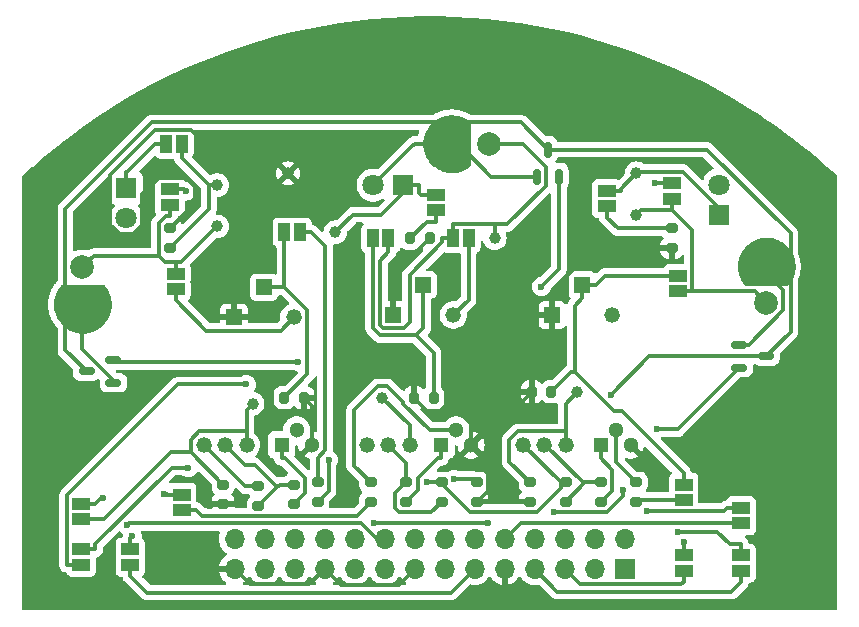
<source format=gbr>
%TF.GenerationSoftware,KiCad,Pcbnew,8.0.0*%
%TF.CreationDate,2024-04-15T10:16:16+02:00*%
%TF.ProjectId,Project 3,50726f6a-6563-4742-9033-2e6b69636164,rev?*%
%TF.SameCoordinates,Original*%
%TF.FileFunction,Copper,L1,Top*%
%TF.FilePolarity,Positive*%
%FSLAX46Y46*%
G04 Gerber Fmt 4.6, Leading zero omitted, Abs format (unit mm)*
G04 Created by KiCad (PCBNEW 8.0.0) date 2024-04-15 10:16:16*
%MOMM*%
%LPD*%
G01*
G04 APERTURE LIST*
G04 Aperture macros list*
%AMRoundRect*
0 Rectangle with rounded corners*
0 $1 Rounding radius*
0 $2 $3 $4 $5 $6 $7 $8 $9 X,Y pos of 4 corners*
0 Add a 4 corners polygon primitive as box body*
4,1,4,$2,$3,$4,$5,$6,$7,$8,$9,$2,$3,0*
0 Add four circle primitives for the rounded corners*
1,1,$1+$1,$2,$3*
1,1,$1+$1,$4,$5*
1,1,$1+$1,$6,$7*
1,1,$1+$1,$8,$9*
0 Add four rect primitives between the rounded corners*
20,1,$1+$1,$2,$3,$4,$5,0*
20,1,$1+$1,$4,$5,$6,$7,0*
20,1,$1+$1,$6,$7,$8,$9,0*
20,1,$1+$1,$8,$9,$2,$3,0*%
G04 Aperture macros list end*
%TA.AperFunction,EtchedComponent*%
%ADD10C,0.001000*%
%TD*%
%TA.AperFunction,SMDPad,CuDef*%
%ADD11C,1.000000*%
%TD*%
%TA.AperFunction,SMDPad,CuDef*%
%ADD12R,1.500000X1.000000*%
%TD*%
%TA.AperFunction,ComponentPad*%
%ADD13R,1.300000X1.300000*%
%TD*%
%TA.AperFunction,ComponentPad*%
%ADD14C,1.300000*%
%TD*%
%TA.AperFunction,SMDPad,CuDef*%
%ADD15R,1.000000X1.500000*%
%TD*%
%TA.AperFunction,SMDPad,CuDef*%
%ADD16RoundRect,0.200000X0.200000X0.275000X-0.200000X0.275000X-0.200000X-0.275000X0.200000X-0.275000X0*%
%TD*%
%TA.AperFunction,ComponentPad*%
%ADD17C,2.000000*%
%TD*%
%TA.AperFunction,SMDPad,CuDef*%
%ADD18RoundRect,0.200000X-0.275000X0.200000X-0.275000X-0.200000X0.275000X-0.200000X0.275000X0.200000X0*%
%TD*%
%TA.AperFunction,SMDPad,CuDef*%
%ADD19RoundRect,0.200000X0.275000X-0.200000X0.275000X0.200000X-0.275000X0.200000X-0.275000X-0.200000X0*%
%TD*%
%TA.AperFunction,ComponentPad*%
%ADD20C,1.320800*%
%TD*%
%TA.AperFunction,SMDPad,CuDef*%
%ADD21RoundRect,0.150000X-0.512500X-0.150000X0.512500X-0.150000X0.512500X0.150000X-0.512500X0.150000X0*%
%TD*%
%TA.AperFunction,ComponentPad*%
%ADD22R,1.800000X1.800000*%
%TD*%
%TA.AperFunction,ComponentPad*%
%ADD23C,1.800000*%
%TD*%
%TA.AperFunction,ComponentPad*%
%ADD24R,1.320800X1.320800*%
%TD*%
%TA.AperFunction,SMDPad,CuDef*%
%ADD25RoundRect,0.150000X0.150000X-0.512500X0.150000X0.512500X-0.150000X0.512500X-0.150000X-0.512500X0*%
%TD*%
%TA.AperFunction,SMDPad,CuDef*%
%ADD26RoundRect,0.200000X-0.200000X-0.275000X0.200000X-0.275000X0.200000X0.275000X-0.200000X0.275000X0*%
%TD*%
%TA.AperFunction,SMDPad,CuDef*%
%ADD27RoundRect,0.150000X0.512500X0.150000X-0.512500X0.150000X-0.512500X-0.150000X0.512500X-0.150000X0*%
%TD*%
%TA.AperFunction,ComponentPad*%
%ADD28R,1.700000X1.700000*%
%TD*%
%TA.AperFunction,ComponentPad*%
%ADD29O,1.700000X1.700000*%
%TD*%
%TA.AperFunction,ViaPad*%
%ADD30C,0.600000*%
%TD*%
%TA.AperFunction,Conductor*%
%ADD31C,0.300000*%
%TD*%
G04 APERTURE END LIST*
D10*
%TO.C,D4*%
X103453800Y-44101000D02*
X103511800Y-44104000D01*
X103569800Y-44108000D01*
X103628800Y-44113000D01*
X103686800Y-44120000D01*
X103743800Y-44129000D01*
X103801800Y-44139000D01*
X103858800Y-44150000D01*
X103915800Y-44163000D01*
X103972800Y-44177000D01*
X104028800Y-44193000D01*
X104084800Y-44210000D01*
X104140800Y-44228000D01*
X104195800Y-44248000D01*
X104249800Y-44269000D01*
X104303800Y-44291000D01*
X104357800Y-44315000D01*
X104409800Y-44340000D01*
X104461800Y-44367000D01*
X104513800Y-44395000D01*
X104564800Y-44424000D01*
X104613800Y-44454000D01*
X104663800Y-44486000D01*
X104711800Y-44518000D01*
X104759800Y-44552000D01*
X104805800Y-44588000D01*
X104851800Y-44624000D01*
X104896800Y-44661000D01*
X104951800Y-44710000D01*
X104951800Y-46560000D01*
X104951800Y-48290000D01*
X104896800Y-48339000D01*
X104851800Y-48376000D01*
X104805800Y-48412000D01*
X104759800Y-48448000D01*
X104711800Y-48482000D01*
X104663800Y-48514000D01*
X104613800Y-48546000D01*
X104564800Y-48576000D01*
X104513800Y-48605000D01*
X104461800Y-48633000D01*
X104409800Y-48660000D01*
X104357800Y-48685000D01*
X104303800Y-48709000D01*
X104249800Y-48731000D01*
X104195800Y-48752000D01*
X104140800Y-48772000D01*
X104084800Y-48790000D01*
X104028800Y-48807000D01*
X103972800Y-48823000D01*
X103915800Y-48837000D01*
X103858800Y-48850000D01*
X103801800Y-48861000D01*
X103743800Y-48871000D01*
X103686800Y-48880000D01*
X103628800Y-48887000D01*
X103569800Y-48892000D01*
X103511800Y-48896000D01*
X103453800Y-48899000D01*
X103394800Y-48900000D01*
X103351800Y-48900000D01*
X103326800Y-48900000D01*
X103193800Y-48894000D01*
X103069800Y-48883000D01*
X102946800Y-48864000D01*
X102823800Y-48840000D01*
X102702800Y-48809000D01*
X102583800Y-48772000D01*
X102466800Y-48729000D01*
X102352800Y-48679000D01*
X102240800Y-48624000D01*
X102131800Y-48563000D01*
X102026800Y-48497000D01*
X101924800Y-48425000D01*
X101825800Y-48348000D01*
X101731800Y-48266000D01*
X101642800Y-48180000D01*
X101557800Y-48089000D01*
X101476800Y-47993000D01*
X101401800Y-47894000D01*
X101331800Y-47790000D01*
X101267800Y-47684000D01*
X101208800Y-47574000D01*
X101155800Y-47461000D01*
X101107800Y-47346000D01*
X101066800Y-47228000D01*
X101031800Y-47108000D01*
X101002800Y-46987000D01*
X100980800Y-46864000D01*
X100964800Y-46741000D01*
X100954800Y-46616000D01*
X100951800Y-46500000D01*
X100954800Y-46384000D01*
X100964800Y-46259000D01*
X100980800Y-46136000D01*
X101002800Y-46013000D01*
X101031800Y-45892000D01*
X101066800Y-45772000D01*
X101107800Y-45654000D01*
X101155800Y-45539000D01*
X101208800Y-45426000D01*
X101267800Y-45316000D01*
X101331800Y-45210000D01*
X101401800Y-45106000D01*
X101476800Y-45007000D01*
X101557800Y-44911000D01*
X101642800Y-44820000D01*
X101731800Y-44734000D01*
X101825800Y-44652000D01*
X101924800Y-44575000D01*
X102026800Y-44503000D01*
X102131800Y-44437000D01*
X102240800Y-44376000D01*
X102352800Y-44321000D01*
X102466800Y-44271000D01*
X102583800Y-44228000D01*
X102702800Y-44191000D01*
X102823800Y-44160000D01*
X102946800Y-44136000D01*
X103069800Y-44117000D01*
X103193800Y-44106000D01*
X103326800Y-44100000D01*
X103351800Y-44100000D01*
X103394800Y-44100000D01*
X103453800Y-44101000D01*
%TA.AperFunction,EtchedComponent*%
G36*
X103453800Y-44101000D02*
G01*
X103511800Y-44104000D01*
X103569800Y-44108000D01*
X103628800Y-44113000D01*
X103686800Y-44120000D01*
X103743800Y-44129000D01*
X103801800Y-44139000D01*
X103858800Y-44150000D01*
X103915800Y-44163000D01*
X103972800Y-44177000D01*
X104028800Y-44193000D01*
X104084800Y-44210000D01*
X104140800Y-44228000D01*
X104195800Y-44248000D01*
X104249800Y-44269000D01*
X104303800Y-44291000D01*
X104357800Y-44315000D01*
X104409800Y-44340000D01*
X104461800Y-44367000D01*
X104513800Y-44395000D01*
X104564800Y-44424000D01*
X104613800Y-44454000D01*
X104663800Y-44486000D01*
X104711800Y-44518000D01*
X104759800Y-44552000D01*
X104805800Y-44588000D01*
X104851800Y-44624000D01*
X104896800Y-44661000D01*
X104951800Y-44710000D01*
X104951800Y-46560000D01*
X104951800Y-48290000D01*
X104896800Y-48339000D01*
X104851800Y-48376000D01*
X104805800Y-48412000D01*
X104759800Y-48448000D01*
X104711800Y-48482000D01*
X104663800Y-48514000D01*
X104613800Y-48546000D01*
X104564800Y-48576000D01*
X104513800Y-48605000D01*
X104461800Y-48633000D01*
X104409800Y-48660000D01*
X104357800Y-48685000D01*
X104303800Y-48709000D01*
X104249800Y-48731000D01*
X104195800Y-48752000D01*
X104140800Y-48772000D01*
X104084800Y-48790000D01*
X104028800Y-48807000D01*
X103972800Y-48823000D01*
X103915800Y-48837000D01*
X103858800Y-48850000D01*
X103801800Y-48861000D01*
X103743800Y-48871000D01*
X103686800Y-48880000D01*
X103628800Y-48887000D01*
X103569800Y-48892000D01*
X103511800Y-48896000D01*
X103453800Y-48899000D01*
X103394800Y-48900000D01*
X103351800Y-48900000D01*
X103326800Y-48900000D01*
X103193800Y-48894000D01*
X103069800Y-48883000D01*
X102946800Y-48864000D01*
X102823800Y-48840000D01*
X102702800Y-48809000D01*
X102583800Y-48772000D01*
X102466800Y-48729000D01*
X102352800Y-48679000D01*
X102240800Y-48624000D01*
X102131800Y-48563000D01*
X102026800Y-48497000D01*
X101924800Y-48425000D01*
X101825800Y-48348000D01*
X101731800Y-48266000D01*
X101642800Y-48180000D01*
X101557800Y-48089000D01*
X101476800Y-47993000D01*
X101401800Y-47894000D01*
X101331800Y-47790000D01*
X101267800Y-47684000D01*
X101208800Y-47574000D01*
X101155800Y-47461000D01*
X101107800Y-47346000D01*
X101066800Y-47228000D01*
X101031800Y-47108000D01*
X101002800Y-46987000D01*
X100980800Y-46864000D01*
X100964800Y-46741000D01*
X100954800Y-46616000D01*
X100951800Y-46500000D01*
X100954800Y-46384000D01*
X100964800Y-46259000D01*
X100980800Y-46136000D01*
X101002800Y-46013000D01*
X101031800Y-45892000D01*
X101066800Y-45772000D01*
X101107800Y-45654000D01*
X101155800Y-45539000D01*
X101208800Y-45426000D01*
X101267800Y-45316000D01*
X101331800Y-45210000D01*
X101401800Y-45106000D01*
X101476800Y-45007000D01*
X101557800Y-44911000D01*
X101642800Y-44820000D01*
X101731800Y-44734000D01*
X101825800Y-44652000D01*
X101924800Y-44575000D01*
X102026800Y-44503000D01*
X102131800Y-44437000D01*
X102240800Y-44376000D01*
X102352800Y-44321000D01*
X102466800Y-44271000D01*
X102583800Y-44228000D01*
X102702800Y-44191000D01*
X102823800Y-44160000D01*
X102946800Y-44136000D01*
X103069800Y-44117000D01*
X103193800Y-44106000D01*
X103326800Y-44100000D01*
X103351800Y-44100000D01*
X103394800Y-44100000D01*
X103453800Y-44101000D01*
G37*
%TD.AperFunction*%
%TO.C,D6*%
X73929900Y-58555000D02*
X73966900Y-58600000D01*
X74002900Y-58646000D01*
X74038900Y-58692000D01*
X74072900Y-58740000D01*
X74104900Y-58788000D01*
X74136900Y-58838000D01*
X74166900Y-58887000D01*
X74195900Y-58938000D01*
X74223900Y-58990000D01*
X74250900Y-59042000D01*
X74275900Y-59094000D01*
X74299900Y-59148000D01*
X74321900Y-59202000D01*
X74342900Y-59256000D01*
X74362900Y-59311000D01*
X74380900Y-59367000D01*
X74397900Y-59423000D01*
X74413900Y-59479000D01*
X74427900Y-59536000D01*
X74440900Y-59593000D01*
X74451900Y-59650000D01*
X74461900Y-59708000D01*
X74470900Y-59765000D01*
X74477900Y-59823000D01*
X74482900Y-59882000D01*
X74486900Y-59940000D01*
X74489900Y-59998000D01*
X74490900Y-60057000D01*
X74490900Y-60100000D01*
X74490900Y-60125000D01*
X74484900Y-60258000D01*
X74473900Y-60382000D01*
X74454900Y-60505000D01*
X74430900Y-60628000D01*
X74399900Y-60749000D01*
X74362900Y-60868000D01*
X74319900Y-60985000D01*
X74269900Y-61099000D01*
X74214900Y-61211000D01*
X74153900Y-61320000D01*
X74087900Y-61425000D01*
X74015900Y-61527000D01*
X73938900Y-61626000D01*
X73856900Y-61720000D01*
X73770900Y-61809000D01*
X73679900Y-61894000D01*
X73583900Y-61975000D01*
X73484900Y-62050000D01*
X73380900Y-62120000D01*
X73274900Y-62184000D01*
X73164900Y-62243000D01*
X73051900Y-62296000D01*
X72936900Y-62344000D01*
X72818900Y-62385000D01*
X72698900Y-62420000D01*
X72577900Y-62449000D01*
X72454900Y-62471000D01*
X72331900Y-62487000D01*
X72206900Y-62497000D01*
X72090900Y-62500000D01*
X71974900Y-62497000D01*
X71849900Y-62487000D01*
X71726900Y-62471000D01*
X71603900Y-62449000D01*
X71482900Y-62420000D01*
X71362900Y-62385000D01*
X71244900Y-62344000D01*
X71129900Y-62296000D01*
X71016900Y-62243000D01*
X70906900Y-62184000D01*
X70800900Y-62120000D01*
X70696900Y-62050000D01*
X70597900Y-61975000D01*
X70501900Y-61894000D01*
X70410900Y-61809000D01*
X70324900Y-61720000D01*
X70242900Y-61626000D01*
X70165900Y-61527000D01*
X70093900Y-61425000D01*
X70027900Y-61320000D01*
X69966900Y-61211000D01*
X69911900Y-61099000D01*
X69861900Y-60985000D01*
X69818900Y-60868000D01*
X69781900Y-60749000D01*
X69750900Y-60628000D01*
X69726900Y-60505000D01*
X69707900Y-60382000D01*
X69696900Y-60258000D01*
X69690900Y-60125000D01*
X69690900Y-60100000D01*
X69690900Y-60057000D01*
X69691900Y-59998000D01*
X69694900Y-59940000D01*
X69698900Y-59882000D01*
X69703900Y-59823000D01*
X69710900Y-59765000D01*
X69719900Y-59708000D01*
X69729900Y-59650000D01*
X69740900Y-59593000D01*
X69753900Y-59536000D01*
X69767900Y-59479000D01*
X69783900Y-59423000D01*
X69800900Y-59367000D01*
X69818900Y-59311000D01*
X69838900Y-59256000D01*
X69859900Y-59202000D01*
X69881900Y-59148000D01*
X69905900Y-59094000D01*
X69930900Y-59042000D01*
X69957900Y-58990000D01*
X69985900Y-58938000D01*
X70014900Y-58887000D01*
X70044900Y-58838000D01*
X70076900Y-58788000D01*
X70108900Y-58740000D01*
X70142900Y-58692000D01*
X70178900Y-58646000D01*
X70214900Y-58600000D01*
X70251900Y-58555000D01*
X70300900Y-58500000D01*
X72150900Y-58500000D01*
X73880900Y-58500000D01*
X73929900Y-58555000D01*
%TA.AperFunction,EtchedComponent*%
G36*
X73929900Y-58555000D02*
G01*
X73966900Y-58600000D01*
X74002900Y-58646000D01*
X74038900Y-58692000D01*
X74072900Y-58740000D01*
X74104900Y-58788000D01*
X74136900Y-58838000D01*
X74166900Y-58887000D01*
X74195900Y-58938000D01*
X74223900Y-58990000D01*
X74250900Y-59042000D01*
X74275900Y-59094000D01*
X74299900Y-59148000D01*
X74321900Y-59202000D01*
X74342900Y-59256000D01*
X74362900Y-59311000D01*
X74380900Y-59367000D01*
X74397900Y-59423000D01*
X74413900Y-59479000D01*
X74427900Y-59536000D01*
X74440900Y-59593000D01*
X74451900Y-59650000D01*
X74461900Y-59708000D01*
X74470900Y-59765000D01*
X74477900Y-59823000D01*
X74482900Y-59882000D01*
X74486900Y-59940000D01*
X74489900Y-59998000D01*
X74490900Y-60057000D01*
X74490900Y-60100000D01*
X74490900Y-60125000D01*
X74484900Y-60258000D01*
X74473900Y-60382000D01*
X74454900Y-60505000D01*
X74430900Y-60628000D01*
X74399900Y-60749000D01*
X74362900Y-60868000D01*
X74319900Y-60985000D01*
X74269900Y-61099000D01*
X74214900Y-61211000D01*
X74153900Y-61320000D01*
X74087900Y-61425000D01*
X74015900Y-61527000D01*
X73938900Y-61626000D01*
X73856900Y-61720000D01*
X73770900Y-61809000D01*
X73679900Y-61894000D01*
X73583900Y-61975000D01*
X73484900Y-62050000D01*
X73380900Y-62120000D01*
X73274900Y-62184000D01*
X73164900Y-62243000D01*
X73051900Y-62296000D01*
X72936900Y-62344000D01*
X72818900Y-62385000D01*
X72698900Y-62420000D01*
X72577900Y-62449000D01*
X72454900Y-62471000D01*
X72331900Y-62487000D01*
X72206900Y-62497000D01*
X72090900Y-62500000D01*
X71974900Y-62497000D01*
X71849900Y-62487000D01*
X71726900Y-62471000D01*
X71603900Y-62449000D01*
X71482900Y-62420000D01*
X71362900Y-62385000D01*
X71244900Y-62344000D01*
X71129900Y-62296000D01*
X71016900Y-62243000D01*
X70906900Y-62184000D01*
X70800900Y-62120000D01*
X70696900Y-62050000D01*
X70597900Y-61975000D01*
X70501900Y-61894000D01*
X70410900Y-61809000D01*
X70324900Y-61720000D01*
X70242900Y-61626000D01*
X70165900Y-61527000D01*
X70093900Y-61425000D01*
X70027900Y-61320000D01*
X69966900Y-61211000D01*
X69911900Y-61099000D01*
X69861900Y-60985000D01*
X69818900Y-60868000D01*
X69781900Y-60749000D01*
X69750900Y-60628000D01*
X69726900Y-60505000D01*
X69707900Y-60382000D01*
X69696900Y-60258000D01*
X69690900Y-60125000D01*
X69690900Y-60100000D01*
X69690900Y-60057000D01*
X69691900Y-59998000D01*
X69694900Y-59940000D01*
X69698900Y-59882000D01*
X69703900Y-59823000D01*
X69710900Y-59765000D01*
X69719900Y-59708000D01*
X69729900Y-59650000D01*
X69740900Y-59593000D01*
X69753900Y-59536000D01*
X69767900Y-59479000D01*
X69783900Y-59423000D01*
X69800900Y-59367000D01*
X69818900Y-59311000D01*
X69838900Y-59256000D01*
X69859900Y-59202000D01*
X69881900Y-59148000D01*
X69905900Y-59094000D01*
X69930900Y-59042000D01*
X69957900Y-58990000D01*
X69985900Y-58938000D01*
X70014900Y-58887000D01*
X70044900Y-58838000D01*
X70076900Y-58788000D01*
X70108900Y-58740000D01*
X70142900Y-58692000D01*
X70178900Y-58646000D01*
X70214900Y-58600000D01*
X70251900Y-58555000D01*
X70300900Y-58500000D01*
X72150900Y-58500000D01*
X73880900Y-58500000D01*
X73929900Y-58555000D01*
G37*
%TD.AperFunction*%
%TO.C,D2*%
X130116000Y-54463000D02*
X130241000Y-54473000D01*
X130364000Y-54489000D01*
X130487000Y-54511000D01*
X130608000Y-54540000D01*
X130728000Y-54575000D01*
X130846000Y-54616000D01*
X130961000Y-54664000D01*
X131074000Y-54717000D01*
X131184000Y-54776000D01*
X131290000Y-54840000D01*
X131394000Y-54910000D01*
X131493000Y-54985000D01*
X131589000Y-55066000D01*
X131680000Y-55151000D01*
X131766000Y-55240000D01*
X131848000Y-55334000D01*
X131925000Y-55433000D01*
X131997000Y-55535000D01*
X132063000Y-55640000D01*
X132124000Y-55749000D01*
X132179000Y-55861000D01*
X132229000Y-55975000D01*
X132272000Y-56092000D01*
X132309000Y-56211000D01*
X132340000Y-56332000D01*
X132364000Y-56455000D01*
X132383000Y-56578000D01*
X132394000Y-56702000D01*
X132400000Y-56835000D01*
X132400000Y-56860000D01*
X132400000Y-56903000D01*
X132399000Y-56962000D01*
X132396000Y-57020000D01*
X132392000Y-57078000D01*
X132387000Y-57137000D01*
X132380000Y-57195000D01*
X132371000Y-57252000D01*
X132361000Y-57310000D01*
X132350000Y-57367000D01*
X132337000Y-57424000D01*
X132323000Y-57481000D01*
X132307000Y-57537000D01*
X132290000Y-57593000D01*
X132272000Y-57649000D01*
X132252000Y-57704000D01*
X132231000Y-57758000D01*
X132209000Y-57812000D01*
X132185000Y-57866000D01*
X132160000Y-57918000D01*
X132133000Y-57970000D01*
X132105000Y-58022000D01*
X132076000Y-58073000D01*
X132046000Y-58122000D01*
X132014000Y-58172000D01*
X131982000Y-58220000D01*
X131948000Y-58268000D01*
X131912000Y-58314000D01*
X131876000Y-58360000D01*
X131839000Y-58405000D01*
X131790000Y-58460000D01*
X129940000Y-58460000D01*
X128210000Y-58460000D01*
X128161000Y-58405000D01*
X128124000Y-58360000D01*
X128088000Y-58314000D01*
X128052000Y-58268000D01*
X128018000Y-58220000D01*
X127986000Y-58172000D01*
X127954000Y-58122000D01*
X127924000Y-58073000D01*
X127895000Y-58022000D01*
X127867000Y-57970000D01*
X127840000Y-57918000D01*
X127815000Y-57866000D01*
X127791000Y-57812000D01*
X127769000Y-57758000D01*
X127748000Y-57704000D01*
X127728000Y-57649000D01*
X127710000Y-57593000D01*
X127693000Y-57537000D01*
X127677000Y-57481000D01*
X127663000Y-57424000D01*
X127650000Y-57367000D01*
X127639000Y-57310000D01*
X127629000Y-57252000D01*
X127620000Y-57195000D01*
X127613000Y-57137000D01*
X127608000Y-57078000D01*
X127604000Y-57020000D01*
X127601000Y-56962000D01*
X127600000Y-56903000D01*
X127600000Y-56860000D01*
X127600000Y-56835000D01*
X127606000Y-56702000D01*
X127617000Y-56578000D01*
X127636000Y-56455000D01*
X127660000Y-56332000D01*
X127691000Y-56211000D01*
X127728000Y-56092000D01*
X127771000Y-55975000D01*
X127821000Y-55861000D01*
X127876000Y-55749000D01*
X127937000Y-55640000D01*
X128003000Y-55535000D01*
X128075000Y-55433000D01*
X128152000Y-55334000D01*
X128234000Y-55240000D01*
X128320000Y-55151000D01*
X128411000Y-55066000D01*
X128507000Y-54985000D01*
X128606000Y-54910000D01*
X128710000Y-54840000D01*
X128816000Y-54776000D01*
X128926000Y-54717000D01*
X129039000Y-54664000D01*
X129154000Y-54616000D01*
X129272000Y-54575000D01*
X129392000Y-54540000D01*
X129513000Y-54511000D01*
X129636000Y-54489000D01*
X129759000Y-54473000D01*
X129884000Y-54463000D01*
X130000000Y-54460000D01*
X130116000Y-54463000D01*
%TA.AperFunction,EtchedComponent*%
G36*
X130116000Y-54463000D02*
G01*
X130241000Y-54473000D01*
X130364000Y-54489000D01*
X130487000Y-54511000D01*
X130608000Y-54540000D01*
X130728000Y-54575000D01*
X130846000Y-54616000D01*
X130961000Y-54664000D01*
X131074000Y-54717000D01*
X131184000Y-54776000D01*
X131290000Y-54840000D01*
X131394000Y-54910000D01*
X131493000Y-54985000D01*
X131589000Y-55066000D01*
X131680000Y-55151000D01*
X131766000Y-55240000D01*
X131848000Y-55334000D01*
X131925000Y-55433000D01*
X131997000Y-55535000D01*
X132063000Y-55640000D01*
X132124000Y-55749000D01*
X132179000Y-55861000D01*
X132229000Y-55975000D01*
X132272000Y-56092000D01*
X132309000Y-56211000D01*
X132340000Y-56332000D01*
X132364000Y-56455000D01*
X132383000Y-56578000D01*
X132394000Y-56702000D01*
X132400000Y-56835000D01*
X132400000Y-56860000D01*
X132400000Y-56903000D01*
X132399000Y-56962000D01*
X132396000Y-57020000D01*
X132392000Y-57078000D01*
X132387000Y-57137000D01*
X132380000Y-57195000D01*
X132371000Y-57252000D01*
X132361000Y-57310000D01*
X132350000Y-57367000D01*
X132337000Y-57424000D01*
X132323000Y-57481000D01*
X132307000Y-57537000D01*
X132290000Y-57593000D01*
X132272000Y-57649000D01*
X132252000Y-57704000D01*
X132231000Y-57758000D01*
X132209000Y-57812000D01*
X132185000Y-57866000D01*
X132160000Y-57918000D01*
X132133000Y-57970000D01*
X132105000Y-58022000D01*
X132076000Y-58073000D01*
X132046000Y-58122000D01*
X132014000Y-58172000D01*
X131982000Y-58220000D01*
X131948000Y-58268000D01*
X131912000Y-58314000D01*
X131876000Y-58360000D01*
X131839000Y-58405000D01*
X131790000Y-58460000D01*
X129940000Y-58460000D01*
X128210000Y-58460000D01*
X128161000Y-58405000D01*
X128124000Y-58360000D01*
X128088000Y-58314000D01*
X128052000Y-58268000D01*
X128018000Y-58220000D01*
X127986000Y-58172000D01*
X127954000Y-58122000D01*
X127924000Y-58073000D01*
X127895000Y-58022000D01*
X127867000Y-57970000D01*
X127840000Y-57918000D01*
X127815000Y-57866000D01*
X127791000Y-57812000D01*
X127769000Y-57758000D01*
X127748000Y-57704000D01*
X127728000Y-57649000D01*
X127710000Y-57593000D01*
X127693000Y-57537000D01*
X127677000Y-57481000D01*
X127663000Y-57424000D01*
X127650000Y-57367000D01*
X127639000Y-57310000D01*
X127629000Y-57252000D01*
X127620000Y-57195000D01*
X127613000Y-57137000D01*
X127608000Y-57078000D01*
X127604000Y-57020000D01*
X127601000Y-56962000D01*
X127600000Y-56903000D01*
X127600000Y-56860000D01*
X127600000Y-56835000D01*
X127606000Y-56702000D01*
X127617000Y-56578000D01*
X127636000Y-56455000D01*
X127660000Y-56332000D01*
X127691000Y-56211000D01*
X127728000Y-56092000D01*
X127771000Y-55975000D01*
X127821000Y-55861000D01*
X127876000Y-55749000D01*
X127937000Y-55640000D01*
X128003000Y-55535000D01*
X128075000Y-55433000D01*
X128152000Y-55334000D01*
X128234000Y-55240000D01*
X128320000Y-55151000D01*
X128411000Y-55066000D01*
X128507000Y-54985000D01*
X128606000Y-54910000D01*
X128710000Y-54840000D01*
X128816000Y-54776000D01*
X128926000Y-54717000D01*
X129039000Y-54664000D01*
X129154000Y-54616000D01*
X129272000Y-54575000D01*
X129392000Y-54540000D01*
X129513000Y-54511000D01*
X129636000Y-54489000D01*
X129759000Y-54473000D01*
X129884000Y-54463000D01*
X130000000Y-54460000D01*
X130116000Y-54463000D01*
G37*
%TD.AperFunction*%
%TD*%
D11*
%TO.P,TP5,1,1*%
%TO.N,Net-(JP9-B)*%
X83500000Y-50000000D03*
%TD*%
D12*
%TO.P,JP16,1,A*%
%TO.N,Net-(JP16-A)*%
X127850000Y-77350000D03*
%TO.P,JP16,2,B*%
%TO.N,PE14*%
X127850000Y-78650000D03*
%TD*%
%TO.P,JP1,1,A*%
%TO.N,Net-(JP1-A)*%
X122500000Y-59000000D03*
%TO.P,JP1,2,B*%
%TO.N,V_SL*%
X122500000Y-57700000D03*
%TD*%
D13*
%TO.P,Q5,1,C*%
%TO.N,Net-(Q5-C)*%
X88960000Y-72000000D03*
D14*
%TO.P,Q5,2,B*%
%TO.N,Net-(Q5-B)*%
X90240000Y-70730000D03*
%TO.P,Q5,3,E*%
%TO.N,GND*%
X91500000Y-72000000D03*
%TD*%
D15*
%TO.P,JP9,1,A*%
%TO.N,Net-(D5-K)*%
X79200000Y-46500000D03*
%TO.P,JP9,2,B*%
%TO.N,Net-(JP9-B)*%
X80500000Y-46500000D03*
%TD*%
D12*
%TO.P,JP5,1,A*%
%TO.N,Net-(JP5-A)*%
X79500000Y-51650000D03*
%TO.P,JP5,2,B*%
%TO.N,V_SR*%
X79500000Y-50350000D03*
%TD*%
%TO.P,JP17,1,A*%
%TO.N,Net-(JP17-A)*%
X72000000Y-80850000D03*
%TO.P,JP17,2,B*%
%TO.N,PE12*%
X72000000Y-82150000D03*
%TD*%
D11*
%TO.P,TP1,1,1*%
%TO.N,Net-(D1-K)*%
X119000000Y-49000000D03*
%TD*%
D16*
%TO.P,R3,1*%
%TO.N,GND*%
X101500000Y-54500000D03*
%TO.P,R3,2*%
%TO.N,Net-(JP8-B)*%
X99850000Y-54500000D03*
%TD*%
D17*
%TO.P,D4,1*%
%TO.N,Net-(JP3-A)*%
X106491800Y-46500000D03*
%TO.P,D4,2*%
%TO.N,Net-(D3-A)*%
X103951800Y-46500000D03*
%TD*%
D13*
%TO.P,Q1,1,C*%
%TO.N,Net-(Q1-C)*%
X115960000Y-72000000D03*
D14*
%TO.P,Q1,2,B*%
%TO.N,Net-(Q1-B)*%
X117240000Y-70730000D03*
%TO.P,Q1,3,E*%
%TO.N,GND*%
X118500000Y-72000000D03*
%TD*%
D15*
%TO.P,JP4,1,A*%
%TO.N,Net-(JP3-A)*%
X103500000Y-54500000D03*
%TO.P,JP4,2,B*%
%TO.N,Net-(JP4-B)*%
X104800000Y-54500000D03*
%TD*%
D18*
%TO.P,R15,1*%
%TO.N,Net-(JP12-B)*%
X92000000Y-75175000D03*
%TO.P,R15,2*%
%TO.N,Net-(Q5-B)*%
X92000000Y-76825000D03*
%TD*%
D17*
%TO.P,D6,1*%
%TO.N,Net-(JP5-A)*%
X72090900Y-56960000D03*
%TO.P,D6,2*%
%TO.N,Net-(D5-A)*%
X72090900Y-59500000D03*
%TD*%
D19*
%TO.P,R7,1*%
%TO.N,Net-(JP10-B)*%
X119000000Y-76825000D03*
%TO.P,R7,2*%
%TO.N,Net-(Q1-B)*%
X119000000Y-75175000D03*
%TD*%
D20*
%TO.P,Q7,B*%
%TO.N,Net-(Q7-PadB)*%
X111200000Y-72000000D03*
%TO.P,Q7,C*%
%TO.N,Net-(JP16-A)*%
X113000000Y-72000000D03*
%TO.P,Q7,E*%
%TO.N,3V3*%
X109400000Y-72000000D03*
%TD*%
D18*
%TO.P,R5,1*%
%TO.N,GND*%
X79500000Y-53675000D03*
%TO.P,R5,2*%
%TO.N,Net-(JP9-B)*%
X79500000Y-55325000D03*
%TD*%
D11*
%TO.P,TP10,1,1*%
%TO.N,GND*%
X89500000Y-49000000D03*
%TD*%
D20*
%TO.P,Q2,B*%
%TO.N,Net-(Q2-PadB)*%
X98000000Y-72000000D03*
%TO.P,Q2,C*%
%TO.N,Net-(JP17-A)*%
X99800000Y-72000000D03*
%TO.P,Q2,E*%
%TO.N,3V3*%
X96200000Y-72000000D03*
%TD*%
D19*
%TO.P,R14,1*%
%TO.N,GND*%
X105500000Y-76825000D03*
%TO.P,R14,2*%
%TO.N,Net-(JP17-A)*%
X105500000Y-75175000D03*
%TD*%
%TO.P,R16,1*%
%TO.N,Net-(Q4-PadB)*%
X87000000Y-77150000D03*
%TO.P,R16,2*%
%TO.N,3V3*%
X87000000Y-75500000D03*
%TD*%
D11*
%TO.P,TP8,1,1*%
%TO.N,Net-(JP17-A)*%
X97500000Y-68000000D03*
%TD*%
D12*
%TO.P,JP2,1,A*%
%TO.N,Net-(JP1-A)*%
X122000000Y-51150000D03*
%TO.P,JP2,2,B*%
%TO.N,Net-(JP2-B)*%
X122000000Y-49850000D03*
%TD*%
D19*
%TO.P,R9,1*%
%TO.N,Net-(Q7-PadB)*%
X113000000Y-76825000D03*
%TO.P,R9,2*%
%TO.N,3V3*%
X113000000Y-75175000D03*
%TD*%
D16*
%TO.P,R6,1*%
%TO.N,GND*%
X90825000Y-68000000D03*
%TO.P,R6,2*%
%TO.N,V_SR*%
X89175000Y-68000000D03*
%TD*%
D17*
%TO.P,D2,1*%
%TO.N,Net-(JP1-A)*%
X130000000Y-60000000D03*
%TO.P,D2,2*%
%TO.N,Net-(D1-A)*%
X130000000Y-57460000D03*
%TD*%
D21*
%TO.P,Q6,1,D*%
%TO.N,Net-(D1-A)*%
X127725000Y-63550000D03*
%TO.P,Q6,2,G*%
%TO.N,PE15*%
X127725000Y-65450000D03*
%TO.P,Q6,3,S*%
%TO.N,BATT*%
X130000000Y-64500000D03*
%TD*%
D11*
%TO.P,TP7,1,1*%
%TO.N,Net-(JP16-A)*%
X114000000Y-67500000D03*
%TD*%
D19*
%TO.P,R13,1*%
%TO.N,Net-(Q3-C)*%
X99500000Y-76825000D03*
%TO.P,R13,2*%
%TO.N,Net-(Q2-PadB)*%
X99500000Y-75175000D03*
%TD*%
%TO.P,R12,1*%
%TO.N,Net-(Q2-PadB)*%
X102500000Y-76825000D03*
%TO.P,R12,2*%
%TO.N,3V3*%
X102500000Y-75175000D03*
%TD*%
%TO.P,R18,1*%
%TO.N,GND*%
X84000000Y-77000000D03*
%TO.P,R18,2*%
%TO.N,Net-(JP18-A)*%
X84000000Y-75350000D03*
%TD*%
D22*
%TO.P,D1,1,K*%
%TO.N,Net-(D1-K)*%
X126000000Y-52500000D03*
D23*
%TO.P,D1,2,A*%
%TO.N,Net-(D1-A)*%
X126000000Y-49960000D03*
%TD*%
D22*
%TO.P,D5,1,K*%
%TO.N,Net-(D5-K)*%
X75825000Y-50250000D03*
D23*
%TO.P,D5,2,A*%
%TO.N,Net-(D5-A)*%
X75825000Y-52790000D03*
%TD*%
D15*
%TO.P,JP12,1,A*%
%TO.N,V_SR*%
X89200000Y-54000000D03*
%TO.P,JP12,2,B*%
%TO.N,Net-(JP12-B)*%
X90500000Y-54000000D03*
%TD*%
D12*
%TO.P,JP11,1,A*%
%TO.N,V_SC*%
X80500000Y-76200000D03*
%TO.P,JP11,2,B*%
%TO.N,Net-(JP11-B)*%
X80500000Y-77500000D03*
%TD*%
%TO.P,JP8,1,A*%
%TO.N,Net-(D3-K)*%
X102000000Y-50850000D03*
%TO.P,JP8,2,B*%
%TO.N,Net-(JP8-B)*%
X102000000Y-52150000D03*
%TD*%
D11*
%TO.P,TP9,1,1*%
%TO.N,Net-(JP18-A)*%
X86500000Y-68500000D03*
%TD*%
D12*
%TO.P,JP13,1,A*%
%TO.N,V_SL*%
X123000000Y-81350000D03*
%TO.P,JP13,2,B*%
%TO.N,PA3*%
X123000000Y-82650000D03*
%TD*%
D15*
%TO.P,JP3,1,A*%
%TO.N,Net-(JP3-A)*%
X98000000Y-54500000D03*
%TO.P,JP3,2,B*%
%TO.N,V_SC*%
X96700000Y-54500000D03*
%TD*%
D20*
%TO.P,Q4,B*%
%TO.N,Net-(Q4-PadB)*%
X84200000Y-72000000D03*
%TO.P,Q4,C*%
%TO.N,Net-(JP18-A)*%
X86000000Y-72000000D03*
%TO.P,Q4,E*%
%TO.N,3V3*%
X82400000Y-72000000D03*
%TD*%
D22*
%TO.P,D3,1,K*%
%TO.N,Net-(D3-K)*%
X99250000Y-50000000D03*
D23*
%TO.P,D3,2,A*%
%TO.N,Net-(D3-A)*%
X96710000Y-50000000D03*
%TD*%
D19*
%TO.P,R8,1*%
%TO.N,Net-(Q1-C)*%
X116000000Y-76825000D03*
%TO.P,R8,2*%
%TO.N,Net-(Q7-PadB)*%
X116000000Y-75175000D03*
%TD*%
%TO.P,R1,1*%
%TO.N,GND*%
X122000000Y-55325000D03*
%TO.P,R1,2*%
%TO.N,Net-(JP7-B)*%
X122000000Y-53675000D03*
%TD*%
%TO.P,R11,1*%
%TO.N,Net-(JP11-B)*%
X96500000Y-76825000D03*
%TO.P,R11,2*%
%TO.N,Net-(Q3-B)*%
X96500000Y-75175000D03*
%TD*%
D20*
%TO.P,RV2,1,1*%
%TO.N,Net-(JP4-B)*%
X103500000Y-60987300D03*
D24*
%TO.P,RV2,2,2*%
%TO.N,V_SC*%
X100960000Y-58447300D03*
%TO.P,RV2,3,3*%
%TO.N,GND*%
X98420000Y-60987300D03*
%TD*%
D12*
%TO.P,JP7,1,A*%
%TO.N,Net-(D1-K)*%
X116500000Y-50500000D03*
%TO.P,JP7,2,B*%
%TO.N,Net-(JP7-B)*%
X116500000Y-51800000D03*
%TD*%
D25*
%TO.P,Q8,1,D*%
%TO.N,Net-(D3-A)*%
X110550000Y-49275000D03*
%TO.P,Q8,2,G*%
%TO.N,PE13*%
X112450000Y-49275000D03*
%TO.P,Q8,3,S*%
%TO.N,BATT*%
X111500000Y-47000000D03*
%TD*%
D12*
%TO.P,JP6,1,A*%
%TO.N,Net-(JP5-A)*%
X80000000Y-57500000D03*
%TO.P,JP6,2,B*%
%TO.N,Net-(JP6-B)*%
X80000000Y-58800000D03*
%TD*%
D11*
%TO.P,TP3,1,1*%
%TO.N,Net-(D3-K)*%
X93500000Y-54000000D03*
%TD*%
D12*
%TO.P,JP10,1,A*%
%TO.N,V_SL*%
X123000000Y-75350000D03*
%TO.P,JP10,2,B*%
%TO.N,Net-(JP10-B)*%
X123000000Y-76650000D03*
%TD*%
D11*
%TO.P,TP2,1,1*%
%TO.N,Net-(JP1-A)*%
X119000000Y-52500000D03*
%TD*%
%TO.P,TP4,1,1*%
%TO.N,Net-(JP3-A)*%
X107000000Y-54500000D03*
%TD*%
D26*
%TO.P,R4,1*%
%TO.N,GND*%
X100175000Y-68000000D03*
%TO.P,R4,2*%
%TO.N,V_SC*%
X101825000Y-68000000D03*
%TD*%
D12*
%TO.P,JP15,1,A*%
%TO.N,V_SR*%
X76150000Y-80850000D03*
%TO.P,JP15,2,B*%
%TO.N,PA5*%
X76150000Y-82150000D03*
%TD*%
D19*
%TO.P,R17,1*%
%TO.N,Net-(Q5-C)*%
X90000000Y-77000000D03*
%TO.P,R17,2*%
%TO.N,Net-(Q4-PadB)*%
X90000000Y-75350000D03*
%TD*%
D11*
%TO.P,TP6,1,1*%
%TO.N,Net-(JP5-A)*%
X83500000Y-53500000D03*
%TD*%
D12*
%TO.P,JP14,1,A*%
%TO.N,V_SC*%
X127850000Y-81350000D03*
%TO.P,JP14,2,B*%
%TO.N,PA4*%
X127850000Y-82650000D03*
%TD*%
D20*
%TO.P,RV3,1,1*%
%TO.N,Net-(JP6-B)*%
X90000000Y-61200000D03*
D24*
%TO.P,RV3,2,2*%
%TO.N,V_SR*%
X87460000Y-58660000D03*
%TO.P,RV3,3,3*%
%TO.N,GND*%
X84920000Y-61200000D03*
%TD*%
D27*
%TO.P,Q9,1,D*%
%TO.N,Net-(D5-A)*%
X74725000Y-66725000D03*
%TO.P,Q9,2,G*%
%TO.N,PE11*%
X74725000Y-64825000D03*
%TO.P,Q9,3,S*%
%TO.N,BATT*%
X72450000Y-65775000D03*
%TD*%
D13*
%TO.P,Q3,1,C*%
%TO.N,Net-(Q3-C)*%
X102460000Y-72000000D03*
D14*
%TO.P,Q3,2,B*%
%TO.N,Net-(Q3-B)*%
X103740000Y-70730000D03*
%TO.P,Q3,3,E*%
%TO.N,GND*%
X105000000Y-72000000D03*
%TD*%
D20*
%TO.P,RV1,1,1*%
%TO.N,Net-(JP2-B)*%
X116968500Y-61000000D03*
D24*
%TO.P,RV1,2,2*%
%TO.N,V_SL*%
X114428500Y-58460000D03*
%TO.P,RV1,3,3*%
%TO.N,GND*%
X111888500Y-61000000D03*
%TD*%
D26*
%TO.P,R2,1*%
%TO.N,GND*%
X110143500Y-67500000D03*
%TO.P,R2,2*%
%TO.N,V_SL*%
X111793500Y-67500000D03*
%TD*%
D12*
%TO.P,JP18,1,A*%
%TO.N,Net-(JP18-A)*%
X72000000Y-78300000D03*
%TO.P,JP18,2,B*%
%TO.N,PE10*%
X72000000Y-77000000D03*
%TD*%
D19*
%TO.P,R10,1*%
%TO.N,GND*%
X110000000Y-76825000D03*
%TO.P,R10,2*%
%TO.N,Net-(JP16-A)*%
X110000000Y-75175000D03*
%TD*%
D28*
%TO.P,J1,1,Pin_1*%
%TO.N,PC2*%
X118000000Y-82500000D03*
D29*
%TO.P,J1,2,Pin_2*%
%TO.N,3V3*%
X118000000Y-79960000D03*
%TO.P,J1,3,Pin_3*%
%TO.N,GND*%
X115460000Y-82500000D03*
%TO.P,J1,4,Pin_4*%
%TO.N,BATT*%
X115460000Y-79960000D03*
%TO.P,J1,5,Pin_5*%
%TO.N,PA3*%
X112920000Y-82500000D03*
%TO.P,J1,6,Pin_6*%
%TO.N,PE1*%
X112920000Y-79960000D03*
%TO.P,J1,7,Pin_7*%
%TO.N,PA4*%
X110380000Y-82500000D03*
%TO.P,J1,8,Pin_8*%
%TO.N,PE15*%
X110380000Y-79960000D03*
%TO.P,J1,9,Pin_9*%
%TO.N,GND*%
X107840000Y-82500000D03*
%TO.P,J1,10,Pin_10*%
%TO.N,PE14*%
X107840000Y-79960000D03*
%TO.P,J1,11,Pin_11*%
%TO.N,PA5*%
X105300000Y-82500000D03*
%TO.P,J1,12,Pin_12*%
%TO.N,PE13*%
X105300000Y-79960000D03*
%TO.P,J1,13,Pin_13*%
%TO.N,PA6*%
X102760000Y-82500000D03*
%TO.P,J1,14,Pin_14*%
%TO.N,PE12*%
X102760000Y-79960000D03*
%TO.P,J1,15,Pin_15*%
%TO.N,GND*%
X100220000Y-82500000D03*
%TO.P,J1,16,Pin_16*%
%TO.N,PE11*%
X100220000Y-79960000D03*
%TO.P,J1,17,Pin_17*%
%TO.N,PA7*%
X97680000Y-82500000D03*
%TO.P,J1,18,Pin_18*%
%TO.N,PE10*%
X97680000Y-79960000D03*
%TO.P,J1,19,Pin_19*%
%TO.N,PC4*%
X95140000Y-82500000D03*
%TO.P,J1,20,Pin_20*%
%TO.N,PE9*%
X95140000Y-79960000D03*
%TO.P,J1,21,Pin_21*%
%TO.N,GND*%
X92600000Y-82500000D03*
%TO.P,J1,22,Pin_22*%
%TO.N,PE8*%
X92600000Y-79960000D03*
%TO.P,J1,23,Pin_23*%
%TO.N,PC5*%
X90060000Y-82500000D03*
%TO.P,J1,24,Pin_24*%
%TO.N,PB11*%
X90060000Y-79960000D03*
%TO.P,J1,25,Pin_25*%
%TO.N,AB0*%
X87520000Y-82500000D03*
%TO.P,J1,26,Pin_26*%
%TO.N,BATT*%
X87520000Y-79960000D03*
%TO.P,J1,27,Pin_27*%
%TO.N,GND*%
X84980000Y-82500000D03*
%TO.P,J1,28,Pin_28*%
%TO.N,3V3*%
X84980000Y-79960000D03*
%TD*%
D30*
%TO.N,PE15*%
X117906000Y-75790600D03*
X120707800Y-70670300D03*
X111998100Y-77677500D03*
%TO.N,PE13*%
X110960400Y-58589300D03*
%TO.N,PE11*%
X90381300Y-64965800D03*
%TO.N,3V3*%
X101250000Y-75134800D03*
%TO.N,BATT*%
X96763200Y-78584900D03*
X106403800Y-78584900D03*
X116827700Y-67768000D03*
%TO.N,GND*%
X82892600Y-77162900D03*
%TO.N,PE12*%
X85972500Y-66875500D03*
%TO.N,PE10*%
X73869600Y-76494300D03*
X75877100Y-78777500D03*
%TO.N,V_SL*%
X123054700Y-80207800D03*
%TO.N,Net-(JP2-B)*%
X120605100Y-49850000D03*
%TO.N,Net-(Q5-B)*%
X92930700Y-73255100D03*
%TO.N,V_SC*%
X122508300Y-79336400D03*
X79008000Y-76161400D03*
%TO.N,V_SR*%
X76312500Y-79738300D03*
X80851700Y-50502400D03*
%TO.N,Net-(JP16-A)*%
X119885600Y-77601700D03*
%TO.N,Net-(JP17-A)*%
X103581000Y-74899600D03*
X81071000Y-73935000D03*
%TD*%
D31*
%TO.N,PE15*%
X117906000Y-76318700D02*
X116547200Y-77677500D01*
X116547200Y-77677500D02*
X111998100Y-77677500D01*
X127725000Y-65450000D02*
X122504700Y-70670300D01*
X117906000Y-75790600D02*
X117906000Y-76318700D01*
X122504700Y-70670300D02*
X120707800Y-70670300D01*
%TO.N,PE13*%
X112450000Y-57099700D02*
X112450000Y-49275000D01*
X110960400Y-58589300D02*
X112450000Y-57099700D01*
%TO.N,PE11*%
X74865800Y-64965800D02*
X90381300Y-64965800D01*
X74725000Y-64825000D02*
X74865800Y-64965800D01*
%TO.N,3V3*%
X104903900Y-77677500D02*
X110549300Y-77677500D01*
X112575000Y-75175000D02*
X113000000Y-75175000D01*
X85900000Y-75500000D02*
X87000000Y-75500000D01*
X102500000Y-75175000D02*
X102500000Y-75273600D01*
X109400000Y-72000000D02*
X112575000Y-75175000D01*
X102500000Y-75175000D02*
X102459800Y-75134800D01*
X112575000Y-75651800D02*
X112575000Y-75175000D01*
X102459800Y-75134800D02*
X101250000Y-75134800D01*
X102500000Y-75273600D02*
X104903900Y-77677500D01*
X110549300Y-77677500D02*
X112575000Y-75651800D01*
X82400000Y-72000000D02*
X85900000Y-75500000D01*
%TO.N,PA3*%
X123000000Y-82650000D02*
X123000000Y-83601700D01*
X122800000Y-83801700D02*
X123000000Y-83601700D01*
X112920000Y-82500000D02*
X114221700Y-83801700D01*
X114221700Y-83801700D02*
X122800000Y-83801700D01*
%TO.N,BATT*%
X130000000Y-64500000D02*
X132055000Y-62445000D01*
X132055000Y-62445000D02*
X132055000Y-54098000D01*
X120095700Y-64500000D02*
X116827700Y-67768000D01*
X132055000Y-54098000D02*
X124957000Y-47000000D01*
X77951100Y-44690700D02*
X109190700Y-44690700D01*
X106403800Y-78584900D02*
X96763200Y-78584900D01*
X72450000Y-65775000D02*
X70639200Y-63964200D01*
X124957000Y-47000000D02*
X111500000Y-47000000D01*
X70639200Y-52002600D02*
X77951100Y-44690700D01*
X109190700Y-44690700D02*
X111500000Y-47000000D01*
X70639200Y-63964200D02*
X70639200Y-52002600D01*
X130000000Y-64500000D02*
X120095700Y-64500000D01*
%TO.N,GND*%
X122000000Y-55325000D02*
X115507400Y-55325000D01*
X83055500Y-77000000D02*
X82892600Y-77162900D01*
X110143500Y-67500000D02*
X108365600Y-69277900D01*
X111888500Y-58943900D02*
X111888500Y-61000000D01*
X79500000Y-53675000D02*
X81603500Y-51571500D01*
X87804800Y-50695200D02*
X89500000Y-49000000D01*
X98872200Y-83847800D02*
X93947800Y-83847800D01*
X101452900Y-69277900D02*
X100175000Y-68000000D01*
X98420000Y-60987300D02*
X98420000Y-57580000D01*
X100220000Y-82500000D02*
X98872200Y-83847800D01*
X106453500Y-73453500D02*
X106453500Y-75871500D01*
X78566900Y-49394300D02*
X77176700Y-50784500D01*
X80870300Y-49394300D02*
X78566900Y-49394300D01*
X98420000Y-57580000D02*
X101500000Y-54500000D01*
X84980000Y-82500000D02*
X86281700Y-83801700D01*
X78269400Y-45298300D02*
X81252700Y-45298300D01*
X75244700Y-54147600D02*
X74449600Y-53352500D01*
X81603500Y-50127500D02*
X80870300Y-49394300D01*
X115507400Y-55325000D02*
X111888500Y-58943900D01*
X86649600Y-50695200D02*
X84920000Y-52424800D01*
X84000000Y-77000000D02*
X83055500Y-77000000D01*
X105000000Y-69277900D02*
X101452900Y-69277900D01*
X81603500Y-51571500D02*
X81603500Y-50127500D01*
X93947800Y-83847800D02*
X92600000Y-82500000D01*
X90825000Y-68000000D02*
X91500000Y-68675000D01*
X81252700Y-45298300D02*
X86649600Y-50695200D01*
X74449600Y-49118100D02*
X78269400Y-45298300D01*
X110143500Y-63857100D02*
X110143500Y-67500000D01*
X91500000Y-68675000D02*
X91500000Y-72000000D01*
X84920000Y-52424800D02*
X84920000Y-61200000D01*
X111888500Y-61000000D02*
X111888500Y-62112100D01*
X74449600Y-53352500D02*
X74449600Y-49118100D01*
X77176700Y-53349900D02*
X76379000Y-54147600D01*
X108365600Y-69277900D02*
X105000000Y-69277900D01*
X86281700Y-83801700D02*
X91298300Y-83801700D01*
X110000000Y-76825000D02*
X107407000Y-76825000D01*
X77176700Y-50784500D02*
X77176700Y-53349900D01*
X76379000Y-54147600D02*
X75244700Y-54147600D01*
X106453500Y-75871500D02*
X105500000Y-76825000D01*
X111888500Y-62112100D02*
X110143500Y-63857100D01*
X105000000Y-72000000D02*
X106453500Y-73453500D01*
X91298300Y-83801700D02*
X92600000Y-82500000D01*
X105000000Y-69277900D02*
X105000000Y-72000000D01*
X86649600Y-50695200D02*
X87804800Y-50695200D01*
X107407000Y-76825000D02*
X106453500Y-75871500D01*
%TO.N,PE14*%
X127850000Y-78650000D02*
X126648300Y-78650000D01*
X126583000Y-78584700D02*
X109215300Y-78584700D01*
X126648300Y-78650000D02*
X126583000Y-78584700D01*
X109215300Y-78584700D02*
X107840000Y-79960000D01*
%TO.N,PA4*%
X127850000Y-82650000D02*
X127850000Y-83601700D01*
X110380000Y-82500000D02*
X112300700Y-84420700D01*
X112300700Y-84420700D02*
X127031000Y-84420700D01*
X127031000Y-84420700D02*
X127850000Y-83601700D01*
%TO.N,PA5*%
X105300000Y-82500000D02*
X103305800Y-84494200D01*
X77542500Y-84494200D02*
X76150000Y-83101700D01*
X103305800Y-84494200D02*
X77542500Y-84494200D01*
X76150000Y-82150000D02*
X76150000Y-83101700D01*
%TO.N,PE12*%
X70798300Y-82150000D02*
X70798300Y-76281100D01*
X72000000Y-82150000D02*
X70798300Y-82150000D01*
X80203900Y-66875500D02*
X85972500Y-66875500D01*
X70798300Y-76281100D02*
X80203900Y-66875500D01*
%TO.N,PE10*%
X73707400Y-76494300D02*
X73201700Y-77000000D01*
X95695500Y-78632600D02*
X76022000Y-78632600D01*
X97022900Y-79960000D02*
X95695500Y-78632600D01*
X72000000Y-77000000D02*
X73201700Y-77000000D01*
X76022000Y-78632600D02*
X75877100Y-78777500D01*
X73869600Y-76494300D02*
X73707400Y-76494300D01*
X97680000Y-79960000D02*
X97022900Y-79960000D01*
%TO.N,V_SL*%
X116300600Y-57700000D02*
X122500000Y-57700000D01*
X117119600Y-69156700D02*
X117758400Y-69156700D01*
X114428500Y-58460000D02*
X115540600Y-58460000D01*
X114428500Y-59572100D02*
X113804900Y-60195700D01*
X113804900Y-65842000D02*
X117119600Y-69156700D01*
X113804900Y-60195700D02*
X113804900Y-65842000D01*
X123000000Y-75350000D02*
X123000000Y-74398300D01*
X117758400Y-69156700D02*
X123000000Y-74398300D01*
X123000000Y-80262500D02*
X123000000Y-81350000D01*
X111793500Y-67500000D02*
X113451500Y-65842000D01*
X115540600Y-58460000D02*
X116300600Y-57700000D01*
X123054700Y-80207800D02*
X123000000Y-80262500D01*
X113451500Y-65842000D02*
X113804900Y-65842000D01*
X114428500Y-58460000D02*
X114428500Y-59572100D01*
%TO.N,Net-(JP2-B)*%
X122000000Y-49850000D02*
X120798300Y-49850000D01*
X120798300Y-49850000D02*
X120605100Y-49850000D01*
%TO.N,Net-(JP4-B)*%
X104800000Y-59687300D02*
X104800000Y-54500000D01*
X103500000Y-60987300D02*
X104800000Y-59687300D01*
%TO.N,Net-(JP6-B)*%
X82560400Y-62312100D02*
X80000000Y-59751700D01*
X90000000Y-61200000D02*
X88887900Y-62312100D01*
X88887900Y-62312100D02*
X82560400Y-62312100D01*
X80000000Y-58800000D02*
X80000000Y-59751700D01*
%TO.N,Net-(Q1-B)*%
X119000000Y-75175000D02*
X117240000Y-73415000D01*
X117240000Y-73415000D02*
X117240000Y-70730000D01*
%TO.N,Net-(Q1-C)*%
X116964500Y-75860500D02*
X116964500Y-74106200D01*
X115960000Y-72000000D02*
X115960000Y-73101700D01*
X116000000Y-76825000D02*
X116964500Y-75860500D01*
X116964500Y-74106200D02*
X115960000Y-73101700D01*
%TO.N,Net-(Q2-PadB)*%
X99500000Y-75175000D02*
X98570200Y-76104800D01*
X98939400Y-77689700D02*
X101635300Y-77689700D01*
X98570200Y-77320500D02*
X98939400Y-77689700D01*
X99500000Y-73500000D02*
X99500000Y-75175000D01*
X98000000Y-72000000D02*
X99500000Y-73500000D01*
X98570200Y-76104800D02*
X98570200Y-77320500D01*
X101635300Y-77689700D02*
X102500000Y-76825000D01*
%TO.N,Net-(Q3-B)*%
X97112700Y-67026500D02*
X97920100Y-67026500D01*
X95085500Y-69053700D02*
X97112700Y-67026500D01*
X101491400Y-70730000D02*
X103740000Y-70730000D01*
X99274800Y-68513400D02*
X101491400Y-70730000D01*
X95085500Y-73760500D02*
X95085500Y-69053700D01*
X96500000Y-75175000D02*
X95085500Y-73760500D01*
X99274800Y-68381200D02*
X99274800Y-68513400D01*
X97920100Y-67026500D02*
X99274800Y-68381200D01*
%TO.N,Net-(Q3-C)*%
X100498200Y-75826800D02*
X100498200Y-74788100D01*
X102184600Y-73101700D02*
X102460000Y-73101700D01*
X100498200Y-74788100D02*
X102184600Y-73101700D01*
X99500000Y-76825000D02*
X100498200Y-75826800D01*
X102460000Y-72000000D02*
X102460000Y-73101700D01*
%TO.N,Net-(Q4-PadB)*%
X84200000Y-72000000D02*
X85901900Y-73701900D01*
X85901900Y-73701900D02*
X86667500Y-73701900D01*
X86667500Y-73701900D02*
X88557800Y-75592200D01*
X88800000Y-75350000D02*
X88557800Y-75592200D01*
X90000000Y-75350000D02*
X88800000Y-75350000D01*
X88557800Y-75592200D02*
X87000000Y-77150000D01*
%TO.N,Net-(Q5-C)*%
X89235400Y-73101700D02*
X88960000Y-73101700D01*
X90937500Y-74803800D02*
X89235400Y-73101700D01*
X90000000Y-77000000D02*
X90937500Y-76062500D01*
X88960000Y-72000000D02*
X88960000Y-73101700D01*
X90937500Y-76062500D02*
X90937500Y-74803800D01*
%TO.N,Net-(Q5-B)*%
X92000000Y-76825000D02*
X92930700Y-75894300D01*
X92930700Y-75894300D02*
X92930700Y-73255100D01*
%TO.N,Net-(Q7-PadB)*%
X111301600Y-72000000D02*
X114563300Y-75261700D01*
X116000000Y-75175000D02*
X114650000Y-75175000D01*
X114563300Y-75261700D02*
X113000000Y-76825000D01*
X114650000Y-75175000D02*
X114563300Y-75261700D01*
X111200000Y-72000000D02*
X111301600Y-72000000D01*
%TO.N,V_SC*%
X100960000Y-62108900D02*
X100960000Y-59559400D01*
X101825000Y-64177300D02*
X100358300Y-62710600D01*
X122508300Y-79336400D02*
X125836400Y-79336400D01*
X100358300Y-62710600D02*
X100960000Y-62108900D01*
X101825000Y-68000000D02*
X101825000Y-64177300D01*
X100960000Y-58447300D02*
X100960000Y-59559400D01*
X127850000Y-81350000D02*
X127850000Y-80398300D01*
X97320400Y-62710600D02*
X100358300Y-62710600D01*
X79008000Y-76161400D02*
X79259700Y-76161400D01*
X79259700Y-76161400D02*
X79298300Y-76200000D01*
X80500000Y-76200000D02*
X79298300Y-76200000D01*
X96700000Y-62090200D02*
X97320400Y-62710600D01*
X125836400Y-79336400D02*
X126898300Y-80398300D01*
X126898300Y-80398300D02*
X127850000Y-80398300D01*
X96700000Y-54500000D02*
X96700000Y-62090200D01*
%TO.N,V_SR*%
X76150000Y-80850000D02*
X76150000Y-79898300D01*
X89175000Y-68000000D02*
X91151100Y-66023900D01*
X79500000Y-50350000D02*
X80701700Y-50350000D01*
X76310000Y-79738300D02*
X76312500Y-79738300D01*
X76150000Y-79898300D02*
X76310000Y-79738300D01*
X91151100Y-66023900D02*
X91151100Y-60611100D01*
X91151100Y-60611100D02*
X89200000Y-58660000D01*
X89200000Y-58660000D02*
X87460000Y-58660000D01*
X89200000Y-58660000D02*
X89200000Y-54000000D01*
X80701700Y-50350000D02*
X80701700Y-50352400D01*
X80701700Y-50352400D02*
X80851700Y-50502400D01*
%TO.N,Net-(D1-K)*%
X119000000Y-49000000D02*
X119120700Y-48879300D01*
X122931200Y-48879300D02*
X126000000Y-51948100D01*
X117701700Y-50298300D02*
X119000000Y-49000000D01*
X116500000Y-50500000D02*
X117701700Y-50500000D01*
X117701700Y-50500000D02*
X117701700Y-50298300D01*
X119120700Y-48879300D02*
X122931200Y-48879300D01*
X126000000Y-51948100D02*
X126000000Y-52500000D01*
%TO.N,Net-(D3-K)*%
X102000000Y-50850000D02*
X100798300Y-50850000D01*
X97416600Y-52509300D02*
X94990700Y-52509300D01*
X99250000Y-50000000D02*
X99925900Y-50000000D01*
X99925900Y-50000000D02*
X97416600Y-52509300D01*
X100601700Y-50653400D02*
X100798300Y-50850000D01*
X100601700Y-50000000D02*
X100601700Y-50653400D01*
X94990700Y-52509300D02*
X93500000Y-54000000D01*
X99925900Y-50000000D02*
X100601700Y-50000000D01*
%TO.N,Net-(D5-K)*%
X79200000Y-46500000D02*
X78248300Y-46500000D01*
X75825000Y-50250000D02*
X75825000Y-48898300D01*
X75825000Y-48898300D02*
X75850000Y-48898300D01*
X75850000Y-48898300D02*
X78248300Y-46500000D01*
%TO.N,Net-(JP1-A)*%
X123721900Y-53823600D02*
X122000000Y-52101700D01*
X129000000Y-59000000D02*
X123721900Y-59000000D01*
X123721900Y-59000000D02*
X122500000Y-59000000D01*
X123721900Y-59000000D02*
X123721900Y-53823600D01*
X122000000Y-51150000D02*
X122000000Y-52101700D01*
X119398300Y-52101700D02*
X119000000Y-52500000D01*
X122000000Y-52101700D02*
X119398300Y-52101700D01*
X130000000Y-60000000D02*
X129000000Y-59000000D01*
%TO.N,Net-(JP3-A)*%
X99804900Y-61579000D02*
X99804900Y-57598600D01*
X109387500Y-46500000D02*
X111333700Y-48446200D01*
X107000000Y-54500000D02*
X107000000Y-53298300D01*
X97572500Y-62099400D02*
X99284500Y-62099400D01*
X97307900Y-61834800D02*
X97572500Y-62099400D01*
X98000000Y-55701700D02*
X97307900Y-56393800D01*
X103500000Y-54500000D02*
X103500000Y-53298300D01*
X97307900Y-56393800D02*
X97307900Y-61834800D01*
X111333700Y-50042100D02*
X108077500Y-53298300D01*
X106491800Y-46500000D02*
X109387500Y-46500000D01*
X99804900Y-57598600D02*
X102548300Y-54855200D01*
X108077500Y-53298300D02*
X107000000Y-53298300D01*
X102548300Y-54855200D02*
X102548300Y-54500000D01*
X99284500Y-62099400D02*
X99804900Y-61579000D01*
X111333700Y-48446200D02*
X111333700Y-50042100D01*
X98000000Y-54500000D02*
X98000000Y-55701700D01*
X107000000Y-53298300D02*
X103500000Y-53298300D01*
X103500000Y-54500000D02*
X102548300Y-54500000D01*
%TO.N,Net-(JP5-A)*%
X73055900Y-55995000D02*
X78572100Y-55995000D01*
X80000000Y-56548300D02*
X80451700Y-56548300D01*
X80451700Y-56548300D02*
X83500000Y-53500000D01*
X79151900Y-52601700D02*
X78572100Y-53181500D01*
X80000000Y-56548300D02*
X79125400Y-56548300D01*
X79500000Y-51650000D02*
X79500000Y-52601700D01*
X79125400Y-56548300D02*
X78572100Y-55995000D01*
X78572100Y-53181500D02*
X78572100Y-55995000D01*
X79500000Y-52601700D02*
X79151900Y-52601700D01*
X80000000Y-57500000D02*
X80000000Y-56548300D01*
X72090900Y-56960000D02*
X73055900Y-55995000D01*
%TO.N,Net-(D1-A)*%
X128520900Y-63550000D02*
X127725000Y-63550000D01*
X130000000Y-57460000D02*
X131453300Y-58913300D01*
X131453300Y-58913300D02*
X131453300Y-60617600D01*
X131453300Y-60617600D02*
X128520900Y-63550000D01*
%TO.N,Net-(D3-A)*%
X100018000Y-46694100D02*
X100212100Y-46500000D01*
X100212100Y-46500000D02*
X103951800Y-46500000D01*
X96710000Y-50000000D02*
X100015900Y-46694100D01*
X100015900Y-46694100D02*
X100018000Y-46694100D01*
X110550000Y-49275000D02*
X106726800Y-49275000D01*
X106726800Y-49275000D02*
X103951800Y-46500000D01*
%TO.N,Net-(D5-A)*%
X72092400Y-63903100D02*
X72092400Y-63100000D01*
X74725000Y-66725000D02*
X74725000Y-66535700D01*
X74725000Y-66535700D02*
X72092400Y-63903100D01*
X72090900Y-63098500D02*
X72090900Y-59500000D01*
X72092400Y-63100000D02*
X72090900Y-63098500D01*
%TO.N,Net-(JP7-B)*%
X117423300Y-53675000D02*
X122000000Y-53675000D01*
X116500000Y-52751700D02*
X117423300Y-53675000D01*
X116500000Y-51800000D02*
X116500000Y-52751700D01*
%TO.N,Net-(JP8-B)*%
X102000000Y-52150000D02*
X102000000Y-53101700D01*
X102000000Y-53101700D02*
X101248300Y-53101700D01*
X101248300Y-53101700D02*
X99850000Y-54500000D01*
%TO.N,Net-(JP9-B)*%
X79500000Y-55325000D02*
X82798300Y-52026700D01*
X82798300Y-52026700D02*
X82798300Y-50000000D01*
X83500000Y-50000000D02*
X82798300Y-50000000D01*
X80500000Y-46500000D02*
X80500000Y-47701700D01*
X82798300Y-50000000D02*
X80500000Y-47701700D01*
%TO.N,Net-(JP10-B)*%
X123000000Y-76650000D02*
X119175000Y-76650000D01*
X119175000Y-76650000D02*
X119000000Y-76825000D01*
%TO.N,Net-(JP11-B)*%
X96500000Y-76825000D02*
X95319800Y-78005200D01*
X95319800Y-78005200D02*
X82206900Y-78005200D01*
X82206900Y-78005200D02*
X81701700Y-77500000D01*
X80500000Y-77500000D02*
X81701700Y-77500000D01*
%TO.N,Net-(JP12-B)*%
X91451700Y-54000000D02*
X92646300Y-55194600D01*
X92000000Y-73070400D02*
X92000000Y-75175000D01*
X90500000Y-54000000D02*
X91451700Y-54000000D01*
X92646300Y-55194600D02*
X92646300Y-72424100D01*
X92646300Y-72424100D02*
X92000000Y-73070400D01*
%TO.N,Net-(JP16-A)*%
X113000000Y-72000000D02*
X113000000Y-70856200D01*
X126648300Y-77350000D02*
X126396600Y-77601700D01*
X113000000Y-70856200D02*
X113000000Y-68500000D01*
X126396600Y-77601700D02*
X119885600Y-77601700D01*
X127850000Y-77350000D02*
X126648300Y-77350000D01*
X108251000Y-73426000D02*
X108251000Y-71550400D01*
X108945200Y-70856200D02*
X113000000Y-70856200D01*
X110000000Y-75175000D02*
X108251000Y-73426000D01*
X108251000Y-71550400D02*
X108945200Y-70856200D01*
X113000000Y-68500000D02*
X114000000Y-67500000D01*
%TO.N,Net-(JP17-A)*%
X99800000Y-70300000D02*
X99800000Y-72000000D01*
X97500000Y-68000000D02*
X99800000Y-70300000D01*
X81071000Y-73935000D02*
X79642700Y-73935000D01*
X73201700Y-80376000D02*
X73201700Y-80850000D01*
X105500000Y-75175000D02*
X105224600Y-74899600D01*
X105224600Y-74899600D02*
X103581000Y-74899600D01*
X79642700Y-73935000D02*
X73201700Y-80376000D01*
X72000000Y-80850000D02*
X73201700Y-80850000D01*
%TO.N,Net-(JP18-A)*%
X86000000Y-72000000D02*
X86000000Y-70853600D01*
X86000000Y-70853600D02*
X86000000Y-69000000D01*
X81265400Y-72615400D02*
X81265400Y-71543000D01*
X86000000Y-69000000D02*
X86500000Y-68500000D01*
X73919800Y-78300000D02*
X72000000Y-78300000D01*
X81954800Y-70853600D02*
X86000000Y-70853600D01*
X81265400Y-71543000D02*
X81954800Y-70853600D01*
X84000000Y-75350000D02*
X81265400Y-72615400D01*
X81265400Y-72615400D02*
X79604400Y-72615400D01*
X79604400Y-72615400D02*
X73919800Y-78300000D01*
%TD*%
%TA.AperFunction,Conductor*%
%TO.N,GND*%
G36*
X83677929Y-79302785D02*
G01*
X83723684Y-79355589D01*
X83733628Y-79424747D01*
X83723272Y-79459504D01*
X83706099Y-79496330D01*
X83706094Y-79496344D01*
X83644938Y-79724586D01*
X83644936Y-79724596D01*
X83624341Y-79959999D01*
X83624341Y-79960000D01*
X83644936Y-80195403D01*
X83644938Y-80195413D01*
X83706094Y-80423655D01*
X83706096Y-80423659D01*
X83706097Y-80423663D01*
X83786004Y-80595023D01*
X83805965Y-80637830D01*
X83805967Y-80637834D01*
X83914281Y-80792521D01*
X83941505Y-80831401D01*
X84108599Y-80998495D01*
X84275439Y-81115318D01*
X84294594Y-81128730D01*
X84338219Y-81183307D01*
X84345413Y-81252805D01*
X84313890Y-81315160D01*
X84294595Y-81331880D01*
X84108922Y-81461890D01*
X84108920Y-81461891D01*
X83941891Y-81628920D01*
X83941886Y-81628926D01*
X83806400Y-81822420D01*
X83806399Y-81822422D01*
X83706570Y-82036507D01*
X83706567Y-82036513D01*
X83649364Y-82249999D01*
X83649364Y-82250000D01*
X84546988Y-82250000D01*
X84514075Y-82307007D01*
X84480000Y-82434174D01*
X84480000Y-82565826D01*
X84514075Y-82692993D01*
X84546988Y-82750000D01*
X83649364Y-82750000D01*
X83706567Y-82963486D01*
X83706570Y-82963492D01*
X83806399Y-83177578D01*
X83941894Y-83371082D01*
X84108917Y-83538105D01*
X84223196Y-83618125D01*
X84266821Y-83672703D01*
X84274013Y-83742201D01*
X84242491Y-83804556D01*
X84182261Y-83839969D01*
X84152072Y-83843700D01*
X77863308Y-83843700D01*
X77796269Y-83824015D01*
X77775627Y-83807381D01*
X77197603Y-83229357D01*
X77164118Y-83168034D01*
X77169102Y-83098342D01*
X77210972Y-83042410D01*
X77257546Y-83007546D01*
X77343796Y-82892331D01*
X77394091Y-82757483D01*
X77400500Y-82697873D01*
X77400499Y-81602128D01*
X77394091Y-81542517D01*
X77394090Y-81542515D01*
X77394090Y-81542512D01*
X77392308Y-81534969D01*
X77393773Y-81534622D01*
X77389409Y-81473651D01*
X77393819Y-81458633D01*
X77394089Y-81457488D01*
X77394091Y-81457483D01*
X77400500Y-81397873D01*
X77400499Y-80302128D01*
X77394091Y-80242517D01*
X77381426Y-80208561D01*
X77343797Y-80107671D01*
X77343793Y-80107664D01*
X77257547Y-79992456D01*
X77257548Y-79992456D01*
X77257546Y-79992454D01*
X77159365Y-79918956D01*
X77117496Y-79863024D01*
X77110458Y-79805808D01*
X77118065Y-79738300D01*
X77116521Y-79724596D01*
X77097869Y-79559050D01*
X77097868Y-79559045D01*
X77059031Y-79448055D01*
X77055470Y-79378276D01*
X77090199Y-79317648D01*
X77152192Y-79285421D01*
X77176073Y-79283100D01*
X83610890Y-79283100D01*
X83677929Y-79302785D01*
G37*
%TD.AperFunction*%
%TA.AperFunction,Conductor*%
G36*
X86334549Y-83166110D02*
G01*
X86351269Y-83185405D01*
X86481505Y-83371401D01*
X86481506Y-83371402D01*
X86648597Y-83538493D01*
X86648603Y-83538498D01*
X86762322Y-83618125D01*
X86805947Y-83672702D01*
X86813141Y-83742200D01*
X86781618Y-83804555D01*
X86721388Y-83839969D01*
X86691199Y-83843700D01*
X85807928Y-83843700D01*
X85740889Y-83824015D01*
X85695134Y-83771211D01*
X85685190Y-83702053D01*
X85714215Y-83638497D01*
X85736804Y-83618125D01*
X85851082Y-83538105D01*
X86018105Y-83371082D01*
X86148119Y-83185405D01*
X86202696Y-83141781D01*
X86272195Y-83134588D01*
X86334549Y-83166110D01*
G37*
%TD.AperFunction*%
%TA.AperFunction,Conductor*%
G36*
X88874855Y-83166546D02*
G01*
X88891575Y-83185842D01*
X89021501Y-83371396D01*
X89021506Y-83371402D01*
X89188597Y-83538493D01*
X89188603Y-83538498D01*
X89302322Y-83618125D01*
X89345947Y-83672702D01*
X89353141Y-83742200D01*
X89321618Y-83804555D01*
X89261388Y-83839969D01*
X89231199Y-83843700D01*
X88348801Y-83843700D01*
X88281762Y-83824015D01*
X88236007Y-83771211D01*
X88226063Y-83702053D01*
X88255088Y-83638497D01*
X88277678Y-83618125D01*
X88379350Y-83546933D01*
X88391401Y-83538495D01*
X88558495Y-83371401D01*
X88688425Y-83185842D01*
X88743002Y-83142217D01*
X88812500Y-83135023D01*
X88874855Y-83166546D01*
G37*
%TD.AperFunction*%
%TA.AperFunction,Conductor*%
G36*
X91415160Y-83166110D02*
G01*
X91431879Y-83185405D01*
X91561890Y-83371078D01*
X91728917Y-83538105D01*
X91843196Y-83618125D01*
X91886821Y-83672703D01*
X91894013Y-83742201D01*
X91862491Y-83804556D01*
X91802261Y-83839969D01*
X91772072Y-83843700D01*
X90888801Y-83843700D01*
X90821762Y-83824015D01*
X90776007Y-83771211D01*
X90766063Y-83702053D01*
X90795088Y-83638497D01*
X90817678Y-83618125D01*
X90919350Y-83546933D01*
X90931401Y-83538495D01*
X91098495Y-83371401D01*
X91228730Y-83185405D01*
X91283307Y-83141781D01*
X91352805Y-83134587D01*
X91415160Y-83166110D01*
G37*
%TD.AperFunction*%
%TA.AperFunction,Conductor*%
G36*
X93954549Y-83166110D02*
G01*
X93971269Y-83185405D01*
X94101505Y-83371401D01*
X94101506Y-83371402D01*
X94268597Y-83538493D01*
X94268603Y-83538498D01*
X94382322Y-83618125D01*
X94425947Y-83672702D01*
X94433141Y-83742200D01*
X94401618Y-83804555D01*
X94341388Y-83839969D01*
X94311199Y-83843700D01*
X93427928Y-83843700D01*
X93360889Y-83824015D01*
X93315134Y-83771211D01*
X93305190Y-83702053D01*
X93334215Y-83638497D01*
X93356804Y-83618125D01*
X93471082Y-83538105D01*
X93638105Y-83371082D01*
X93768119Y-83185405D01*
X93822696Y-83141781D01*
X93892195Y-83134588D01*
X93954549Y-83166110D01*
G37*
%TD.AperFunction*%
%TA.AperFunction,Conductor*%
G36*
X96494855Y-83166546D02*
G01*
X96511575Y-83185842D01*
X96641501Y-83371396D01*
X96641506Y-83371402D01*
X96808597Y-83538493D01*
X96808603Y-83538498D01*
X96922322Y-83618125D01*
X96965947Y-83672702D01*
X96973141Y-83742200D01*
X96941618Y-83804555D01*
X96881388Y-83839969D01*
X96851199Y-83843700D01*
X95968801Y-83843700D01*
X95901762Y-83824015D01*
X95856007Y-83771211D01*
X95846063Y-83702053D01*
X95875088Y-83638497D01*
X95897678Y-83618125D01*
X95999350Y-83546933D01*
X96011401Y-83538495D01*
X96178495Y-83371401D01*
X96308425Y-83185842D01*
X96363002Y-83142217D01*
X96432500Y-83135023D01*
X96494855Y-83166546D01*
G37*
%TD.AperFunction*%
%TA.AperFunction,Conductor*%
G36*
X99035160Y-83166110D02*
G01*
X99051879Y-83185405D01*
X99181890Y-83371078D01*
X99348917Y-83538105D01*
X99463196Y-83618125D01*
X99506821Y-83672703D01*
X99514013Y-83742201D01*
X99482491Y-83804556D01*
X99422261Y-83839969D01*
X99392072Y-83843700D01*
X98508801Y-83843700D01*
X98441762Y-83824015D01*
X98396007Y-83771211D01*
X98386063Y-83702053D01*
X98415088Y-83638497D01*
X98437678Y-83618125D01*
X98539350Y-83546933D01*
X98551401Y-83538495D01*
X98718495Y-83371401D01*
X98848730Y-83185405D01*
X98903307Y-83141781D01*
X98972805Y-83134587D01*
X99035160Y-83166110D01*
G37*
%TD.AperFunction*%
%TA.AperFunction,Conductor*%
G36*
X81983339Y-74253868D02*
G01*
X81990777Y-74260723D01*
X82988181Y-75258127D01*
X83021666Y-75319450D01*
X83024500Y-75345808D01*
X83024500Y-75606613D01*
X83030913Y-75677192D01*
X83030913Y-75677194D01*
X83030914Y-75677196D01*
X83081522Y-75839606D01*
X83162555Y-75973651D01*
X83169530Y-75985188D01*
X83272015Y-76087673D01*
X83305500Y-76148996D01*
X83300516Y-76218688D01*
X83272015Y-76263035D01*
X83169928Y-76365121D01*
X83169927Y-76365122D01*
X83081980Y-76510604D01*
X83031409Y-76672893D01*
X83025000Y-76743427D01*
X83025000Y-76750000D01*
X84974999Y-76750000D01*
X84974999Y-76743417D01*
X84968591Y-76672897D01*
X84968590Y-76672892D01*
X84918018Y-76510603D01*
X84830072Y-76365122D01*
X84727984Y-76263034D01*
X84694499Y-76201711D01*
X84699483Y-76132019D01*
X84727983Y-76087673D01*
X84830472Y-75985185D01*
X84918478Y-75839606D01*
X84952766Y-75729567D01*
X84991502Y-75671422D01*
X85055527Y-75643447D01*
X85124513Y-75654528D01*
X85158832Y-75678778D01*
X85485324Y-76005271D01*
X85485327Y-76005274D01*
X85485330Y-76005276D01*
X85581491Y-76069528D01*
X85591873Y-76076465D01*
X85710256Y-76125501D01*
X85710260Y-76125501D01*
X85710261Y-76125502D01*
X85835928Y-76150500D01*
X85835931Y-76150500D01*
X86133481Y-76150500D01*
X86200520Y-76170185D01*
X86221162Y-76186819D01*
X86271661Y-76237318D01*
X86305146Y-76298641D01*
X86300162Y-76368333D01*
X86271662Y-76412680D01*
X86169529Y-76514813D01*
X86081522Y-76660393D01*
X86030913Y-76822807D01*
X86024500Y-76893386D01*
X86024500Y-77230700D01*
X86004815Y-77297739D01*
X85952011Y-77343494D01*
X85900500Y-77354700D01*
X85099000Y-77354700D01*
X85031961Y-77335015D01*
X84986206Y-77282211D01*
X84980365Y-77255365D01*
X84975000Y-77250000D01*
X83025001Y-77250000D01*
X83016978Y-77258022D01*
X83005316Y-77297739D01*
X82952512Y-77343494D01*
X82901001Y-77354700D01*
X82527708Y-77354700D01*
X82460669Y-77335015D01*
X82440027Y-77318381D01*
X82116374Y-76994727D01*
X82116373Y-76994726D01*
X82079426Y-76970039D01*
X82009827Y-76923535D01*
X81988934Y-76914881D01*
X81891444Y-76874499D01*
X81891442Y-76874498D01*
X81883724Y-76872963D01*
X81878555Y-76871935D01*
X81878553Y-76871934D01*
X81850305Y-76866315D01*
X81788396Y-76833930D01*
X81753822Y-76773214D01*
X81750499Y-76744707D01*
X81750499Y-75652128D01*
X81744091Y-75592517D01*
X81735359Y-75569106D01*
X81693797Y-75457671D01*
X81693793Y-75457664D01*
X81607547Y-75342455D01*
X81607544Y-75342452D01*
X81492335Y-75256206D01*
X81492328Y-75256202D01*
X81357482Y-75205908D01*
X81357483Y-75205908D01*
X81297883Y-75199501D01*
X81297881Y-75199500D01*
X81297873Y-75199500D01*
X81297864Y-75199500D01*
X79702129Y-75199500D01*
X79702123Y-75199501D01*
X79642515Y-75205909D01*
X79617150Y-75215369D01*
X79547458Y-75220351D01*
X79486136Y-75186865D01*
X79452653Y-75125540D01*
X79457640Y-75055849D01*
X79486136Y-75011509D01*
X79875827Y-74621819D01*
X79937150Y-74588334D01*
X79963508Y-74585500D01*
X80565932Y-74585500D01*
X80631904Y-74604506D01*
X80721477Y-74660789D01*
X80721481Y-74660790D01*
X80891737Y-74720366D01*
X80891743Y-74720367D01*
X80891745Y-74720368D01*
X80891746Y-74720368D01*
X80891750Y-74720369D01*
X81070996Y-74740565D01*
X81071000Y-74740565D01*
X81071004Y-74740565D01*
X81250249Y-74720369D01*
X81250252Y-74720368D01*
X81250255Y-74720368D01*
X81420522Y-74660789D01*
X81573262Y-74564816D01*
X81700816Y-74437262D01*
X81796789Y-74284522D01*
X81796789Y-74284521D01*
X81798102Y-74282432D01*
X81850437Y-74236141D01*
X81919490Y-74225493D01*
X81983339Y-74253868D01*
G37*
%TD.AperFunction*%
%TA.AperFunction,Conductor*%
G36*
X95847722Y-53179485D02*
G01*
X95893477Y-53232289D01*
X95903421Y-53301447D01*
X95874396Y-53365003D01*
X95854995Y-53383066D01*
X95842452Y-53392455D01*
X95756206Y-53507664D01*
X95756202Y-53507671D01*
X95705908Y-53642517D01*
X95699502Y-53702107D01*
X95699500Y-53702127D01*
X95699500Y-53702128D01*
X95699500Y-53702135D01*
X95699500Y-55297870D01*
X95699501Y-55297876D01*
X95705908Y-55357483D01*
X95756202Y-55492328D01*
X95756206Y-55492335D01*
X95842452Y-55607544D01*
X95842455Y-55607547D01*
X95957665Y-55693794D01*
X95957667Y-55693794D01*
X95957669Y-55693796D01*
X95968830Y-55697958D01*
X96024764Y-55739826D01*
X96049184Y-55805289D01*
X96049500Y-55814141D01*
X96049500Y-62154269D01*
X96049500Y-62154271D01*
X96049499Y-62154271D01*
X96074497Y-62279938D01*
X96074499Y-62279944D01*
X96115251Y-62378329D01*
X96123535Y-62398327D01*
X96171272Y-62469771D01*
X96194726Y-62504873D01*
X96905725Y-63215872D01*
X96905732Y-63215878D01*
X96998105Y-63277599D01*
X97012271Y-63287064D01*
X97012272Y-63287064D01*
X97012273Y-63287065D01*
X97130656Y-63336101D01*
X97130660Y-63336101D01*
X97130661Y-63336102D01*
X97256328Y-63361100D01*
X97256331Y-63361100D01*
X100037492Y-63361100D01*
X100104531Y-63380785D01*
X100125173Y-63397419D01*
X101138181Y-64410427D01*
X101171666Y-64471750D01*
X101174500Y-64498108D01*
X101174500Y-67133480D01*
X101154815Y-67200519D01*
X101138181Y-67221161D01*
X101087327Y-67272015D01*
X101026004Y-67305500D01*
X100956312Y-67300516D01*
X100911965Y-67272015D01*
X100809877Y-67169927D01*
X100664395Y-67081980D01*
X100664396Y-67081980D01*
X100502105Y-67031409D01*
X100502106Y-67031409D01*
X100431572Y-67025000D01*
X100425000Y-67025000D01*
X100425000Y-68126000D01*
X100405315Y-68193039D01*
X100352511Y-68238794D01*
X100301000Y-68250000D01*
X100049000Y-68250000D01*
X99981961Y-68230315D01*
X99936206Y-68177511D01*
X99925000Y-68126000D01*
X99925000Y-67025000D01*
X99924999Y-67024999D01*
X99918436Y-67025000D01*
X99918417Y-67025001D01*
X99847897Y-67031408D01*
X99847892Y-67031409D01*
X99685603Y-67081981D01*
X99540122Y-67169927D01*
X99419928Y-67290121D01*
X99419925Y-67290125D01*
X99382653Y-67351780D01*
X99331125Y-67398967D01*
X99262265Y-67410805D01*
X99197937Y-67383535D01*
X99188856Y-67375310D01*
X98334774Y-66521227D01*
X98334773Y-66521226D01*
X98316933Y-66509306D01*
X98299579Y-66497710D01*
X98228225Y-66450033D01*
X98109847Y-66401000D01*
X98109842Y-66400998D01*
X98107345Y-66400502D01*
X98107345Y-66400501D01*
X98107335Y-66400500D01*
X97984171Y-66376000D01*
X97984169Y-66376000D01*
X97048631Y-66376000D01*
X97048629Y-66376000D01*
X96922961Y-66400997D01*
X96922955Y-66400999D01*
X96804574Y-66450034D01*
X96698026Y-66521226D01*
X96698025Y-66521227D01*
X94580222Y-68639031D01*
X94580218Y-68639036D01*
X94544916Y-68691872D01*
X94544916Y-68691873D01*
X94509034Y-68745574D01*
X94459999Y-68863955D01*
X94459997Y-68863961D01*
X94435000Y-68989628D01*
X94435000Y-73824571D01*
X94453278Y-73916456D01*
X94453278Y-73916457D01*
X94455044Y-73925337D01*
X94459999Y-73950244D01*
X94509035Y-74068627D01*
X94579315Y-74173810D01*
X94580226Y-74175173D01*
X94580227Y-74175174D01*
X95488181Y-75083127D01*
X95521666Y-75144450D01*
X95524500Y-75170808D01*
X95524500Y-75431613D01*
X95530913Y-75502192D01*
X95530913Y-75502194D01*
X95530914Y-75502196D01*
X95581522Y-75664606D01*
X95654484Y-75785300D01*
X95669530Y-75810188D01*
X95771661Y-75912319D01*
X95805146Y-75973642D01*
X95800162Y-76043334D01*
X95771661Y-76087681D01*
X95669531Y-76189810D01*
X95669530Y-76189811D01*
X95581522Y-76335393D01*
X95530913Y-76497807D01*
X95524500Y-76568386D01*
X95524500Y-76829192D01*
X95504815Y-76896231D01*
X95488181Y-76916873D01*
X95086673Y-77318381D01*
X95025350Y-77351866D01*
X94998992Y-77354700D01*
X93074504Y-77354700D01*
X93007465Y-77335015D01*
X92961710Y-77282211D01*
X92951766Y-77213053D01*
X92956115Y-77193819D01*
X92969086Y-77152196D01*
X92975500Y-77081616D01*
X92975500Y-76820808D01*
X92995185Y-76753769D01*
X93011819Y-76733127D01*
X93435972Y-76308974D01*
X93435977Y-76308969D01*
X93507166Y-76202426D01*
X93537597Y-76128957D01*
X93556201Y-76084044D01*
X93559088Y-76069530D01*
X93581200Y-75958371D01*
X93581200Y-73760167D01*
X93600207Y-73694194D01*
X93656488Y-73604624D01*
X93672235Y-73559623D01*
X93716068Y-73434355D01*
X93730050Y-73310261D01*
X93736265Y-73255103D01*
X93736265Y-73255096D01*
X93716069Y-73075850D01*
X93716068Y-73075845D01*
X93715632Y-73074599D01*
X93656489Y-72905578D01*
X93648165Y-72892331D01*
X93581007Y-72785449D01*
X93560516Y-72752838D01*
X93432962Y-72625284D01*
X93354828Y-72576189D01*
X93308537Y-72523854D01*
X93296800Y-72471195D01*
X93296800Y-55124439D01*
X93299037Y-55124439D01*
X93310177Y-55065645D01*
X93358233Y-55014926D01*
X93426081Y-54998240D01*
X93432721Y-54998714D01*
X93500000Y-55005341D01*
X93696132Y-54986024D01*
X93884727Y-54928814D01*
X94058538Y-54835910D01*
X94210883Y-54710883D01*
X94335910Y-54558538D01*
X94428814Y-54384727D01*
X94486024Y-54196132D01*
X94505341Y-54000000D01*
X94503432Y-53980624D01*
X94516449Y-53911982D01*
X94539151Y-53880793D01*
X95223826Y-53196119D01*
X95285149Y-53162634D01*
X95311507Y-53159800D01*
X95780683Y-53159800D01*
X95847722Y-53179485D01*
G37*
%TD.AperFunction*%
%TA.AperFunction,Conductor*%
G36*
X124703231Y-47670185D02*
G01*
X124723873Y-47686819D01*
X125499471Y-48462417D01*
X125532956Y-48523740D01*
X125527972Y-48593432D01*
X125486100Y-48649365D01*
X125452057Y-48667378D01*
X125435502Y-48673061D01*
X125435495Y-48673064D01*
X125231371Y-48783531D01*
X125231365Y-48783535D01*
X125048222Y-48926081D01*
X125048219Y-48926084D01*
X125048216Y-48926086D01*
X125048216Y-48926087D01*
X125035234Y-48940189D01*
X124891016Y-49096852D01*
X124764076Y-49291149D01*
X124684200Y-49473247D01*
X124639243Y-49526732D01*
X124572507Y-49547422D01*
X124505179Y-49528747D01*
X124482963Y-49511117D01*
X123345874Y-48374027D01*
X123345873Y-48374026D01*
X123263976Y-48319305D01*
X123239327Y-48302835D01*
X123228972Y-48298546D01*
X123120944Y-48253799D01*
X123120938Y-48253797D01*
X122995271Y-48228800D01*
X122995269Y-48228800D01*
X119681755Y-48228800D01*
X119614716Y-48209115D01*
X119603090Y-48200653D01*
X119558539Y-48164090D01*
X119558532Y-48164086D01*
X119384733Y-48071188D01*
X119384727Y-48071186D01*
X119250871Y-48030581D01*
X119196129Y-48013975D01*
X119000000Y-47994659D01*
X118803870Y-48013975D01*
X118615266Y-48071188D01*
X118441467Y-48164086D01*
X118441460Y-48164090D01*
X118289116Y-48289116D01*
X118164090Y-48441460D01*
X118164086Y-48441467D01*
X118071188Y-48615266D01*
X118013975Y-48803870D01*
X117995506Y-48991398D01*
X117994659Y-49000000D01*
X117996035Y-49013976D01*
X117996567Y-49019372D01*
X117983548Y-49088019D01*
X117960845Y-49119207D01*
X117571636Y-49508416D01*
X117510313Y-49541901D01*
X117440623Y-49536917D01*
X117357485Y-49505909D01*
X117357483Y-49505908D01*
X117297883Y-49499501D01*
X117297881Y-49499500D01*
X117297873Y-49499500D01*
X117297864Y-49499500D01*
X115702129Y-49499500D01*
X115702123Y-49499501D01*
X115642516Y-49505908D01*
X115507671Y-49556202D01*
X115507664Y-49556206D01*
X115392455Y-49642452D01*
X115392452Y-49642455D01*
X115306206Y-49757664D01*
X115306202Y-49757671D01*
X115255908Y-49892517D01*
X115249501Y-49952116D01*
X115249500Y-49952135D01*
X115249500Y-51047870D01*
X115249501Y-51047876D01*
X115255908Y-51107479D01*
X115257692Y-51115026D01*
X115256229Y-51115371D01*
X115260585Y-51176371D01*
X115256173Y-51191396D01*
X115255908Y-51192517D01*
X115249501Y-51252116D01*
X115249500Y-51252135D01*
X115249500Y-52347870D01*
X115249501Y-52347876D01*
X115255908Y-52407483D01*
X115306202Y-52542328D01*
X115306206Y-52542335D01*
X115392452Y-52657544D01*
X115392455Y-52657547D01*
X115507664Y-52743793D01*
X115507671Y-52743797D01*
X115540851Y-52756172D01*
X115642517Y-52794091D01*
X115702127Y-52800500D01*
X115744698Y-52800499D01*
X115811736Y-52820182D01*
X115857492Y-52872985D01*
X115866315Y-52900305D01*
X115869173Y-52914669D01*
X115873092Y-52934371D01*
X115874499Y-52941445D01*
X115907580Y-53021308D01*
X115923535Y-53059827D01*
X115994322Y-53165769D01*
X115994726Y-53166373D01*
X117008627Y-54180274D01*
X117082599Y-54229700D01*
X117115173Y-54251465D01*
X117233556Y-54300501D01*
X117233560Y-54300501D01*
X117233561Y-54300502D01*
X117359228Y-54325500D01*
X117359231Y-54325500D01*
X121133481Y-54325500D01*
X121200520Y-54345185D01*
X121221162Y-54361819D01*
X121272015Y-54412672D01*
X121305500Y-54473995D01*
X121300516Y-54543687D01*
X121272016Y-54588034D01*
X121169926Y-54690124D01*
X121081980Y-54835604D01*
X121031409Y-54997893D01*
X121025000Y-55068427D01*
X121025000Y-55075000D01*
X122126000Y-55075000D01*
X122193039Y-55094685D01*
X122238794Y-55147489D01*
X122250000Y-55199000D01*
X122250000Y-56224999D01*
X122331581Y-56224999D01*
X122402102Y-56218591D01*
X122402107Y-56218590D01*
X122564396Y-56168018D01*
X122709877Y-56080072D01*
X122830071Y-55959878D01*
X122830072Y-55959876D01*
X122841282Y-55941334D01*
X122892809Y-55894145D01*
X122961669Y-55882306D01*
X123025998Y-55909574D01*
X123065373Y-55967292D01*
X123071400Y-56005482D01*
X123071400Y-56575500D01*
X123051715Y-56642539D01*
X122998911Y-56688294D01*
X122947400Y-56699500D01*
X121702129Y-56699500D01*
X121702123Y-56699501D01*
X121642516Y-56705908D01*
X121507671Y-56756202D01*
X121507664Y-56756206D01*
X121392455Y-56842452D01*
X121392452Y-56842455D01*
X121306206Y-56957664D01*
X121306204Y-56957668D01*
X121306204Y-56957669D01*
X121302039Y-56968834D01*
X121260171Y-57024766D01*
X121194707Y-57049184D01*
X121185859Y-57049500D01*
X116236529Y-57049500D01*
X116110861Y-57074497D01*
X116110855Y-57074499D01*
X115992470Y-57123535D01*
X115885931Y-57194722D01*
X115885924Y-57194728D01*
X115629898Y-57450754D01*
X115568575Y-57484239D01*
X115498883Y-57479255D01*
X115454785Y-57446249D01*
X115452713Y-57448322D01*
X115446448Y-57442057D01*
X115446446Y-57442054D01*
X115331231Y-57355804D01*
X115331229Y-57355803D01*
X115331228Y-57355802D01*
X115196382Y-57305508D01*
X115196383Y-57305508D01*
X115136783Y-57299101D01*
X115136781Y-57299100D01*
X115136773Y-57299100D01*
X115136764Y-57299100D01*
X113720229Y-57299100D01*
X113720223Y-57299101D01*
X113660616Y-57305508D01*
X113525771Y-57355802D01*
X113525764Y-57355806D01*
X113410555Y-57442052D01*
X113410552Y-57442055D01*
X113324306Y-57557264D01*
X113324302Y-57557271D01*
X113274008Y-57692117D01*
X113267601Y-57751716D01*
X113267600Y-57751735D01*
X113267600Y-59168270D01*
X113267601Y-59168276D01*
X113274008Y-59227883D01*
X113324302Y-59362728D01*
X113324303Y-59362729D01*
X113324304Y-59362731D01*
X113410554Y-59477946D01*
X113410557Y-59477948D01*
X113416822Y-59484213D01*
X113414746Y-59486288D01*
X113447755Y-59530381D01*
X113452741Y-59600073D01*
X113419257Y-59661395D01*
X113405420Y-59675234D01*
X113299622Y-59781032D01*
X113233343Y-59880227D01*
X113228434Y-59887572D01*
X113179399Y-60005955D01*
X113177630Y-60011788D01*
X113175724Y-60011209D01*
X113147569Y-60065012D01*
X113086847Y-60099576D01*
X113017078Y-60095823D01*
X112960413Y-60054947D01*
X112959086Y-60053205D01*
X112906090Y-59982412D01*
X112906087Y-59982409D01*
X112790993Y-59896249D01*
X112790986Y-59896245D01*
X112656279Y-59846003D01*
X112656272Y-59846001D01*
X112596744Y-59839600D01*
X112138500Y-59839600D01*
X112138500Y-60675263D01*
X112138036Y-60674799D01*
X112045365Y-60621295D01*
X111942004Y-60593600D01*
X111834996Y-60593600D01*
X111731635Y-60621295D01*
X111638964Y-60674799D01*
X111638500Y-60675263D01*
X111638500Y-59839600D01*
X111180255Y-59839600D01*
X111120727Y-59846001D01*
X111120720Y-59846003D01*
X110986013Y-59896245D01*
X110986006Y-59896249D01*
X110870912Y-59982409D01*
X110870909Y-59982412D01*
X110784749Y-60097506D01*
X110784745Y-60097513D01*
X110734503Y-60232220D01*
X110734501Y-60232227D01*
X110728100Y-60291755D01*
X110728100Y-60750000D01*
X111563763Y-60750000D01*
X111563299Y-60750464D01*
X111509795Y-60843135D01*
X111482100Y-60946496D01*
X111482100Y-61053504D01*
X111509795Y-61156865D01*
X111563299Y-61249536D01*
X111563763Y-61250000D01*
X110728100Y-61250000D01*
X110728100Y-61708244D01*
X110734501Y-61767772D01*
X110734503Y-61767779D01*
X110784745Y-61902486D01*
X110784749Y-61902493D01*
X110870909Y-62017587D01*
X110870912Y-62017590D01*
X110986006Y-62103750D01*
X110986013Y-62103754D01*
X111120720Y-62153996D01*
X111120727Y-62153998D01*
X111180255Y-62160399D01*
X111180272Y-62160400D01*
X111638500Y-62160400D01*
X111638500Y-61324737D01*
X111638964Y-61325201D01*
X111731635Y-61378705D01*
X111834996Y-61406400D01*
X111942004Y-61406400D01*
X112045365Y-61378705D01*
X112138036Y-61325201D01*
X112138500Y-61324737D01*
X112138500Y-62160400D01*
X112596728Y-62160400D01*
X112596744Y-62160399D01*
X112656272Y-62153998D01*
X112656279Y-62153996D01*
X112790986Y-62103754D01*
X112790993Y-62103750D01*
X112906087Y-62017590D01*
X112906088Y-62017589D01*
X112931133Y-61984134D01*
X112987066Y-61942262D01*
X113056758Y-61937278D01*
X113118081Y-61970763D01*
X113151566Y-62032086D01*
X113154400Y-62058444D01*
X113154400Y-65191887D01*
X113134715Y-65258926D01*
X113099291Y-65294989D01*
X113036828Y-65336724D01*
X113036825Y-65336727D01*
X111885373Y-66488181D01*
X111824050Y-66521666D01*
X111797692Y-66524500D01*
X111536884Y-66524500D01*
X111520642Y-66525976D01*
X111466307Y-66530913D01*
X111303893Y-66581522D01*
X111158311Y-66669530D01*
X111158310Y-66669531D01*
X111055827Y-66772015D01*
X110994504Y-66805500D01*
X110924812Y-66800516D01*
X110880465Y-66772015D01*
X110778377Y-66669927D01*
X110632895Y-66581980D01*
X110632896Y-66581980D01*
X110470605Y-66531409D01*
X110470606Y-66531409D01*
X110400072Y-66525000D01*
X110393500Y-66525000D01*
X110393500Y-68474999D01*
X110400081Y-68474999D01*
X110470602Y-68468591D01*
X110470607Y-68468590D01*
X110632896Y-68418018D01*
X110778377Y-68330072D01*
X110778378Y-68330071D01*
X110880463Y-68227985D01*
X110941786Y-68194499D01*
X111011477Y-68199483D01*
X111055826Y-68227984D01*
X111158311Y-68330469D01*
X111158313Y-68330470D01*
X111158315Y-68330472D01*
X111303894Y-68418478D01*
X111466304Y-68469086D01*
X111536884Y-68475500D01*
X111536887Y-68475500D01*
X112050113Y-68475500D01*
X112050116Y-68475500D01*
X112120696Y-68469086D01*
X112188611Y-68447922D01*
X112258470Y-68446771D01*
X112317862Y-68483572D01*
X112347930Y-68546641D01*
X112349500Y-68566308D01*
X112349500Y-70081700D01*
X112329815Y-70148739D01*
X112277011Y-70194494D01*
X112225500Y-70205700D01*
X108881129Y-70205700D01*
X108768537Y-70228097D01*
X108768527Y-70228099D01*
X108755456Y-70230699D01*
X108755455Y-70230699D01*
X108637074Y-70279734D01*
X108530526Y-70350926D01*
X107745726Y-71135726D01*
X107745723Y-71135731D01*
X107679210Y-71235276D01*
X107677643Y-71237620D01*
X107674535Y-71242271D01*
X107674534Y-71242273D01*
X107625499Y-71360655D01*
X107625497Y-71360661D01*
X107600500Y-71486328D01*
X107600500Y-73490070D01*
X107614336Y-73559623D01*
X107614336Y-73559625D01*
X107625497Y-73615736D01*
X107625499Y-73615744D01*
X107671666Y-73727202D01*
X107674535Y-73734127D01*
X107734967Y-73824571D01*
X107745726Y-73840673D01*
X107745727Y-73840674D01*
X108988181Y-75083127D01*
X109021666Y-75144450D01*
X109024500Y-75170808D01*
X109024500Y-75431613D01*
X109030913Y-75502192D01*
X109030913Y-75502194D01*
X109030914Y-75502196D01*
X109081522Y-75664606D01*
X109154484Y-75785300D01*
X109169530Y-75810188D01*
X109272015Y-75912673D01*
X109305500Y-75973996D01*
X109300516Y-76043688D01*
X109272015Y-76088035D01*
X109169928Y-76190121D01*
X109169927Y-76190122D01*
X109081980Y-76335604D01*
X109031409Y-76497893D01*
X109025000Y-76568427D01*
X109025000Y-76575000D01*
X110126000Y-76575000D01*
X110193039Y-76594685D01*
X110238794Y-76647489D01*
X110250000Y-76699000D01*
X110250000Y-76903000D01*
X110230315Y-76970039D01*
X110177511Y-77015794D01*
X110126000Y-77027000D01*
X105374000Y-77027000D01*
X105306961Y-77007315D01*
X105261206Y-76954511D01*
X105250000Y-76903000D01*
X105250000Y-76699000D01*
X105269685Y-76631961D01*
X105322489Y-76586206D01*
X105374000Y-76575000D01*
X106474999Y-76575000D01*
X106474999Y-76568417D01*
X106468591Y-76497897D01*
X106468590Y-76497892D01*
X106418018Y-76335603D01*
X106330072Y-76190122D01*
X106227984Y-76088034D01*
X106194499Y-76026711D01*
X106199483Y-75957019D01*
X106227983Y-75912673D01*
X106330472Y-75810185D01*
X106418478Y-75664606D01*
X106469086Y-75502196D01*
X106475500Y-75431616D01*
X106475500Y-74918384D01*
X106469086Y-74847804D01*
X106418478Y-74685394D01*
X106330472Y-74539815D01*
X106330470Y-74539813D01*
X106330469Y-74539811D01*
X106210188Y-74419530D01*
X106201427Y-74414234D01*
X106064606Y-74331522D01*
X105902196Y-74280914D01*
X105902194Y-74280913D01*
X105902192Y-74280913D01*
X105852778Y-74276423D01*
X105831616Y-74274500D01*
X105831613Y-74274500D01*
X105428575Y-74274500D01*
X105404383Y-74272117D01*
X105288671Y-74249100D01*
X105288669Y-74249100D01*
X104086068Y-74249100D01*
X104020096Y-74230094D01*
X103930522Y-74173810D01*
X103930518Y-74173809D01*
X103760262Y-74114233D01*
X103760249Y-74114230D01*
X103581004Y-74094035D01*
X103580996Y-74094035D01*
X103401750Y-74114230D01*
X103401745Y-74114231D01*
X103231476Y-74173811D01*
X103078738Y-74269784D01*
X103073295Y-74274125D01*
X103071887Y-74272360D01*
X103019966Y-74300697D01*
X102956746Y-74297911D01*
X102902202Y-74280915D01*
X102902196Y-74280914D01*
X102899390Y-74280659D01*
X102831616Y-74274500D01*
X102231108Y-74274500D01*
X102164069Y-74254815D01*
X102118314Y-74202011D01*
X102108370Y-74132853D01*
X102137395Y-74069297D01*
X102143427Y-74062819D01*
X102417727Y-73788519D01*
X102479050Y-73755034D01*
X102505408Y-73752200D01*
X102524071Y-73752200D01*
X102608615Y-73735382D01*
X102649744Y-73727201D01*
X102768127Y-73678165D01*
X102874669Y-73606976D01*
X102965276Y-73516369D01*
X103036465Y-73409827D01*
X103085501Y-73291444D01*
X103094793Y-73244727D01*
X103127177Y-73182820D01*
X103187892Y-73148245D01*
X103203157Y-73145631D01*
X103217483Y-73144091D01*
X103274393Y-73122865D01*
X103352331Y-73093796D01*
X103467546Y-73007546D01*
X103553796Y-72892331D01*
X103604091Y-72757483D01*
X103610500Y-72697873D01*
X103610499Y-72150622D01*
X103630183Y-72083585D01*
X103682987Y-72037830D01*
X103752146Y-72027886D01*
X103815702Y-72056911D01*
X103853476Y-72115689D01*
X103857970Y-72139182D01*
X103864738Y-72212216D01*
X103864738Y-72212219D01*
X103923058Y-72417196D01*
X103923064Y-72417211D01*
X104018061Y-72607991D01*
X104018064Y-72607996D01*
X104026836Y-72619610D01*
X104625000Y-72021446D01*
X104625000Y-72049370D01*
X104650556Y-72144745D01*
X104699925Y-72230255D01*
X104769745Y-72300075D01*
X104855255Y-72349444D01*
X104950630Y-72375000D01*
X104978553Y-72375000D01*
X104382991Y-72970559D01*
X104485204Y-73033847D01*
X104485208Y-73033849D01*
X104683936Y-73110836D01*
X104683941Y-73110837D01*
X104893439Y-73150000D01*
X105106561Y-73150000D01*
X105316058Y-73110837D01*
X105316063Y-73110836D01*
X105514791Y-73033849D01*
X105514798Y-73033846D01*
X105617006Y-72970560D01*
X105617006Y-72970559D01*
X105021448Y-72375000D01*
X105049370Y-72375000D01*
X105144745Y-72349444D01*
X105230255Y-72300075D01*
X105300075Y-72230255D01*
X105349444Y-72144745D01*
X105375000Y-72049370D01*
X105375000Y-72021447D01*
X105973162Y-72619609D01*
X105973163Y-72619609D01*
X105981940Y-72607988D01*
X105981942Y-72607985D01*
X106076933Y-72417216D01*
X106076941Y-72417196D01*
X106135261Y-72212219D01*
X106135262Y-72212216D01*
X106154927Y-72000000D01*
X106154927Y-71999999D01*
X106135262Y-71787783D01*
X106135261Y-71787780D01*
X106076941Y-71582803D01*
X106076933Y-71582783D01*
X105981942Y-71392014D01*
X105981937Y-71392006D01*
X105973163Y-71380389D01*
X105973162Y-71380389D01*
X105375000Y-71978551D01*
X105375000Y-71950630D01*
X105349444Y-71855255D01*
X105300075Y-71769745D01*
X105230255Y-71699925D01*
X105144745Y-71650556D01*
X105049370Y-71625000D01*
X105021446Y-71625000D01*
X105617007Y-71029439D01*
X105514793Y-70966151D01*
X105514789Y-70966149D01*
X105316063Y-70889163D01*
X105316058Y-70889162D01*
X105106561Y-70850000D01*
X105019429Y-70850000D01*
X104952390Y-70830315D01*
X104906635Y-70777511D01*
X104897509Y-70735564D01*
X104895958Y-70735708D01*
X104884221Y-70609046D01*
X104875756Y-70517690D01*
X104817405Y-70312611D01*
X104817403Y-70312606D01*
X104817403Y-70312605D01*
X104722367Y-70121746D01*
X104593872Y-69951593D01*
X104520750Y-69884933D01*
X104436302Y-69807948D01*
X104255019Y-69695702D01*
X104255017Y-69695701D01*
X104114071Y-69641099D01*
X104056198Y-69618679D01*
X103846610Y-69579500D01*
X103633390Y-69579500D01*
X103423802Y-69618679D01*
X103423799Y-69618679D01*
X103423799Y-69618680D01*
X103224982Y-69695701D01*
X103224980Y-69695702D01*
X103043699Y-69807947D01*
X102886127Y-69951593D01*
X102826746Y-70030227D01*
X102770637Y-70071863D01*
X102727792Y-70079500D01*
X101812208Y-70079500D01*
X101745169Y-70059815D01*
X101724527Y-70043181D01*
X100735783Y-69054437D01*
X100702298Y-68993114D01*
X100707282Y-68923422D01*
X100749154Y-68867489D01*
X100759314Y-68860639D01*
X100809877Y-68830072D01*
X100809878Y-68830071D01*
X100911963Y-68727985D01*
X100973286Y-68694499D01*
X101042977Y-68699483D01*
X101087326Y-68727984D01*
X101189811Y-68830469D01*
X101189813Y-68830470D01*
X101189815Y-68830472D01*
X101335394Y-68918478D01*
X101497804Y-68969086D01*
X101568384Y-68975500D01*
X101568387Y-68975500D01*
X102081613Y-68975500D01*
X102081616Y-68975500D01*
X102152196Y-68969086D01*
X102314606Y-68918478D01*
X102460185Y-68830472D01*
X102580472Y-68710185D01*
X102668478Y-68564606D01*
X102719086Y-68402196D01*
X102725500Y-68331616D01*
X102725500Y-67750000D01*
X109243501Y-67750000D01*
X109243501Y-67831582D01*
X109249908Y-67902102D01*
X109249909Y-67902107D01*
X109300481Y-68064396D01*
X109388427Y-68209877D01*
X109508622Y-68330072D01*
X109654104Y-68418019D01*
X109654103Y-68418019D01*
X109816394Y-68468590D01*
X109816393Y-68468590D01*
X109886908Y-68474998D01*
X109886926Y-68474999D01*
X109893499Y-68474998D01*
X109893500Y-68474998D01*
X109893500Y-67750000D01*
X109243501Y-67750000D01*
X102725500Y-67750000D01*
X102725500Y-67668384D01*
X102719086Y-67597804D01*
X102668478Y-67435394D01*
X102580472Y-67289815D01*
X102580470Y-67289813D01*
X102580469Y-67289811D01*
X102540658Y-67250000D01*
X109243500Y-67250000D01*
X109893500Y-67250000D01*
X109893500Y-66525000D01*
X109893499Y-66524999D01*
X109886936Y-66525000D01*
X109886917Y-66525001D01*
X109816397Y-66531408D01*
X109816392Y-66531409D01*
X109654103Y-66581981D01*
X109508622Y-66669927D01*
X109388427Y-66790122D01*
X109300480Y-66935604D01*
X109249909Y-67097893D01*
X109243500Y-67168427D01*
X109243500Y-67250000D01*
X102540658Y-67250000D01*
X102511819Y-67221161D01*
X102478334Y-67159838D01*
X102475500Y-67133480D01*
X102475500Y-64113228D01*
X102450502Y-63987561D01*
X102450501Y-63987560D01*
X102450501Y-63987556D01*
X102401465Y-63869173D01*
X102356962Y-63802569D01*
X102356960Y-63802566D01*
X102330282Y-63762637D01*
X102330277Y-63762631D01*
X101365927Y-62798281D01*
X101332442Y-62736958D01*
X101337426Y-62667266D01*
X101365925Y-62622920D01*
X101465276Y-62523570D01*
X101536465Y-62417027D01*
X101585501Y-62298644D01*
X101592436Y-62263779D01*
X101609344Y-62178779D01*
X101610500Y-62172970D01*
X101610500Y-59725794D01*
X101630185Y-59658755D01*
X101682989Y-59613000D01*
X101721251Y-59602504D01*
X101724086Y-59602199D01*
X101727883Y-59601791D01*
X101862731Y-59551496D01*
X101977946Y-59465246D01*
X102064196Y-59350031D01*
X102114491Y-59215183D01*
X102120900Y-59155573D01*
X102120899Y-57739028D01*
X102114491Y-57679417D01*
X102113441Y-57676603D01*
X102064197Y-57544571D01*
X102064193Y-57544564D01*
X101977947Y-57429355D01*
X101977944Y-57429352D01*
X101862735Y-57343106D01*
X101862728Y-57343102D01*
X101727882Y-57292808D01*
X101727883Y-57292808D01*
X101668283Y-57286401D01*
X101668281Y-57286400D01*
X101668273Y-57286400D01*
X101668265Y-57286400D01*
X101336407Y-57286400D01*
X101269368Y-57266715D01*
X101223613Y-57213911D01*
X101213669Y-57144753D01*
X101242694Y-57081197D01*
X101248726Y-57074719D01*
X101822691Y-56500754D01*
X102609228Y-55714216D01*
X102670549Y-55680733D01*
X102740241Y-55685717D01*
X102756340Y-55693070D01*
X102757665Y-55693793D01*
X102757669Y-55693796D01*
X102812423Y-55714218D01*
X102892517Y-55744091D01*
X102892516Y-55744091D01*
X102899444Y-55744835D01*
X102952127Y-55750500D01*
X104025500Y-55750499D01*
X104092539Y-55770183D01*
X104138294Y-55822987D01*
X104149500Y-55874499D01*
X104149500Y-59366491D01*
X104129815Y-59433530D01*
X104113181Y-59454172D01*
X103766164Y-59801188D01*
X103704841Y-59834673D01*
X103655700Y-59835396D01*
X103607573Y-59826400D01*
X103392427Y-59826400D01*
X103180944Y-59865933D01*
X103057223Y-59913863D01*
X102980328Y-59943652D01*
X102980327Y-59943652D01*
X102797402Y-60056914D01*
X102638414Y-60201850D01*
X102638407Y-60201858D01*
X102508760Y-60373539D01*
X102508751Y-60373553D01*
X102412860Y-60566127D01*
X102412855Y-60566140D01*
X102353977Y-60773071D01*
X102334127Y-60987299D01*
X102334127Y-60987300D01*
X102353977Y-61201528D01*
X102412855Y-61408459D01*
X102412860Y-61408472D01*
X102508751Y-61601046D01*
X102508753Y-61601049D01*
X102508755Y-61601053D01*
X102508758Y-61601057D01*
X102508760Y-61601060D01*
X102518351Y-61613760D01*
X102638409Y-61772744D01*
X102638412Y-61772746D01*
X102638414Y-61772749D01*
X102797402Y-61917685D01*
X102797404Y-61917686D01*
X102797405Y-61917687D01*
X102980326Y-62030947D01*
X103180944Y-62108667D01*
X103392427Y-62148200D01*
X103392429Y-62148200D01*
X103607571Y-62148200D01*
X103607573Y-62148200D01*
X103819056Y-62108667D01*
X104019674Y-62030947D01*
X104202595Y-61917687D01*
X104361591Y-61772744D01*
X104491245Y-61601053D01*
X104587144Y-61408462D01*
X104646022Y-61201529D01*
X104665873Y-60987300D01*
X104657712Y-60899233D01*
X104650388Y-60820188D01*
X104663803Y-60751618D01*
X104686175Y-60721069D01*
X105305277Y-60101969D01*
X105376466Y-59995426D01*
X105415388Y-59901459D01*
X105425501Y-59877044D01*
X105436669Y-59820899D01*
X105450500Y-59751371D01*
X105450500Y-55814141D01*
X105470185Y-55747102D01*
X105522989Y-55701347D01*
X105531149Y-55697966D01*
X105542331Y-55693796D01*
X105550806Y-55687452D01*
X105598027Y-55652102D01*
X105657546Y-55607546D01*
X105743796Y-55492331D01*
X105794091Y-55357483D01*
X105800500Y-55297873D01*
X105800499Y-54828331D01*
X105820183Y-54761295D01*
X105872987Y-54715540D01*
X105942146Y-54705596D01*
X106005702Y-54734621D01*
X106043159Y-54792338D01*
X106071186Y-54884728D01*
X106164086Y-55058532D01*
X106164090Y-55058539D01*
X106289116Y-55210883D01*
X106441460Y-55335909D01*
X106441467Y-55335913D01*
X106615266Y-55428811D01*
X106615269Y-55428811D01*
X106615273Y-55428814D01*
X106803868Y-55486024D01*
X107000000Y-55505341D01*
X107196132Y-55486024D01*
X107384727Y-55428814D01*
X107404065Y-55418478D01*
X107518178Y-55357483D01*
X107558538Y-55335910D01*
X107710883Y-55210883D01*
X107835910Y-55058538D01*
X107916711Y-54907371D01*
X107928811Y-54884733D01*
X107928813Y-54884728D01*
X107928814Y-54884727D01*
X107986024Y-54696132D01*
X108005341Y-54500000D01*
X107986024Y-54303868D01*
X107928814Y-54115273D01*
X107928812Y-54115269D01*
X107927045Y-54109444D01*
X107929618Y-54108663D01*
X107923420Y-54050717D01*
X107954729Y-53988255D01*
X108014837Y-53952635D01*
X108045438Y-53948800D01*
X108141571Y-53948800D01*
X108226115Y-53931982D01*
X108267244Y-53923801D01*
X108385627Y-53874765D01*
X108423439Y-53849500D01*
X108492169Y-53803577D01*
X111587819Y-50707925D01*
X111649142Y-50674441D01*
X111718834Y-50679425D01*
X111774767Y-50721297D01*
X111799184Y-50786761D01*
X111799500Y-50795607D01*
X111799500Y-56778891D01*
X111779815Y-56845930D01*
X111763181Y-56866572D01*
X110862175Y-57767577D01*
X110800852Y-57801062D01*
X110788388Y-57803115D01*
X110781152Y-57803930D01*
X110781144Y-57803932D01*
X110610878Y-57863510D01*
X110458137Y-57959484D01*
X110330584Y-58087037D01*
X110234611Y-58239776D01*
X110175031Y-58410045D01*
X110175030Y-58410050D01*
X110154835Y-58589296D01*
X110154835Y-58589303D01*
X110175030Y-58768549D01*
X110175031Y-58768554D01*
X110234611Y-58938823D01*
X110284711Y-59018556D01*
X110330584Y-59091562D01*
X110458138Y-59219116D01*
X110548480Y-59275882D01*
X110603574Y-59310500D01*
X110610878Y-59315089D01*
X110762861Y-59368270D01*
X110781145Y-59374668D01*
X110781150Y-59374669D01*
X110960396Y-59394865D01*
X110960400Y-59394865D01*
X110960404Y-59394865D01*
X111139649Y-59374669D01*
X111139652Y-59374668D01*
X111139655Y-59374668D01*
X111309922Y-59315089D01*
X111462662Y-59219116D01*
X111590216Y-59091562D01*
X111686189Y-58938822D01*
X111745768Y-58768555D01*
X111746582Y-58761325D01*
X111773645Y-58696911D01*
X111782112Y-58687532D01*
X112955277Y-57514369D01*
X113026466Y-57407826D01*
X113058322Y-57330917D01*
X113075501Y-57289444D01*
X113094342Y-57194728D01*
X113100500Y-57163771D01*
X113100500Y-55575000D01*
X121025001Y-55575000D01*
X121025001Y-55581582D01*
X121031408Y-55652102D01*
X121031409Y-55652107D01*
X121081981Y-55814396D01*
X121169927Y-55959877D01*
X121290122Y-56080072D01*
X121435604Y-56168019D01*
X121435603Y-56168019D01*
X121597894Y-56218590D01*
X121597892Y-56218590D01*
X121668418Y-56224999D01*
X121749999Y-56224998D01*
X121750000Y-56224998D01*
X121750000Y-55575000D01*
X121025001Y-55575000D01*
X113100500Y-55575000D01*
X113100500Y-50253015D01*
X113117768Y-50189894D01*
X113139660Y-50152876D01*
X113201744Y-50047898D01*
X113244567Y-49900501D01*
X113247597Y-49890073D01*
X113247598Y-49890067D01*
X113250500Y-49853198D01*
X113250500Y-48696813D01*
X113250499Y-48696798D01*
X113250175Y-48692686D01*
X113247598Y-48659931D01*
X113246515Y-48656204D01*
X113201745Y-48502106D01*
X113201744Y-48502103D01*
X113201744Y-48502102D01*
X113118081Y-48360635D01*
X113118079Y-48360633D01*
X113118076Y-48360629D01*
X113001870Y-48244423D01*
X113001862Y-48244417D01*
X112867493Y-48164952D01*
X112860398Y-48160756D01*
X112860397Y-48160755D01*
X112860396Y-48160755D01*
X112860393Y-48160754D01*
X112702573Y-48114902D01*
X112702567Y-48114901D01*
X112665701Y-48112000D01*
X112665694Y-48112000D01*
X112267895Y-48112000D01*
X112200856Y-48092315D01*
X112155101Y-48039511D01*
X112145157Y-47970353D01*
X112165671Y-47922003D01*
X112164110Y-47921080D01*
X112189098Y-47878827D01*
X112251744Y-47772898D01*
X112255781Y-47759000D01*
X112261330Y-47739905D01*
X112298936Y-47681019D01*
X112362409Y-47651813D01*
X112380406Y-47650500D01*
X124636192Y-47650500D01*
X124703231Y-47670185D01*
G37*
%TD.AperFunction*%
%TA.AperFunction,Conductor*%
G36*
X119473162Y-72619609D02*
G01*
X119473163Y-72619609D01*
X119481940Y-72607988D01*
X119481942Y-72607985D01*
X119576933Y-72417216D01*
X119576937Y-72417206D01*
X119634821Y-72213762D01*
X119672100Y-72154669D01*
X119735410Y-72125111D01*
X119804650Y-72134473D01*
X119841769Y-72160015D01*
X121952396Y-74270642D01*
X121985881Y-74331965D01*
X121980897Y-74401657D01*
X121939027Y-74457589D01*
X121892452Y-74492455D01*
X121806206Y-74607664D01*
X121806202Y-74607671D01*
X121755908Y-74742517D01*
X121749942Y-74798018D01*
X121749500Y-74802127D01*
X121749500Y-75345808D01*
X121749501Y-75875500D01*
X121729817Y-75942539D01*
X121677013Y-75988294D01*
X121625501Y-75999500D01*
X119935884Y-75999500D01*
X119868845Y-75979815D01*
X119823090Y-75927011D01*
X119813146Y-75857853D01*
X119829767Y-75811350D01*
X119830470Y-75810186D01*
X119830472Y-75810185D01*
X119918478Y-75664606D01*
X119969086Y-75502196D01*
X119975500Y-75431616D01*
X119975500Y-74918384D01*
X119969086Y-74847804D01*
X119918478Y-74685394D01*
X119830472Y-74539815D01*
X119830470Y-74539813D01*
X119830469Y-74539811D01*
X119710188Y-74419530D01*
X119701427Y-74414234D01*
X119564606Y-74331522D01*
X119402196Y-74280914D01*
X119402194Y-74280913D01*
X119402192Y-74280913D01*
X119352778Y-74276423D01*
X119331616Y-74274500D01*
X119331613Y-74274500D01*
X119070808Y-74274500D01*
X119003769Y-74254815D01*
X118983127Y-74238181D01*
X118062892Y-73317946D01*
X118029407Y-73256623D01*
X118034391Y-73186931D01*
X118076263Y-73130998D01*
X118141727Y-73106581D01*
X118178198Y-73110349D01*
X118178304Y-73109784D01*
X118393439Y-73150000D01*
X118606561Y-73150000D01*
X118816058Y-73110837D01*
X118816063Y-73110836D01*
X119014791Y-73033849D01*
X119014798Y-73033846D01*
X119117006Y-72970560D01*
X119117006Y-72970559D01*
X118521447Y-72375000D01*
X118549370Y-72375000D01*
X118644745Y-72349444D01*
X118730255Y-72300075D01*
X118800075Y-72230255D01*
X118849444Y-72144745D01*
X118875000Y-72049370D01*
X118875000Y-72021447D01*
X119473162Y-72619609D01*
G37*
%TD.AperFunction*%
%TA.AperFunction,Conductor*%
G36*
X91125000Y-72049370D02*
G01*
X91150556Y-72144745D01*
X91199925Y-72230255D01*
X91269745Y-72300075D01*
X91355255Y-72349444D01*
X91450630Y-72375000D01*
X91478551Y-72375000D01*
X90882991Y-72970559D01*
X90985204Y-73033847D01*
X90985205Y-73033848D01*
X91183936Y-73110837D01*
X91248284Y-73122865D01*
X91310565Y-73154532D01*
X91345839Y-73214844D01*
X91349500Y-73244754D01*
X91349500Y-73996492D01*
X91329815Y-74063531D01*
X91277011Y-74109286D01*
X91207853Y-74119230D01*
X91144297Y-74090205D01*
X91137819Y-74084173D01*
X90080855Y-73027209D01*
X90047370Y-72965886D01*
X90052354Y-72896194D01*
X90053793Y-72892334D01*
X90053796Y-72892331D01*
X90104091Y-72757483D01*
X90110500Y-72697873D01*
X90110499Y-72150622D01*
X90130183Y-72083585D01*
X90182987Y-72037830D01*
X90252146Y-72027886D01*
X90315702Y-72056911D01*
X90353476Y-72115689D01*
X90357970Y-72139182D01*
X90364738Y-72212216D01*
X90364738Y-72212219D01*
X90423058Y-72417196D01*
X90423064Y-72417211D01*
X90518061Y-72607991D01*
X90518064Y-72607996D01*
X90526836Y-72619610D01*
X91125000Y-72021446D01*
X91125000Y-72049370D01*
G37*
%TD.AperFunction*%
%TA.AperFunction,Conductor*%
G36*
X100573493Y-45360885D02*
G01*
X100619248Y-45413689D01*
X100629192Y-45482847D01*
X100623585Y-45505898D01*
X100588833Y-45605916D01*
X100581033Y-45630341D01*
X100546040Y-45750318D01*
X100544181Y-45757322D01*
X100507951Y-45817065D01*
X100445174Y-45847736D01*
X100424334Y-45849500D01*
X100148029Y-45849500D01*
X100022361Y-45874497D01*
X100022355Y-45874499D01*
X99903974Y-45923534D01*
X99797429Y-45994724D01*
X99616192Y-46175961D01*
X99605649Y-46184614D01*
X99605935Y-46184963D01*
X99601222Y-46188830D01*
X97182200Y-48607852D01*
X97120877Y-48641337D01*
X97060243Y-48637806D01*
X97059951Y-48638960D01*
X97054987Y-48637703D01*
X97008052Y-48629871D01*
X96826049Y-48599500D01*
X96593951Y-48599500D01*
X96573696Y-48602880D01*
X96365015Y-48637702D01*
X96145504Y-48713061D01*
X96145495Y-48713064D01*
X95941371Y-48823531D01*
X95941365Y-48823535D01*
X95758222Y-48966081D01*
X95758219Y-48966084D01*
X95758216Y-48966086D01*
X95758216Y-48966087D01*
X95733886Y-48992517D01*
X95601016Y-49136852D01*
X95474075Y-49331151D01*
X95380842Y-49543699D01*
X95323866Y-49768691D01*
X95323864Y-49768702D01*
X95304700Y-49999993D01*
X95304700Y-50000006D01*
X95323864Y-50231297D01*
X95323866Y-50231308D01*
X95380842Y-50456300D01*
X95474075Y-50668848D01*
X95601016Y-50863147D01*
X95601019Y-50863151D01*
X95601021Y-50863153D01*
X95758216Y-51033913D01*
X95758219Y-51033915D01*
X95758222Y-51033918D01*
X95941365Y-51176464D01*
X95941371Y-51176468D01*
X95941374Y-51176470D01*
X96145497Y-51286936D01*
X96234195Y-51317386D01*
X96365015Y-51362297D01*
X96365017Y-51362297D01*
X96365019Y-51362298D01*
X96593951Y-51400500D01*
X96593952Y-51400500D01*
X96826048Y-51400500D01*
X96826049Y-51400500D01*
X97054981Y-51362298D01*
X97274503Y-51286936D01*
X97478626Y-51176470D01*
X97485297Y-51171278D01*
X97550291Y-51145634D01*
X97618831Y-51159200D01*
X97669156Y-51207667D01*
X97685290Y-51275649D01*
X97662108Y-51341561D01*
X97649142Y-51356811D01*
X97183473Y-51822481D01*
X97122150Y-51855966D01*
X97095792Y-51858800D01*
X94926629Y-51858800D01*
X94800961Y-51883797D01*
X94800955Y-51883799D01*
X94682575Y-51932833D01*
X94682566Y-51932838D01*
X94576031Y-52004023D01*
X94576027Y-52004026D01*
X93619207Y-52960845D01*
X93557884Y-52994330D01*
X93519372Y-52996566D01*
X93500000Y-52994659D01*
X93499999Y-52994659D01*
X93303870Y-53013975D01*
X93115266Y-53071188D01*
X92941467Y-53164086D01*
X92941460Y-53164090D01*
X92789116Y-53289116D01*
X92664090Y-53441460D01*
X92664086Y-53441467D01*
X92571188Y-53615266D01*
X92513975Y-53803870D01*
X92509327Y-53851069D01*
X92483166Y-53915856D01*
X92426132Y-53956215D01*
X92356331Y-53959332D01*
X92298243Y-53926596D01*
X91866373Y-53494726D01*
X91812680Y-53458850D01*
X91759827Y-53423535D01*
X91684793Y-53392455D01*
X91641444Y-53374499D01*
X91625080Y-53371244D01*
X91625079Y-53371243D01*
X91600305Y-53366315D01*
X91538396Y-53333930D01*
X91503822Y-53273214D01*
X91500499Y-53244699D01*
X91500499Y-53202129D01*
X91500498Y-53202123D01*
X91500497Y-53202116D01*
X91494091Y-53142517D01*
X91493183Y-53140083D01*
X91443797Y-53007671D01*
X91443793Y-53007664D01*
X91357547Y-52892455D01*
X91357544Y-52892452D01*
X91242335Y-52806206D01*
X91242328Y-52806202D01*
X91107482Y-52755908D01*
X91107483Y-52755908D01*
X91047883Y-52749501D01*
X91047881Y-52749500D01*
X91047873Y-52749500D01*
X91047864Y-52749500D01*
X89952129Y-52749500D01*
X89952123Y-52749501D01*
X89892520Y-52755908D01*
X89884974Y-52757692D01*
X89884628Y-52756230D01*
X89823622Y-52760584D01*
X89808600Y-52756172D01*
X89807482Y-52755908D01*
X89747883Y-52749501D01*
X89747881Y-52749500D01*
X89747873Y-52749500D01*
X89747864Y-52749500D01*
X88652129Y-52749500D01*
X88652123Y-52749501D01*
X88592516Y-52755908D01*
X88457671Y-52806202D01*
X88457664Y-52806206D01*
X88342455Y-52892452D01*
X88342452Y-52892455D01*
X88256206Y-53007664D01*
X88256202Y-53007671D01*
X88205908Y-53142517D01*
X88200146Y-53196119D01*
X88199501Y-53202123D01*
X88199500Y-53202135D01*
X88199500Y-54797870D01*
X88199501Y-54797876D01*
X88205908Y-54857483D01*
X88256202Y-54992328D01*
X88256206Y-54992335D01*
X88342452Y-55107544D01*
X88342455Y-55107547D01*
X88457665Y-55193794D01*
X88457667Y-55193794D01*
X88457669Y-55193796D01*
X88468830Y-55197958D01*
X88524764Y-55239826D01*
X88549184Y-55305289D01*
X88549500Y-55314141D01*
X88549500Y-57448796D01*
X88529815Y-57515835D01*
X88477011Y-57561590D01*
X88407853Y-57571534D01*
X88366075Y-57557629D01*
X88362733Y-57555804D01*
X88227882Y-57505508D01*
X88227883Y-57505508D01*
X88168283Y-57499101D01*
X88168281Y-57499100D01*
X88168273Y-57499100D01*
X88168264Y-57499100D01*
X86751729Y-57499100D01*
X86751723Y-57499101D01*
X86692116Y-57505508D01*
X86557271Y-57555802D01*
X86557264Y-57555806D01*
X86442055Y-57642052D01*
X86442052Y-57642055D01*
X86355806Y-57757264D01*
X86355802Y-57757271D01*
X86305508Y-57892117D01*
X86299101Y-57951716D01*
X86299100Y-57951735D01*
X86299100Y-59368270D01*
X86299101Y-59368276D01*
X86305508Y-59427883D01*
X86355802Y-59562728D01*
X86355806Y-59562735D01*
X86442052Y-59677944D01*
X86442055Y-59677947D01*
X86557264Y-59764193D01*
X86557271Y-59764197D01*
X86692117Y-59814491D01*
X86692116Y-59814491D01*
X86699044Y-59815235D01*
X86751727Y-59820900D01*
X88168272Y-59820899D01*
X88227883Y-59814491D01*
X88362731Y-59764196D01*
X88477946Y-59677946D01*
X88564196Y-59562731D01*
X88614491Y-59427883D01*
X88615205Y-59421244D01*
X88641943Y-59356693D01*
X88699336Y-59316845D01*
X88738494Y-59310500D01*
X88879192Y-59310500D01*
X88946231Y-59330185D01*
X88966873Y-59346819D01*
X89559169Y-59939115D01*
X89592654Y-60000438D01*
X89587670Y-60070130D01*
X89545798Y-60126063D01*
X89516283Y-60142422D01*
X89480334Y-60156348D01*
X89480327Y-60156352D01*
X89297402Y-60269614D01*
X89138414Y-60414550D01*
X89138407Y-60414558D01*
X89008760Y-60586239D01*
X89008751Y-60586253D01*
X88912860Y-60778827D01*
X88912855Y-60778840D01*
X88853977Y-60985771D01*
X88834127Y-61199999D01*
X88834127Y-61200001D01*
X88849611Y-61367109D01*
X88836196Y-61435679D01*
X88813821Y-61466231D01*
X88654771Y-61625282D01*
X88593451Y-61658766D01*
X88567092Y-61661600D01*
X86204400Y-61661600D01*
X86137361Y-61641915D01*
X86091606Y-61589111D01*
X86080400Y-61537600D01*
X86080400Y-61450000D01*
X85244737Y-61450000D01*
X85245201Y-61449536D01*
X85298705Y-61356865D01*
X85326400Y-61253504D01*
X85326400Y-61146496D01*
X85298705Y-61043135D01*
X85245201Y-60950464D01*
X85244737Y-60950000D01*
X86080400Y-60950000D01*
X86080400Y-60491772D01*
X86080399Y-60491755D01*
X86073998Y-60432227D01*
X86073996Y-60432220D01*
X86023754Y-60297513D01*
X86023750Y-60297506D01*
X85937590Y-60182412D01*
X85937587Y-60182409D01*
X85822493Y-60096249D01*
X85822486Y-60096245D01*
X85687779Y-60046003D01*
X85687772Y-60046001D01*
X85628244Y-60039600D01*
X85170000Y-60039600D01*
X85170000Y-60875263D01*
X85169536Y-60874799D01*
X85076865Y-60821295D01*
X84973504Y-60793600D01*
X84866496Y-60793600D01*
X84763135Y-60821295D01*
X84670464Y-60874799D01*
X84670000Y-60875263D01*
X84670000Y-60039600D01*
X84211755Y-60039600D01*
X84152227Y-60046001D01*
X84152220Y-60046003D01*
X84017513Y-60096245D01*
X84017506Y-60096249D01*
X83902412Y-60182409D01*
X83902409Y-60182412D01*
X83816249Y-60297506D01*
X83816245Y-60297513D01*
X83766003Y-60432220D01*
X83766001Y-60432227D01*
X83759600Y-60491755D01*
X83759600Y-60950000D01*
X84595263Y-60950000D01*
X84594799Y-60950464D01*
X84541295Y-61043135D01*
X84513600Y-61146496D01*
X84513600Y-61253504D01*
X84541295Y-61356865D01*
X84594799Y-61449536D01*
X84595263Y-61450000D01*
X83759600Y-61450000D01*
X83759600Y-61537600D01*
X83739915Y-61604639D01*
X83687111Y-61650394D01*
X83635600Y-61661600D01*
X82881208Y-61661600D01*
X82814169Y-61641915D01*
X82793527Y-61625281D01*
X81047603Y-59879357D01*
X81014118Y-59818034D01*
X81019102Y-59748342D01*
X81060972Y-59692410D01*
X81107546Y-59657546D01*
X81193796Y-59542331D01*
X81244091Y-59407483D01*
X81250500Y-59347873D01*
X81250499Y-58252128D01*
X81244091Y-58192517D01*
X81244090Y-58192515D01*
X81244090Y-58192512D01*
X81242308Y-58184969D01*
X81243773Y-58184622D01*
X81239409Y-58123651D01*
X81243819Y-58108633D01*
X81244089Y-58107488D01*
X81244091Y-58107483D01*
X81250500Y-58047873D01*
X81250499Y-56952128D01*
X81244091Y-56892517D01*
X81213080Y-56809374D01*
X81208097Y-56739685D01*
X81241580Y-56678364D01*
X83380791Y-54539152D01*
X83442112Y-54505669D01*
X83480621Y-54503432D01*
X83500000Y-54505341D01*
X83696132Y-54486024D01*
X83884727Y-54428814D01*
X83900789Y-54420229D01*
X84020110Y-54356450D01*
X84058538Y-54335910D01*
X84210883Y-54210883D01*
X84335910Y-54058538D01*
X84407928Y-53923802D01*
X84428811Y-53884733D01*
X84428811Y-53884732D01*
X84428814Y-53884727D01*
X84486024Y-53696132D01*
X84505341Y-53500000D01*
X84486024Y-53303868D01*
X84428814Y-53115273D01*
X84428811Y-53115269D01*
X84428811Y-53115266D01*
X84335913Y-52941467D01*
X84335909Y-52941460D01*
X84210883Y-52789116D01*
X84058539Y-52664090D01*
X84058532Y-52664086D01*
X83884733Y-52571188D01*
X83884727Y-52571186D01*
X83696132Y-52513976D01*
X83696129Y-52513975D01*
X83500000Y-52494659D01*
X83494140Y-52494659D01*
X83427101Y-52474974D01*
X83381346Y-52422170D01*
X83371402Y-52353012D01*
X83379579Y-52323207D01*
X83423800Y-52216445D01*
X83423799Y-52216445D01*
X83423801Y-52216443D01*
X83426839Y-52201173D01*
X83427494Y-52197883D01*
X83448800Y-52090771D01*
X83448800Y-51122770D01*
X83468485Y-51055731D01*
X83521289Y-51009976D01*
X83560641Y-50999368D01*
X83696132Y-50986024D01*
X83884727Y-50928814D01*
X83911191Y-50914669D01*
X84028580Y-50851923D01*
X84058538Y-50835910D01*
X84210883Y-50710883D01*
X84335910Y-50558538D01*
X84428814Y-50384727D01*
X84486024Y-50196132D01*
X84505341Y-50000000D01*
X84491757Y-49862075D01*
X88991476Y-49862075D01*
X89115462Y-49928348D01*
X89303969Y-49985531D01*
X89303965Y-49985531D01*
X89500000Y-50004838D01*
X89696032Y-49985531D01*
X89884537Y-49928348D01*
X90008523Y-49862076D01*
X90008523Y-49862075D01*
X89500001Y-49353553D01*
X89500000Y-49353553D01*
X88991476Y-49862075D01*
X84491757Y-49862075D01*
X84486024Y-49803868D01*
X84428814Y-49615273D01*
X84428811Y-49615269D01*
X84428811Y-49615266D01*
X84335913Y-49441467D01*
X84335909Y-49441460D01*
X84210883Y-49289116D01*
X84058539Y-49164090D01*
X84058532Y-49164086D01*
X83884733Y-49071188D01*
X83884727Y-49071186D01*
X83713920Y-49019372D01*
X83696129Y-49013975D01*
X83554231Y-49000000D01*
X88495161Y-49000000D01*
X88514468Y-49196032D01*
X88571651Y-49384537D01*
X88637923Y-49508522D01*
X89146447Y-49000000D01*
X89853553Y-49000000D01*
X90362075Y-49508523D01*
X90362076Y-49508523D01*
X90428348Y-49384537D01*
X90485531Y-49196032D01*
X90504838Y-49000000D01*
X90485531Y-48803967D01*
X90428348Y-48615462D01*
X90362075Y-48491476D01*
X89853553Y-48999999D01*
X89853553Y-49000000D01*
X89146447Y-49000000D01*
X88637923Y-48491476D01*
X88571649Y-48615466D01*
X88514468Y-48803967D01*
X88495161Y-49000000D01*
X83554231Y-49000000D01*
X83500000Y-48994659D01*
X83303870Y-49013975D01*
X83202054Y-49044861D01*
X83115273Y-49071186D01*
X83115272Y-49071186D01*
X83115267Y-49071188D01*
X82984036Y-49141333D01*
X82915633Y-49155575D01*
X82850390Y-49130575D01*
X82837902Y-49119656D01*
X81856169Y-48137923D01*
X88991476Y-48137923D01*
X89500000Y-48646447D01*
X89500001Y-48646447D01*
X90008522Y-48137923D01*
X89884537Y-48071651D01*
X89696030Y-48014468D01*
X89696034Y-48014468D01*
X89500000Y-47995161D01*
X89303967Y-48014468D01*
X89115466Y-48071649D01*
X88991476Y-48137923D01*
X81856169Y-48137923D01*
X81419928Y-47701682D01*
X81386443Y-47640359D01*
X81391427Y-47570667D01*
X81408340Y-47539692D01*
X81443796Y-47492331D01*
X81494091Y-47357483D01*
X81500500Y-47297873D01*
X81500499Y-45702128D01*
X81494091Y-45642517D01*
X81489542Y-45630320D01*
X81444119Y-45508533D01*
X81439135Y-45438841D01*
X81472620Y-45377518D01*
X81533944Y-45344034D01*
X81560301Y-45341200D01*
X100506454Y-45341200D01*
X100573493Y-45360885D01*
G37*
%TD.AperFunction*%
%TA.AperFunction,Conductor*%
G36*
X100718685Y-55199483D02*
G01*
X100763034Y-55227984D01*
X100865122Y-55330072D01*
X100909390Y-55356833D01*
X100956577Y-55408361D01*
X100968416Y-55477220D01*
X100941147Y-55541549D01*
X100932921Y-55550631D01*
X99299624Y-57183928D01*
X99239496Y-57273918D01*
X99228435Y-57290472D01*
X99179399Y-57408855D01*
X99179397Y-57408861D01*
X99154400Y-57534528D01*
X99154400Y-59702900D01*
X99134715Y-59769939D01*
X99081911Y-59815694D01*
X99030400Y-59826900D01*
X98670000Y-59826900D01*
X98670000Y-60662563D01*
X98669536Y-60662099D01*
X98576865Y-60608595D01*
X98473504Y-60580900D01*
X98366496Y-60580900D01*
X98263135Y-60608595D01*
X98170464Y-60662099D01*
X98170000Y-60662563D01*
X98170000Y-59826900D01*
X98082400Y-59826900D01*
X98015361Y-59807215D01*
X97969606Y-59754411D01*
X97958400Y-59702900D01*
X97958400Y-56714607D01*
X97978085Y-56647568D01*
X97994719Y-56626926D01*
X98505273Y-56116372D01*
X98505276Y-56116369D01*
X98576465Y-56009827D01*
X98625501Y-55891444D01*
X98633295Y-55852262D01*
X98645114Y-55792844D01*
X98677497Y-55730937D01*
X98723400Y-55700856D01*
X98742331Y-55693796D01*
X98857546Y-55607546D01*
X98943796Y-55492331D01*
X98948637Y-55479353D01*
X98987744Y-55374499D01*
X98993961Y-55357830D01*
X99035832Y-55301897D01*
X99101296Y-55277479D01*
X99169569Y-55292330D01*
X99197824Y-55313482D01*
X99214811Y-55330469D01*
X99214813Y-55330470D01*
X99214815Y-55330472D01*
X99360394Y-55418478D01*
X99522804Y-55469086D01*
X99593384Y-55475500D01*
X99593387Y-55475500D01*
X100106613Y-55475500D01*
X100106616Y-55475500D01*
X100177196Y-55469086D01*
X100339606Y-55418478D01*
X100485185Y-55330472D01*
X100587673Y-55227983D01*
X100648994Y-55194499D01*
X100718685Y-55199483D01*
G37*
%TD.AperFunction*%
%TA.AperFunction,Conductor*%
G36*
X78251656Y-47519102D02*
G01*
X78307588Y-47560972D01*
X78342455Y-47607547D01*
X78457664Y-47693793D01*
X78457671Y-47693797D01*
X78592517Y-47744091D01*
X78592516Y-47744091D01*
X78599444Y-47744835D01*
X78652127Y-47750500D01*
X79744698Y-47750499D01*
X79811737Y-47770184D01*
X79857492Y-47822987D01*
X79866315Y-47850305D01*
X79874498Y-47891441D01*
X79874499Y-47891444D01*
X79919671Y-48000500D01*
X79923535Y-48009827D01*
X79993303Y-48114244D01*
X79994726Y-48116373D01*
X79994727Y-48116374D01*
X82111481Y-50233127D01*
X82144966Y-50294450D01*
X82147800Y-50320808D01*
X82147800Y-51705891D01*
X82128115Y-51772930D01*
X82111481Y-51793572D01*
X80634675Y-53270377D01*
X80573352Y-53303862D01*
X80503660Y-53298878D01*
X80447727Y-53257006D01*
X80428609Y-53219587D01*
X80418018Y-53185603D01*
X80330072Y-53040122D01*
X80209877Y-52919927D01*
X80186179Y-52905601D01*
X80138993Y-52854072D01*
X80127155Y-52785213D01*
X80128714Y-52775294D01*
X80133684Y-52750308D01*
X80166069Y-52688397D01*
X80226784Y-52653823D01*
X80255301Y-52650499D01*
X80297871Y-52650499D01*
X80297872Y-52650499D01*
X80357483Y-52644091D01*
X80492331Y-52593796D01*
X80607546Y-52507546D01*
X80693796Y-52392331D01*
X80744091Y-52257483D01*
X80750500Y-52197873D01*
X80750499Y-51430179D01*
X80770183Y-51363141D01*
X80822987Y-51317386D01*
X80860613Y-51306960D01*
X80943865Y-51297580D01*
X81030950Y-51287769D01*
X81030953Y-51287768D01*
X81030955Y-51287768D01*
X81201222Y-51228189D01*
X81353962Y-51132216D01*
X81481516Y-51004662D01*
X81577489Y-50851922D01*
X81637068Y-50681655D01*
X81637069Y-50681649D01*
X81657265Y-50502403D01*
X81657265Y-50502396D01*
X81637069Y-50323150D01*
X81637068Y-50323145D01*
X81577488Y-50152876D01*
X81538282Y-50090480D01*
X81481516Y-50000138D01*
X81353962Y-49872584D01*
X81327422Y-49855908D01*
X81201223Y-49776611D01*
X81030954Y-49717031D01*
X81030949Y-49717030D01*
X80851704Y-49696835D01*
X80851702Y-49696835D01*
X80851700Y-49696835D01*
X80838511Y-49698320D01*
X80828301Y-49699471D01*
X80759480Y-49687414D01*
X80708102Y-49640064D01*
X80698241Y-49619589D01*
X80693796Y-49607669D01*
X80619495Y-49508416D01*
X80607547Y-49492455D01*
X80607544Y-49492452D01*
X80492335Y-49406206D01*
X80492328Y-49406202D01*
X80357482Y-49355908D01*
X80357483Y-49355908D01*
X80297883Y-49349501D01*
X80297881Y-49349500D01*
X80297873Y-49349500D01*
X80297864Y-49349500D01*
X78702129Y-49349500D01*
X78702123Y-49349501D01*
X78642516Y-49355908D01*
X78507671Y-49406202D01*
X78507664Y-49406206D01*
X78392455Y-49492452D01*
X78392452Y-49492455D01*
X78306206Y-49607664D01*
X78306202Y-49607671D01*
X78255908Y-49742517D01*
X78249501Y-49802116D01*
X78249500Y-49802135D01*
X78249500Y-50897870D01*
X78249501Y-50897876D01*
X78255908Y-50957479D01*
X78257692Y-50965026D01*
X78256229Y-50965371D01*
X78260585Y-51026371D01*
X78256173Y-51041396D01*
X78255908Y-51042517D01*
X78249501Y-51102116D01*
X78249500Y-51102135D01*
X78249500Y-52197870D01*
X78249501Y-52197876D01*
X78255908Y-52257483D01*
X78306203Y-52392330D01*
X78309438Y-52398254D01*
X78324291Y-52466527D01*
X78299875Y-52531992D01*
X78288289Y-52545364D01*
X78066818Y-52766836D01*
X78023600Y-52831520D01*
X78023598Y-52831523D01*
X77995639Y-52873364D01*
X77995633Y-52873375D01*
X77946599Y-52991755D01*
X77946597Y-52991761D01*
X77921600Y-53117428D01*
X77921600Y-55220500D01*
X77901915Y-55287539D01*
X77849111Y-55333294D01*
X77797600Y-55344500D01*
X72991829Y-55344500D01*
X72866161Y-55369497D01*
X72866155Y-55369499D01*
X72747774Y-55418534D01*
X72641229Y-55489724D01*
X72636522Y-55493588D01*
X72635644Y-55492518D01*
X72580454Y-55522635D01*
X72513867Y-55518744D01*
X72460513Y-55500428D01*
X72215235Y-55459500D01*
X71966565Y-55459500D01*
X71721283Y-55500429D01*
X71486094Y-55581170D01*
X71486085Y-55581174D01*
X71472714Y-55588410D01*
X71404385Y-55603003D01*
X71339014Y-55578338D01*
X71297355Y-55522246D01*
X71289700Y-55479353D01*
X71289700Y-52323407D01*
X71309385Y-52256368D01*
X71326019Y-52235726D01*
X72766138Y-50795607D01*
X74212821Y-49348923D01*
X74274142Y-49315440D01*
X74343834Y-49320424D01*
X74399767Y-49362296D01*
X74424184Y-49427760D01*
X74424500Y-49436606D01*
X74424500Y-51197870D01*
X74424501Y-51197876D01*
X74430908Y-51257483D01*
X74481202Y-51392328D01*
X74481206Y-51392335D01*
X74567452Y-51507544D01*
X74567455Y-51507547D01*
X74682664Y-51593793D01*
X74682673Y-51593798D01*
X74762904Y-51623722D01*
X74818838Y-51665593D01*
X74843256Y-51731057D01*
X74828405Y-51799330D01*
X74810802Y-51823886D01*
X74716019Y-51926849D01*
X74589075Y-52121151D01*
X74495842Y-52333699D01*
X74438866Y-52558691D01*
X74438864Y-52558702D01*
X74419700Y-52789993D01*
X74419700Y-52790006D01*
X74438864Y-53021297D01*
X74438866Y-53021308D01*
X74495842Y-53246300D01*
X74589075Y-53458848D01*
X74716016Y-53653147D01*
X74716019Y-53653151D01*
X74716021Y-53653153D01*
X74873216Y-53823913D01*
X74873219Y-53823915D01*
X74873222Y-53823918D01*
X75056365Y-53966464D01*
X75056371Y-53966468D01*
X75056374Y-53966470D01*
X75260497Y-54076936D01*
X75319029Y-54097030D01*
X75480015Y-54152297D01*
X75480017Y-54152297D01*
X75480019Y-54152298D01*
X75708951Y-54190500D01*
X75708952Y-54190500D01*
X75941048Y-54190500D01*
X75941049Y-54190500D01*
X76169981Y-54152298D01*
X76389503Y-54076936D01*
X76593626Y-53966470D01*
X76603724Y-53958611D01*
X76711791Y-53874499D01*
X76776784Y-53823913D01*
X76933979Y-53653153D01*
X77060924Y-53458849D01*
X77154157Y-53246300D01*
X77211134Y-53021305D01*
X77211543Y-53016369D01*
X77230300Y-52790006D01*
X77230300Y-52789993D01*
X77211135Y-52558702D01*
X77211133Y-52558691D01*
X77154157Y-52333699D01*
X77060924Y-52121151D01*
X76933983Y-51926852D01*
X76933980Y-51926849D01*
X76933979Y-51926847D01*
X76839195Y-51823884D01*
X76808275Y-51761232D01*
X76816135Y-51691806D01*
X76860283Y-51637651D01*
X76887095Y-51623722D01*
X76967326Y-51593798D01*
X76967326Y-51593797D01*
X76967331Y-51593796D01*
X77082546Y-51507546D01*
X77168796Y-51392331D01*
X77219091Y-51257483D01*
X77225500Y-51197873D01*
X77225499Y-49302128D01*
X77219630Y-49247535D01*
X77219091Y-49242516D01*
X77168797Y-49107671D01*
X77168793Y-49107664D01*
X77082547Y-48992455D01*
X77082544Y-48992452D01*
X76964487Y-48904074D01*
X76922616Y-48848140D01*
X76917632Y-48778449D01*
X76951115Y-48717129D01*
X78120643Y-47547601D01*
X78181964Y-47514118D01*
X78251656Y-47519102D01*
G37*
%TD.AperFunction*%
%TA.AperFunction,Conductor*%
G36*
X102195182Y-35709569D02*
G01*
X103578306Y-35747347D01*
X103581673Y-35747485D01*
X104963261Y-35823013D01*
X104966551Y-35823238D01*
X106345580Y-35936460D01*
X106348916Y-35936780D01*
X107721177Y-36087265D01*
X107724297Y-36087608D01*
X107727658Y-36088023D01*
X109098420Y-36276348D01*
X109101757Y-36276854D01*
X110466840Y-36502531D01*
X110470085Y-36503112D01*
X111828605Y-36765997D01*
X111831879Y-36766677D01*
X113182645Y-37066540D01*
X113185888Y-37067307D01*
X114527967Y-37403938D01*
X114531155Y-37404783D01*
X115863614Y-37777954D01*
X115866785Y-37778889D01*
X117188501Y-38188282D01*
X117191681Y-38189315D01*
X118501725Y-38634641D01*
X118504824Y-38635742D01*
X119802252Y-39116682D01*
X119805330Y-39117871D01*
X121089148Y-39634059D01*
X121092204Y-39635336D01*
X122361438Y-40186378D01*
X122364461Y-40187740D01*
X123618111Y-40773200D01*
X123621159Y-40774674D01*
X124858353Y-41394142D01*
X124861360Y-41395699D01*
X126081247Y-42048752D01*
X126084136Y-42050350D01*
X127285668Y-42736425D01*
X127288586Y-42738144D01*
X128470953Y-43456780D01*
X128473822Y-43458578D01*
X129599276Y-44185427D01*
X129636093Y-44209204D01*
X129638897Y-44211069D01*
X130780340Y-44993218D01*
X130783038Y-44995122D01*
X131902636Y-45808098D01*
X131905336Y-45810115D01*
X132145495Y-45994723D01*
X133002322Y-46653359D01*
X133004978Y-46655459D01*
X133613829Y-47150500D01*
X134078534Y-47528340D01*
X134081113Y-47530497D01*
X135130408Y-48432340D01*
X135132918Y-48434556D01*
X135958862Y-49184600D01*
X135995258Y-49244242D01*
X135999500Y-49276398D01*
X135999500Y-85875500D01*
X135979815Y-85942539D01*
X135927011Y-85988294D01*
X135875500Y-85999500D01*
X67124500Y-85999500D01*
X67057461Y-85979815D01*
X67011706Y-85927011D01*
X67000500Y-85875500D01*
X67000500Y-60125000D01*
X69184900Y-60125000D01*
X69185169Y-60136944D01*
X69185414Y-60147824D01*
X69191414Y-60280799D01*
X69192879Y-60302717D01*
X69203880Y-60426724D01*
X69207827Y-60459222D01*
X69226836Y-60582279D01*
X69230262Y-60601887D01*
X69254268Y-60724916D01*
X69260731Y-60753584D01*
X69291722Y-60874548D01*
X69298717Y-60899234D01*
X69335715Y-61018228D01*
X69343961Y-61042554D01*
X69386959Y-61159550D01*
X69393952Y-61176919D01*
X69398511Y-61188241D01*
X69448511Y-61302241D01*
X69457709Y-61322040D01*
X69506384Y-61421159D01*
X69512719Y-61434060D01*
X69525344Y-61458113D01*
X69586325Y-61567079D01*
X69599515Y-61589301D01*
X69665495Y-61694270D01*
X69680514Y-61716802D01*
X69752509Y-61818795D01*
X69766505Y-61837677D01*
X69843483Y-61936648D01*
X69843488Y-61936654D01*
X69861594Y-61958629D01*
X69943594Y-62052629D01*
X69956036Y-62066179D01*
X69986879Y-62128872D01*
X69988700Y-62150046D01*
X69988700Y-64028271D01*
X70008233Y-64126465D01*
X70013699Y-64153944D01*
X70062735Y-64272327D01*
X70118760Y-64356175D01*
X70133926Y-64378873D01*
X70133927Y-64378874D01*
X71250681Y-65495627D01*
X71284166Y-65556950D01*
X71287000Y-65583308D01*
X71287000Y-65990701D01*
X71289901Y-66027567D01*
X71289902Y-66027573D01*
X71335754Y-66185393D01*
X71335755Y-66185396D01*
X71335756Y-66185398D01*
X71371409Y-66245684D01*
X71419417Y-66326862D01*
X71419423Y-66326870D01*
X71535629Y-66443076D01*
X71535633Y-66443079D01*
X71535635Y-66443081D01*
X71677102Y-66526744D01*
X71693159Y-66531409D01*
X71834926Y-66572597D01*
X71834929Y-66572597D01*
X71834931Y-66572598D01*
X71871806Y-66575500D01*
X71871814Y-66575500D01*
X73028186Y-66575500D01*
X73028194Y-66575500D01*
X73065069Y-66572598D01*
X73065071Y-66572597D01*
X73065073Y-66572597D01*
X73167306Y-66542895D01*
X73222898Y-66526744D01*
X73352610Y-66450033D01*
X73371080Y-66439110D01*
X73372155Y-66440928D01*
X73427032Y-66419381D01*
X73495550Y-66433059D01*
X73545796Y-66481609D01*
X73562000Y-66542895D01*
X73562000Y-66940701D01*
X73564901Y-66977567D01*
X73564902Y-66977573D01*
X73610754Y-67135393D01*
X73610755Y-67135396D01*
X73694417Y-67276862D01*
X73694423Y-67276870D01*
X73810629Y-67393076D01*
X73810633Y-67393079D01*
X73810635Y-67393081D01*
X73952102Y-67476744D01*
X73993724Y-67488836D01*
X74109926Y-67522597D01*
X74109929Y-67522597D01*
X74109931Y-67522598D01*
X74146806Y-67525500D01*
X74146814Y-67525500D01*
X75303186Y-67525500D01*
X75303194Y-67525500D01*
X75340069Y-67522598D01*
X75340071Y-67522597D01*
X75340073Y-67522597D01*
X75417851Y-67500000D01*
X75497898Y-67476744D01*
X75639365Y-67393081D01*
X75755581Y-67276865D01*
X75839244Y-67135398D01*
X75883628Y-66982630D01*
X75885097Y-66977573D01*
X75885098Y-66977567D01*
X75885802Y-66968626D01*
X75888000Y-66940694D01*
X75888000Y-66509306D01*
X75885098Y-66472431D01*
X75878591Y-66450035D01*
X75839245Y-66314606D01*
X75839244Y-66314603D01*
X75839244Y-66314602D01*
X75755581Y-66173135D01*
X75755579Y-66173133D01*
X75755576Y-66173129D01*
X75639370Y-66056923D01*
X75639362Y-66056917D01*
X75497896Y-65973255D01*
X75497893Y-65973254D01*
X75340073Y-65927402D01*
X75340067Y-65927401D01*
X75303201Y-65924500D01*
X75303194Y-65924500D01*
X75085108Y-65924500D01*
X75018069Y-65904815D01*
X74997427Y-65888181D01*
X74946427Y-65837181D01*
X74912942Y-65775858D01*
X74917926Y-65706166D01*
X74959798Y-65650233D01*
X75025262Y-65625816D01*
X75034108Y-65625500D01*
X75303186Y-65625500D01*
X75303194Y-65625500D01*
X75340069Y-65622598D01*
X75344803Y-65621222D01*
X75379394Y-65616300D01*
X89876232Y-65616300D01*
X89942204Y-65635306D01*
X90031777Y-65691589D01*
X90031781Y-65691590D01*
X90202037Y-65751166D01*
X90202041Y-65751167D01*
X90202042Y-65751167D01*
X90202045Y-65751168D01*
X90217449Y-65752903D01*
X90281862Y-65779969D01*
X90321418Y-65837564D01*
X90323557Y-65907401D01*
X90291247Y-65963805D01*
X89266873Y-66988181D01*
X89205550Y-67021666D01*
X89179192Y-67024500D01*
X88918384Y-67024500D01*
X88899145Y-67026248D01*
X88847807Y-67030913D01*
X88685393Y-67081522D01*
X88539811Y-67169530D01*
X88419530Y-67289811D01*
X88331522Y-67435393D01*
X88280913Y-67597807D01*
X88280597Y-67601288D01*
X88274500Y-67668384D01*
X88274500Y-68331616D01*
X88276423Y-68352778D01*
X88280913Y-68402192D01*
X88280913Y-68402194D01*
X88280914Y-68402196D01*
X88331522Y-68564606D01*
X88413058Y-68699483D01*
X88419530Y-68710188D01*
X88539811Y-68830469D01*
X88539813Y-68830470D01*
X88539815Y-68830472D01*
X88685394Y-68918478D01*
X88847804Y-68969086D01*
X88918384Y-68975500D01*
X88918387Y-68975500D01*
X89431613Y-68975500D01*
X89431616Y-68975500D01*
X89502196Y-68969086D01*
X89664606Y-68918478D01*
X89810185Y-68830472D01*
X89912673Y-68727983D01*
X89973994Y-68694499D01*
X90043685Y-68699483D01*
X90088034Y-68727984D01*
X90190122Y-68830072D01*
X90335604Y-68918019D01*
X90335603Y-68918019D01*
X90497894Y-68968590D01*
X90497893Y-68968590D01*
X90568408Y-68974998D01*
X90568426Y-68974999D01*
X90574999Y-68974998D01*
X90575000Y-68974998D01*
X90575000Y-68250000D01*
X91075000Y-68250000D01*
X91075000Y-68974999D01*
X91081581Y-68974999D01*
X91152102Y-68968591D01*
X91152107Y-68968590D01*
X91314396Y-68918018D01*
X91459877Y-68830072D01*
X91580072Y-68709877D01*
X91668019Y-68564395D01*
X91718590Y-68402106D01*
X91725000Y-68331572D01*
X91725000Y-68250000D01*
X91075000Y-68250000D01*
X90575000Y-68250000D01*
X90575000Y-67874000D01*
X90594685Y-67806961D01*
X90647489Y-67761206D01*
X90699000Y-67750000D01*
X91724999Y-67750000D01*
X91724999Y-67668417D01*
X91718591Y-67597897D01*
X91718590Y-67597892D01*
X91668018Y-67435603D01*
X91580072Y-67290122D01*
X91459877Y-67169927D01*
X91314397Y-67081981D01*
X91280409Y-67071390D01*
X91222262Y-67032652D01*
X91194289Y-66968626D01*
X91205371Y-66899641D01*
X91229612Y-66865333D01*
X91656376Y-66438570D01*
X91727565Y-66332027D01*
X91729705Y-66326862D01*
X91757239Y-66260388D01*
X91801079Y-66205984D01*
X91867374Y-66183919D01*
X91935073Y-66201198D01*
X91982684Y-66252335D01*
X91995800Y-66307840D01*
X91995800Y-70777775D01*
X91976115Y-70844814D01*
X91923311Y-70890569D01*
X91854153Y-70900513D01*
X91827007Y-70893402D01*
X91816066Y-70889163D01*
X91606561Y-70850000D01*
X91519429Y-70850000D01*
X91452390Y-70830315D01*
X91406635Y-70777511D01*
X91397509Y-70735564D01*
X91395958Y-70735708D01*
X91384221Y-70609046D01*
X91375756Y-70517690D01*
X91317405Y-70312611D01*
X91317403Y-70312606D01*
X91317403Y-70312605D01*
X91222367Y-70121746D01*
X91093872Y-69951593D01*
X91020750Y-69884933D01*
X90936302Y-69807948D01*
X90755019Y-69695702D01*
X90755017Y-69695701D01*
X90614071Y-69641099D01*
X90556198Y-69618679D01*
X90346610Y-69579500D01*
X90133390Y-69579500D01*
X89923802Y-69618679D01*
X89923799Y-69618679D01*
X89923799Y-69618680D01*
X89724982Y-69695701D01*
X89724980Y-69695702D01*
X89543699Y-69807947D01*
X89386127Y-69951593D01*
X89257632Y-70121746D01*
X89162596Y-70312605D01*
X89162596Y-70312607D01*
X89104244Y-70517689D01*
X89084042Y-70735708D01*
X89081638Y-70735485D01*
X89064886Y-70792539D01*
X89012082Y-70838294D01*
X88960571Y-70849500D01*
X88262129Y-70849500D01*
X88262123Y-70849501D01*
X88202516Y-70855908D01*
X88067671Y-70906202D01*
X88067664Y-70906206D01*
X87952455Y-70992452D01*
X87952452Y-70992455D01*
X87866206Y-71107664D01*
X87866202Y-71107671D01*
X87815908Y-71242517D01*
X87809501Y-71302116D01*
X87809500Y-71302135D01*
X87809500Y-72697870D01*
X87809501Y-72697876D01*
X87815908Y-72757483D01*
X87866202Y-72892328D01*
X87866206Y-72892335D01*
X87952452Y-73007544D01*
X87952455Y-73007547D01*
X88067664Y-73093793D01*
X88067671Y-73093797D01*
X88202513Y-73144090D01*
X88202514Y-73144090D01*
X88202517Y-73144091D01*
X88216844Y-73145631D01*
X88281393Y-73172367D01*
X88321242Y-73229758D01*
X88325206Y-73244728D01*
X88334497Y-73291438D01*
X88334499Y-73291444D01*
X88383533Y-73409824D01*
X88383538Y-73409833D01*
X88454723Y-73516368D01*
X88454726Y-73516372D01*
X88545327Y-73606973D01*
X88545331Y-73606976D01*
X88651866Y-73678161D01*
X88651872Y-73678164D01*
X88651873Y-73678165D01*
X88770256Y-73727201D01*
X88770260Y-73727201D01*
X88770261Y-73727202D01*
X88895928Y-73752200D01*
X88895931Y-73752200D01*
X88914592Y-73752200D01*
X88981631Y-73771885D01*
X89002273Y-73788519D01*
X89507551Y-74293797D01*
X89541036Y-74355120D01*
X89536052Y-74424812D01*
X89494180Y-74480745D01*
X89456763Y-74499863D01*
X89435394Y-74506522D01*
X89289813Y-74594529D01*
X89262524Y-74621819D01*
X89221160Y-74663182D01*
X89159840Y-74696666D01*
X89133481Y-74699500D01*
X88735931Y-74699500D01*
X88675083Y-74711603D01*
X88605492Y-74705374D01*
X88563212Y-74677666D01*
X87082174Y-73196627D01*
X87082173Y-73196626D01*
X87082169Y-73196623D01*
X86975627Y-73125435D01*
X86969422Y-73122865D01*
X86857244Y-73076399D01*
X86848200Y-73074600D01*
X86842004Y-73073367D01*
X86839554Y-73072880D01*
X86777645Y-73040491D01*
X86743075Y-72979773D01*
X86746819Y-72910003D01*
X86780214Y-72859627D01*
X86861591Y-72785444D01*
X86991245Y-72613753D01*
X87087144Y-72421162D01*
X87146022Y-72214229D01*
X87165873Y-72000000D01*
X87146022Y-71785771D01*
X87087144Y-71578838D01*
X87077714Y-71559901D01*
X86991248Y-71386253D01*
X86991247Y-71386252D01*
X86991245Y-71386247D01*
X86861591Y-71214556D01*
X86702595Y-71069613D01*
X86702590Y-71069610D01*
X86702586Y-71069606D01*
X86699758Y-71067470D01*
X86698745Y-71066105D01*
X86698358Y-71065752D01*
X86698427Y-71065676D01*
X86658131Y-71011354D01*
X86650500Y-70968527D01*
X86650500Y-69591830D01*
X86670185Y-69524791D01*
X86722989Y-69479036D01*
X86738488Y-69473175D01*
X86884727Y-69428814D01*
X87058538Y-69335910D01*
X87210883Y-69210883D01*
X87335910Y-69058538D01*
X87401445Y-68935931D01*
X87428811Y-68884733D01*
X87428811Y-68884732D01*
X87428814Y-68884727D01*
X87486024Y-68696132D01*
X87505341Y-68500000D01*
X87486024Y-68303868D01*
X87428814Y-68115273D01*
X87428811Y-68115269D01*
X87428811Y-68115266D01*
X87335913Y-67941467D01*
X87335909Y-67941460D01*
X87210883Y-67789116D01*
X87058539Y-67664090D01*
X87058532Y-67664086D01*
X86884728Y-67571186D01*
X86700839Y-67515403D01*
X86642401Y-67477106D01*
X86613944Y-67413293D01*
X86624505Y-67344226D01*
X86631835Y-67330782D01*
X86685339Y-67245631D01*
X86698288Y-67225024D01*
X86712348Y-67184843D01*
X86757868Y-67054755D01*
X86757869Y-67054749D01*
X86778065Y-66875503D01*
X86778065Y-66875496D01*
X86757869Y-66696250D01*
X86757868Y-66696245D01*
X86717885Y-66581980D01*
X86698289Y-66525978D01*
X86697674Y-66525000D01*
X86650570Y-66450034D01*
X86602316Y-66373238D01*
X86474762Y-66245684D01*
X86385615Y-66189669D01*
X86322023Y-66149711D01*
X86151754Y-66090131D01*
X86151749Y-66090130D01*
X85972504Y-66069935D01*
X85972496Y-66069935D01*
X85793250Y-66090130D01*
X85793237Y-66090133D01*
X85622981Y-66149709D01*
X85622977Y-66149710D01*
X85533404Y-66205994D01*
X85467432Y-66225000D01*
X80139829Y-66225000D01*
X80014161Y-66249997D01*
X80014155Y-66249999D01*
X79895774Y-66299034D01*
X79789226Y-66370226D01*
X70293026Y-75866426D01*
X70293023Y-75866431D01*
X70251808Y-75928116D01*
X70243624Y-75940364D01*
X70243622Y-75940366D01*
X70221839Y-75972964D01*
X70221833Y-75972975D01*
X70172799Y-76091355D01*
X70172797Y-76091361D01*
X70147800Y-76217028D01*
X70147800Y-76217031D01*
X70147800Y-82085931D01*
X70147800Y-82214069D01*
X70147800Y-82214071D01*
X70147799Y-82214071D01*
X70172797Y-82339738D01*
X70172799Y-82339744D01*
X70221833Y-82458124D01*
X70221838Y-82458133D01*
X70293023Y-82564668D01*
X70293026Y-82564672D01*
X70383627Y-82655273D01*
X70383631Y-82655276D01*
X70490166Y-82726461D01*
X70490172Y-82726464D01*
X70490173Y-82726465D01*
X70608556Y-82775501D01*
X70608560Y-82775501D01*
X70608561Y-82775502D01*
X70707152Y-82795114D01*
X70769063Y-82827499D01*
X70799140Y-82873393D01*
X70806204Y-82892331D01*
X70806205Y-82892332D01*
X70806206Y-82892335D01*
X70892452Y-83007544D01*
X70892455Y-83007547D01*
X71007664Y-83093793D01*
X71007671Y-83093797D01*
X71142517Y-83144091D01*
X71142516Y-83144091D01*
X71149444Y-83144835D01*
X71202127Y-83150500D01*
X72797872Y-83150499D01*
X72857483Y-83144091D01*
X72992331Y-83093796D01*
X73107546Y-83007546D01*
X73193796Y-82892331D01*
X73244091Y-82757483D01*
X73250500Y-82697873D01*
X73250499Y-81605300D01*
X73270184Y-81538262D01*
X73322987Y-81492507D01*
X73350308Y-81483684D01*
X73364619Y-81480836D01*
X73391444Y-81475501D01*
X73509827Y-81426465D01*
X73616369Y-81355276D01*
X73706976Y-81264669D01*
X73778165Y-81158127D01*
X73827201Y-81039744D01*
X73839358Y-80978628D01*
X73852200Y-80914071D01*
X73852200Y-80696807D01*
X73871885Y-80629768D01*
X73888514Y-80609131D01*
X75144904Y-79352740D01*
X75206225Y-79319257D01*
X75275917Y-79324241D01*
X75320264Y-79352742D01*
X75374838Y-79407316D01*
X75467056Y-79465261D01*
X75513347Y-79517595D01*
X75524304Y-79584138D01*
X75506812Y-79739384D01*
X75479745Y-79803798D01*
X75422151Y-79843353D01*
X75383596Y-79849500D01*
X75352131Y-79849500D01*
X75352123Y-79849501D01*
X75292516Y-79855908D01*
X75157671Y-79906202D01*
X75157664Y-79906206D01*
X75042455Y-79992452D01*
X75042452Y-79992455D01*
X74956206Y-80107664D01*
X74956202Y-80107671D01*
X74905908Y-80242517D01*
X74901042Y-80287782D01*
X74899501Y-80302123D01*
X74899500Y-80302135D01*
X74899500Y-81397870D01*
X74899501Y-81397876D01*
X74905908Y-81457479D01*
X74907692Y-81465026D01*
X74906229Y-81465371D01*
X74910585Y-81526371D01*
X74906173Y-81541396D01*
X74905908Y-81542517D01*
X74900209Y-81595532D01*
X74899501Y-81602123D01*
X74899500Y-81602135D01*
X74899500Y-82697870D01*
X74899501Y-82697876D01*
X74905908Y-82757483D01*
X74956202Y-82892328D01*
X74956206Y-82892335D01*
X75042452Y-83007544D01*
X75042455Y-83007547D01*
X75157664Y-83093793D01*
X75157671Y-83093797D01*
X75169857Y-83098342D01*
X75292517Y-83144091D01*
X75352127Y-83150500D01*
X75394697Y-83150499D01*
X75461735Y-83170182D01*
X75507491Y-83222985D01*
X75516315Y-83250305D01*
X75524498Y-83291441D01*
X75524499Y-83291444D01*
X75566289Y-83392335D01*
X75573535Y-83409827D01*
X75644723Y-83516369D01*
X75644726Y-83516373D01*
X77127827Y-84999474D01*
X77197761Y-85046202D01*
X77234367Y-85070661D01*
X77234375Y-85070666D01*
X77261192Y-85081774D01*
X77352756Y-85119701D01*
X77352760Y-85119701D01*
X77352761Y-85119702D01*
X77478428Y-85144700D01*
X77478431Y-85144700D01*
X103369871Y-85144700D01*
X103454415Y-85127882D01*
X103495544Y-85119701D01*
X103613927Y-85070665D01*
X103720469Y-84999477D01*
X104872238Y-83847706D01*
X104933559Y-83814223D01*
X104992006Y-83815613D01*
X105064592Y-83835063D01*
X105252918Y-83851539D01*
X105299999Y-83855659D01*
X105300000Y-83855659D01*
X105300001Y-83855659D01*
X105339234Y-83852226D01*
X105535408Y-83835063D01*
X105763663Y-83773903D01*
X105977830Y-83674035D01*
X106171401Y-83538495D01*
X106338495Y-83371401D01*
X106468730Y-83185405D01*
X106523307Y-83141781D01*
X106592805Y-83134587D01*
X106655160Y-83166110D01*
X106671879Y-83185405D01*
X106801890Y-83371078D01*
X106968917Y-83538105D01*
X107162421Y-83673600D01*
X107376507Y-83773429D01*
X107376516Y-83773433D01*
X107590000Y-83830634D01*
X107590000Y-82933012D01*
X107647007Y-82965925D01*
X107774174Y-83000000D01*
X107905826Y-83000000D01*
X108032993Y-82965925D01*
X108090000Y-82933012D01*
X108090000Y-83830633D01*
X108303483Y-83773433D01*
X108303492Y-83773429D01*
X108517578Y-83673600D01*
X108711082Y-83538105D01*
X108878105Y-83371082D01*
X109008119Y-83185405D01*
X109062696Y-83141781D01*
X109132195Y-83134588D01*
X109194549Y-83166110D01*
X109211269Y-83185405D01*
X109341505Y-83371401D01*
X109508599Y-83538495D01*
X109520650Y-83546933D01*
X109702165Y-83674032D01*
X109702167Y-83674033D01*
X109702170Y-83674035D01*
X109916337Y-83773903D01*
X110144592Y-83835063D01*
X110332918Y-83851539D01*
X110379999Y-83855659D01*
X110380000Y-83855659D01*
X110380001Y-83855659D01*
X110419234Y-83852226D01*
X110615408Y-83835063D01*
X110687989Y-83815615D01*
X110757839Y-83817278D01*
X110807763Y-83847709D01*
X111886025Y-84925972D01*
X111886026Y-84925973D01*
X111886029Y-84925975D01*
X111886031Y-84925977D01*
X111992573Y-84997165D01*
X112110956Y-85046201D01*
X112110960Y-85046201D01*
X112110961Y-85046202D01*
X112236628Y-85071200D01*
X112236631Y-85071200D01*
X127095071Y-85071200D01*
X127179615Y-85054382D01*
X127220744Y-85046201D01*
X127339127Y-84997165D01*
X127445669Y-84925977D01*
X128355277Y-84016369D01*
X128426465Y-83909827D01*
X128475501Y-83791444D01*
X128480554Y-83766036D01*
X128483684Y-83750308D01*
X128516069Y-83688397D01*
X128576785Y-83653823D01*
X128605301Y-83650499D01*
X128647871Y-83650499D01*
X128647872Y-83650499D01*
X128707483Y-83644091D01*
X128842331Y-83593796D01*
X128957546Y-83507546D01*
X129043796Y-83392331D01*
X129094091Y-83257483D01*
X129100500Y-83197873D01*
X129100499Y-82102128D01*
X129094091Y-82042517D01*
X129094090Y-82042515D01*
X129094090Y-82042512D01*
X129092308Y-82034969D01*
X129093773Y-82034622D01*
X129089409Y-81973651D01*
X129093819Y-81958633D01*
X129094089Y-81957488D01*
X129094091Y-81957483D01*
X129100500Y-81897873D01*
X129100499Y-80802128D01*
X129094091Y-80742517D01*
X129077042Y-80696807D01*
X129043797Y-80607671D01*
X129043793Y-80607664D01*
X128957547Y-80492455D01*
X128957544Y-80492452D01*
X128842335Y-80406206D01*
X128842328Y-80406202D01*
X128707482Y-80355908D01*
X128707483Y-80355908D01*
X128647883Y-80349501D01*
X128647881Y-80349500D01*
X128647873Y-80349500D01*
X128647865Y-80349500D01*
X128605301Y-80349500D01*
X128538262Y-80329815D01*
X128492507Y-80277011D01*
X128483684Y-80249692D01*
X128475502Y-80208561D01*
X128475501Y-80208560D01*
X128475501Y-80208556D01*
X128426465Y-80090173D01*
X128426464Y-80090172D01*
X128426461Y-80090166D01*
X128355276Y-79983631D01*
X128355273Y-79983627D01*
X128264671Y-79893025D01*
X128241588Y-79877602D01*
X128196782Y-79823990D01*
X128188075Y-79754665D01*
X128218229Y-79691637D01*
X128277672Y-79654917D01*
X128310478Y-79650499D01*
X128647871Y-79650499D01*
X128647872Y-79650499D01*
X128707483Y-79644091D01*
X128842331Y-79593796D01*
X128957546Y-79507546D01*
X129043796Y-79392331D01*
X129094091Y-79257483D01*
X129100500Y-79197873D01*
X129100499Y-78102128D01*
X129094091Y-78042517D01*
X129094090Y-78042515D01*
X129094090Y-78042512D01*
X129092308Y-78034969D01*
X129093773Y-78034622D01*
X129089409Y-77973651D01*
X129093819Y-77958633D01*
X129094089Y-77957488D01*
X129094091Y-77957483D01*
X129100500Y-77897873D01*
X129100499Y-76802128D01*
X129094188Y-76743417D01*
X129094091Y-76742516D01*
X129043797Y-76607671D01*
X129043793Y-76607664D01*
X128957547Y-76492455D01*
X128957544Y-76492452D01*
X128842335Y-76406206D01*
X128842328Y-76406202D01*
X128707482Y-76355908D01*
X128707483Y-76355908D01*
X128647883Y-76349501D01*
X128647881Y-76349500D01*
X128647873Y-76349500D01*
X128647864Y-76349500D01*
X127052129Y-76349500D01*
X127052123Y-76349501D01*
X126992516Y-76355908D01*
X126857671Y-76406202D01*
X126857664Y-76406206D01*
X126742455Y-76492452D01*
X126742452Y-76492455D01*
X126656205Y-76607665D01*
X126656204Y-76607667D01*
X126649140Y-76626606D01*
X126607266Y-76682538D01*
X126557153Y-76704885D01*
X126458560Y-76724497D01*
X126458555Y-76724499D01*
X126426288Y-76737865D01*
X126426287Y-76737865D01*
X126340181Y-76773530D01*
X126340163Y-76773540D01*
X126233632Y-76844721D01*
X126233631Y-76844722D01*
X126212038Y-76866316D01*
X126163471Y-76914882D01*
X126102151Y-76948366D01*
X126075792Y-76951200D01*
X124374500Y-76951200D01*
X124307461Y-76931515D01*
X124261706Y-76878711D01*
X124250500Y-76827200D01*
X124250499Y-76102129D01*
X124250498Y-76102123D01*
X124249628Y-76094021D01*
X124244091Y-76042517D01*
X124244090Y-76042515D01*
X124244090Y-76042512D01*
X124242308Y-76034969D01*
X124243773Y-76034622D01*
X124239409Y-75973651D01*
X124243819Y-75958633D01*
X124244089Y-75957488D01*
X124244091Y-75957483D01*
X124250500Y-75897873D01*
X124250499Y-74802128D01*
X124245299Y-74753757D01*
X124244091Y-74742516D01*
X124193797Y-74607671D01*
X124193793Y-74607664D01*
X124107547Y-74492455D01*
X124107544Y-74492452D01*
X123992335Y-74406206D01*
X123992328Y-74406202D01*
X123857482Y-74355908D01*
X123857483Y-74355908D01*
X123797883Y-74349501D01*
X123797881Y-74349500D01*
X123797873Y-74349500D01*
X123797865Y-74349500D01*
X123755301Y-74349500D01*
X123688262Y-74329815D01*
X123642507Y-74277011D01*
X123633684Y-74249692D01*
X123625502Y-74208561D01*
X123625501Y-74208560D01*
X123625501Y-74208556D01*
X123576465Y-74090173D01*
X123567306Y-74076465D01*
X123505277Y-73983631D01*
X123505275Y-73983629D01*
X123505273Y-73983626D01*
X123505272Y-73983625D01*
X121081547Y-71559901D01*
X121048062Y-71498578D01*
X121053046Y-71428886D01*
X121094918Y-71372953D01*
X121103236Y-71367238D01*
X121146898Y-71339804D01*
X121212868Y-71320800D01*
X122568771Y-71320800D01*
X122653315Y-71303982D01*
X122694444Y-71295801D01*
X122812827Y-71246765D01*
X122846685Y-71224142D01*
X122919369Y-71175577D01*
X127808127Y-66286819D01*
X127869450Y-66253334D01*
X127895808Y-66250500D01*
X128303186Y-66250500D01*
X128303194Y-66250500D01*
X128340069Y-66247598D01*
X128340071Y-66247597D01*
X128340073Y-66247597D01*
X128417851Y-66225000D01*
X128497898Y-66201744D01*
X128639365Y-66118081D01*
X128755581Y-66001865D01*
X128839244Y-65860398D01*
X128885098Y-65702569D01*
X128888000Y-65665694D01*
X128888000Y-65274500D01*
X128907685Y-65207461D01*
X128960489Y-65161706D01*
X129012000Y-65150500D01*
X129021984Y-65150500D01*
X129085105Y-65167768D01*
X129117319Y-65186819D01*
X129227102Y-65251744D01*
X129268724Y-65263836D01*
X129384926Y-65297597D01*
X129384929Y-65297597D01*
X129384931Y-65297598D01*
X129421806Y-65300500D01*
X129421814Y-65300500D01*
X130578186Y-65300500D01*
X130578194Y-65300500D01*
X130615069Y-65297598D01*
X130615071Y-65297597D01*
X130615073Y-65297597D01*
X130694572Y-65274500D01*
X130772898Y-65251744D01*
X130914365Y-65168081D01*
X131030581Y-65051865D01*
X131114244Y-64910398D01*
X131160098Y-64752569D01*
X131163000Y-64715694D01*
X131163000Y-64308307D01*
X131182685Y-64241268D01*
X131199319Y-64220626D01*
X131862093Y-63557853D01*
X132560277Y-62859669D01*
X132631465Y-62753127D01*
X132680501Y-62634744D01*
X132688312Y-62595476D01*
X132699393Y-62539771D01*
X132705500Y-62509070D01*
X132705500Y-57957187D01*
X132713932Y-57912243D01*
X132714228Y-57911479D01*
X132723594Y-57887398D01*
X132727535Y-57876922D01*
X132747535Y-57821922D01*
X132753726Y-57803841D01*
X132771726Y-57747841D01*
X132774182Y-57739984D01*
X132774895Y-57737637D01*
X132788713Y-57692117D01*
X132791182Y-57683984D01*
X132793531Y-57676009D01*
X132809531Y-57620009D01*
X132814395Y-57601694D01*
X132828395Y-57544694D01*
X132830332Y-57536514D01*
X132843332Y-57479514D01*
X132846833Y-57462880D01*
X132857833Y-57405880D01*
X132859643Y-57395973D01*
X132869643Y-57337973D01*
X132870808Y-57330917D01*
X132879808Y-57273917D01*
X132882355Y-57255629D01*
X132889355Y-57197629D01*
X132891193Y-57179728D01*
X132896193Y-57120728D01*
X132896801Y-57112814D01*
X132900801Y-57054814D01*
X132901324Y-57046137D01*
X132904324Y-56988137D01*
X132904927Y-56970575D01*
X132905334Y-56946515D01*
X132905908Y-56939430D01*
X132905684Y-56939414D01*
X132906000Y-56935000D01*
X132906000Y-56835021D01*
X132905893Y-56830254D01*
X132905486Y-56812196D01*
X132899486Y-56679196D01*
X132898021Y-56657288D01*
X132887021Y-56533288D01*
X132883069Y-56500754D01*
X132864069Y-56377754D01*
X132860634Y-56358096D01*
X132836634Y-56235096D01*
X132830169Y-56206420D01*
X132820330Y-56168018D01*
X132799177Y-56085451D01*
X132799176Y-56085448D01*
X132799169Y-56085420D01*
X132792183Y-56060767D01*
X132755183Y-55941767D01*
X132746940Y-55917449D01*
X132713111Y-55825401D01*
X132705500Y-55782627D01*
X132705500Y-54033928D01*
X132680502Y-53908261D01*
X132680501Y-53908260D01*
X132680501Y-53908256D01*
X132631465Y-53789873D01*
X132606293Y-53752200D01*
X132606293Y-53752199D01*
X132560275Y-53683328D01*
X125371673Y-46494726D01*
X125371669Y-46494723D01*
X125265127Y-46423535D01*
X125146744Y-46374499D01*
X125146738Y-46374497D01*
X125021071Y-46349500D01*
X125021069Y-46349500D01*
X112380406Y-46349500D01*
X112313367Y-46329815D01*
X112267612Y-46277011D01*
X112261330Y-46260095D01*
X112251745Y-46227106D01*
X112251744Y-46227103D01*
X112251744Y-46227102D01*
X112168081Y-46085635D01*
X112168079Y-46085633D01*
X112168076Y-46085629D01*
X112051870Y-45969423D01*
X112051862Y-45969417D01*
X111910396Y-45885755D01*
X111910393Y-45885754D01*
X111752573Y-45839902D01*
X111752567Y-45839901D01*
X111715701Y-45837000D01*
X111715694Y-45837000D01*
X111308308Y-45837000D01*
X111241269Y-45817315D01*
X111220627Y-45800681D01*
X109605374Y-44185427D01*
X109605373Y-44185426D01*
X109498823Y-44114232D01*
X109380449Y-44065201D01*
X109380448Y-44065200D01*
X109380444Y-44065199D01*
X109380441Y-44065198D01*
X109380437Y-44065197D01*
X109379348Y-44064981D01*
X109379348Y-44064980D01*
X109254771Y-44040200D01*
X109254769Y-44040200D01*
X104941936Y-44040200D01*
X104877190Y-44021954D01*
X104829007Y-43992455D01*
X104814916Y-43984137D01*
X104763954Y-43955159D01*
X104753702Y-43949486D01*
X104753695Y-43949482D01*
X104701695Y-43921482D01*
X104701610Y-43921437D01*
X104695053Y-43917968D01*
X104642940Y-43890910D01*
X104629055Y-43883969D01*
X104577053Y-43858968D01*
X104563287Y-43852602D01*
X104509313Y-43828613D01*
X104494724Y-43822402D01*
X104440703Y-43800392D01*
X104433243Y-43797424D01*
X104433198Y-43797406D01*
X104379198Y-43776406D01*
X104379175Y-43776397D01*
X104372565Y-43773910D01*
X104368722Y-43772465D01*
X104313722Y-43752465D01*
X104313704Y-43752459D01*
X104313688Y-43752453D01*
X104295633Y-43746271D01*
X104239700Y-43728292D01*
X104231709Y-43725794D01*
X104175851Y-43708838D01*
X104175813Y-43708826D01*
X104175784Y-43708818D01*
X104171701Y-43707615D01*
X104167837Y-43706477D01*
X104111790Y-43690463D01*
X104093481Y-43685601D01*
X104036510Y-43671609D01*
X104036494Y-43671605D01*
X104031461Y-43670413D01*
X104028285Y-43669661D01*
X103971348Y-43656675D01*
X103954686Y-43653168D01*
X103943534Y-43651016D01*
X103897680Y-43642167D01*
X103887773Y-43640357D01*
X103887741Y-43640351D01*
X103887711Y-43640346D01*
X103829817Y-43630364D01*
X103822731Y-43629194D01*
X103765714Y-43620191D01*
X103747433Y-43617645D01*
X103689429Y-43610645D01*
X103671528Y-43608807D01*
X103671517Y-43608806D01*
X103671497Y-43608804D01*
X103623447Y-43604732D01*
X103612528Y-43603807D01*
X103611398Y-43603720D01*
X103604607Y-43603198D01*
X103546591Y-43599197D01*
X103537934Y-43598675D01*
X103479964Y-43595677D01*
X103479941Y-43595676D01*
X103479937Y-43595676D01*
X103478021Y-43595610D01*
X103462363Y-43595072D01*
X103438305Y-43594664D01*
X103431229Y-43594100D01*
X103431214Y-43594315D01*
X103426802Y-43594000D01*
X103426800Y-43594000D01*
X103326800Y-43594000D01*
X103315132Y-43594262D01*
X103303975Y-43594514D01*
X103192276Y-43599554D01*
X103170996Y-43600514D01*
X103162232Y-43601100D01*
X103149082Y-43601979D01*
X103025075Y-43612980D01*
X102992577Y-43616927D01*
X102869520Y-43635936D01*
X102849912Y-43639362D01*
X102726883Y-43663368D01*
X102698215Y-43669831D01*
X102577251Y-43700822D01*
X102552565Y-43707817D01*
X102433571Y-43744815D01*
X102409245Y-43753061D01*
X102292249Y-43796059D01*
X102263559Y-43807611D01*
X102149559Y-43857611D01*
X102129760Y-43866809D01*
X102094822Y-43883966D01*
X102017739Y-43921819D01*
X101993686Y-43934444D01*
X101884697Y-43995438D01*
X101862541Y-44008589D01*
X101856004Y-44012698D01*
X101842504Y-44021183D01*
X101776517Y-44040200D01*
X77887029Y-44040200D01*
X77762451Y-44064980D01*
X77762452Y-44064981D01*
X77761362Y-44065197D01*
X77761350Y-44065201D01*
X77642979Y-44114231D01*
X77642966Y-44114238D01*
X77536431Y-44185423D01*
X77536427Y-44185426D01*
X70133927Y-51587925D01*
X70133924Y-51587928D01*
X70083035Y-51664089D01*
X70083036Y-51664090D01*
X70062734Y-51694474D01*
X70013699Y-51812855D01*
X70013697Y-51812861D01*
X69988700Y-51938528D01*
X69988700Y-58050453D01*
X69969015Y-58117492D01*
X69944606Y-58145274D01*
X69923093Y-58163402D01*
X69923087Y-58163408D01*
X69874096Y-58218397D01*
X69861058Y-58233630D01*
X69824030Y-58278664D01*
X69816449Y-58288111D01*
X69744420Y-58380150D01*
X69729986Y-58399530D01*
X69695999Y-58447512D01*
X69687875Y-58459333D01*
X69655904Y-58507289D01*
X69650690Y-58515269D01*
X69618682Y-58565282D01*
X69613374Y-58573759D01*
X69583355Y-58622793D01*
X69575037Y-58636883D01*
X69546059Y-58687845D01*
X69540386Y-58698097D01*
X69512337Y-58750189D01*
X69508868Y-58756746D01*
X69481810Y-58808859D01*
X69474869Y-58822744D01*
X69449868Y-58874746D01*
X69443502Y-58888512D01*
X69419513Y-58942486D01*
X69413302Y-58957075D01*
X69391292Y-59011096D01*
X69388324Y-59018556D01*
X69367297Y-59072624D01*
X69363381Y-59083035D01*
X69363365Y-59083078D01*
X69343365Y-59138078D01*
X69343353Y-59138111D01*
X69337171Y-59156166D01*
X69319192Y-59212099D01*
X69316694Y-59220090D01*
X69299738Y-59275948D01*
X69297377Y-59283962D01*
X69281363Y-59340009D01*
X69276501Y-59358318D01*
X69262509Y-59415289D01*
X69260561Y-59423514D01*
X69247575Y-59480451D01*
X69246353Y-59486258D01*
X69244067Y-59497120D01*
X69233067Y-59554120D01*
X69231494Y-59562731D01*
X69231246Y-59564088D01*
X69221264Y-59621982D01*
X69220094Y-59629068D01*
X69211091Y-59686085D01*
X69208545Y-59704366D01*
X69201545Y-59762370D01*
X69199704Y-59780302D01*
X69194709Y-59839244D01*
X69194098Y-59847192D01*
X69190099Y-59905188D01*
X69189575Y-59913865D01*
X69186577Y-59971835D01*
X69185972Y-59989436D01*
X69185564Y-60013497D01*
X69185001Y-60020575D01*
X69185215Y-60020591D01*
X69184900Y-60024999D01*
X69184900Y-60025000D01*
X69184900Y-60125000D01*
X67000500Y-60125000D01*
X67000500Y-49276398D01*
X67020185Y-49209359D01*
X67041138Y-49184600D01*
X67867116Y-48434525D01*
X67869561Y-48432366D01*
X68918904Y-47530481D01*
X68921429Y-47528369D01*
X69995029Y-46655452D01*
X69997677Y-46653359D01*
X70204045Y-46494726D01*
X71094698Y-45810088D01*
X71097314Y-45808134D01*
X72216996Y-44995096D01*
X72219625Y-44993241D01*
X73361136Y-44211046D01*
X73363856Y-44209236D01*
X74526208Y-43458558D01*
X74529016Y-43456798D01*
X75711455Y-42738119D01*
X75714288Y-42736450D01*
X76915894Y-42050332D01*
X76918721Y-42048768D01*
X78138664Y-41395685D01*
X78141620Y-41394154D01*
X79378872Y-40774658D01*
X79381855Y-40773215D01*
X80635566Y-40187727D01*
X80638533Y-40186390D01*
X81907821Y-39635325D01*
X81910825Y-39634069D01*
X83194694Y-39117861D01*
X83197722Y-39116692D01*
X84495198Y-38635733D01*
X84498251Y-38634649D01*
X85808339Y-38189308D01*
X85811476Y-38188289D01*
X87133234Y-37778883D01*
X87136365Y-37777960D01*
X88468862Y-37404778D01*
X88472014Y-37403943D01*
X89814127Y-37067302D01*
X89817338Y-37066543D01*
X91168134Y-36766674D01*
X91171380Y-36766000D01*
X92529926Y-36503109D01*
X92533146Y-36502533D01*
X93898253Y-36276852D01*
X93901569Y-36276350D01*
X95272349Y-36088021D01*
X95275694Y-36087608D01*
X96651090Y-35936779D01*
X96654412Y-35936461D01*
X98033453Y-35823237D01*
X98036733Y-35823013D01*
X99418329Y-35747485D01*
X99421690Y-35747347D01*
X100804818Y-35709569D01*
X100808204Y-35709523D01*
X102191796Y-35709523D01*
X102195182Y-35709569D01*
G37*
%TD.AperFunction*%
%TD*%
M02*

</source>
